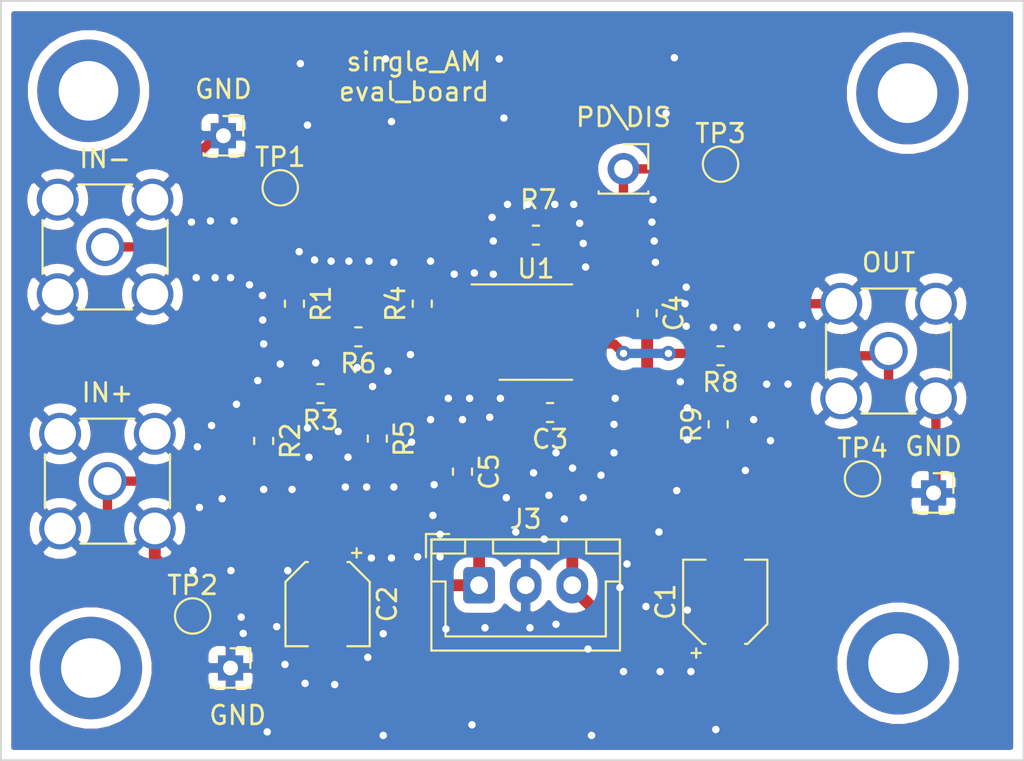
<source format=kicad_pcb>
(kicad_pcb (version 20171130) (host pcbnew "(5.1.2)-2")

  (general
    (thickness 1.6)
    (drawings 5)
    (tracks 245)
    (zones 0)
    (modules 31)
    (nets 12)
  )

  (page A4)
  (layers
    (0 F.Cu signal)
    (31 B.Cu signal)
    (32 B.Adhes user)
    (33 F.Adhes user)
    (34 B.Paste user)
    (35 F.Paste user)
    (36 B.SilkS user)
    (37 F.SilkS user)
    (38 B.Mask user)
    (39 F.Mask user)
    (40 Dwgs.User user)
    (41 Cmts.User user)
    (42 Eco1.User user)
    (43 Eco2.User user)
    (44 Edge.Cuts user)
    (45 Margin user)
    (46 B.CrtYd user)
    (47 F.CrtYd user)
    (48 B.Fab user)
    (49 F.Fab user hide)
  )

  (setup
    (last_trace_width 0.25)
    (user_trace_width 0.5)
    (user_trace_width 0.635)
    (trace_clearance 0.2)
    (zone_clearance 0.508)
    (zone_45_only no)
    (trace_min 0.2)
    (via_size 0.8)
    (via_drill 0.4)
    (via_min_size 0.4)
    (via_min_drill 0.3)
    (user_via 0.5 0.4)
    (uvia_size 0.3)
    (uvia_drill 0.1)
    (uvias_allowed no)
    (uvia_min_size 0.2)
    (uvia_min_drill 0.1)
    (edge_width 0.05)
    (segment_width 0.2)
    (pcb_text_width 0.3)
    (pcb_text_size 1.5 1.5)
    (mod_edge_width 0.12)
    (mod_text_size 1 1)
    (mod_text_width 0.15)
    (pad_size 1.35 1.35)
    (pad_drill 0.8)
    (pad_to_mask_clearance 0.051)
    (solder_mask_min_width 0.25)
    (aux_axis_origin 0 0)
    (visible_elements 7FFFFFFF)
    (pcbplotparams
      (layerselection 0x010f0_ffffffff)
      (usegerberextensions false)
      (usegerberattributes false)
      (usegerberadvancedattributes false)
      (creategerberjobfile false)
      (excludeedgelayer true)
      (linewidth 0.100000)
      (plotframeref false)
      (viasonmask false)
      (mode 1)
      (useauxorigin false)
      (hpglpennumber 1)
      (hpglpenspeed 20)
      (hpglpendiameter 15.000000)
      (psnegative false)
      (psa4output false)
      (plotreference true)
      (plotvalue true)
      (plotinvisibletext false)
      (padsonsilk false)
      (subtractmaskfromsilk false)
      (outputformat 1)
      (mirror false)
      (drillshape 0)
      (scaleselection 1)
      (outputdirectory ""))
  )

  (net 0 "")
  (net 1 /VCC)
  (net 2 GND)
  (net 3 /VEE)
  (net 4 "Net-(C3-Pad1)")
  (net 5 "Net-(J1-Pad1)")
  (net 6 "Net-(J2-Pad1)")
  (net 7 "Net-(J4-Pad1)")
  (net 8 "Net-(R3-Pad1)")
  (net 9 "Net-(R4-Pad1)")
  (net 10 "Net-(R7-Pad1)")
  (net 11 "Net-(J5-Pad1)")

  (net_class Default 这是默认网络类。
    (clearance 0.2)
    (trace_width 0.25)
    (via_dia 0.8)
    (via_drill 0.4)
    (uvia_dia 0.3)
    (uvia_drill 0.1)
    (add_net /VCC)
    (add_net /VEE)
    (add_net GND)
    (add_net "Net-(C3-Pad1)")
    (add_net "Net-(J1-Pad1)")
    (add_net "Net-(J2-Pad1)")
    (add_net "Net-(J4-Pad1)")
    (add_net "Net-(J5-Pad1)")
    (add_net "Net-(R3-Pad1)")
    (add_net "Net-(R4-Pad1)")
    (add_net "Net-(R7-Pad1)")
  )

  (module Connector_PinSocket_2.00mm:PinSocket_1x01_P2.00mm_Vertical (layer F.Cu) (tedit 5D2E7F9B) (tstamp 5D2EA968)
    (at 146.05 143.637)
    (descr "Through hole straight socket strip, 1x01, 2.00mm pitch, single row (from Kicad 4.0.7), script generated")
    (tags "Through hole socket strip THT 1x01 2.00mm single row")
    (fp_text reference GND (at 0 -2.5) (layer F.SilkS)
      (effects (font (size 1 1) (thickness 0.15)))
    )
    (fp_text value PinSocket_1x01_P2.00mm_Vertical (at 0 2.5) (layer F.Fab)
      (effects (font (size 1 1) (thickness 0.15)))
    )
    (fp_line (start -1 -1) (end 0.5 -1) (layer F.Fab) (width 0.1))
    (fp_line (start 0.5 -1) (end 1 -0.5) (layer F.Fab) (width 0.1))
    (fp_line (start 1 -0.5) (end 1 1) (layer F.Fab) (width 0.1))
    (fp_line (start 1 1) (end -1 1) (layer F.Fab) (width 0.1))
    (fp_line (start -1 1) (end -1 -1) (layer F.Fab) (width 0.1))
    (fp_line (start -1.06 1.06) (end 1.06 1.06) (layer F.SilkS) (width 0.12))
    (fp_line (start -1.06 0.94) (end -1.06 1.06) (layer F.SilkS) (width 0.12))
    (fp_line (start 1.06 0.94) (end 1.06 1.06) (layer F.SilkS) (width 0.12))
    (fp_line (start 1.06 -1.06) (end 1.06 0) (layer F.SilkS) (width 0.12))
    (fp_line (start 0 -1.06) (end 1.06 -1.06) (layer F.SilkS) (width 0.12))
    (fp_line (start -1.5 -1.5) (end 1.5 -1.5) (layer F.CrtYd) (width 0.05))
    (fp_line (start 1.5 -1.5) (end 1.5 1.5) (layer F.CrtYd) (width 0.05))
    (fp_line (start 1.5 1.5) (end -1.5 1.5) (layer F.CrtYd) (width 0.05))
    (fp_line (start -1.5 1.5) (end -1.5 -1.5) (layer F.CrtYd) (width 0.05))
    (fp_text user %R (at 0 0) (layer F.Fab)
      (effects (font (size 1 1) (thickness 0.15)))
    )
    (pad 1 thru_hole rect (at 0 0) (size 1.35 1.35) (drill 0.8) (layers *.Cu *.Mask)
      (net 2 GND))
    (model ${KISYS3DMOD}/Connector_PinSocket_2.00mm.3dshapes/PinSocket_1x01_P2.00mm_Vertical.wrl
      (at (xyz 0 0 0))
      (scale (xyz 1 1 1))
      (rotate (xyz 0 0 0))
    )
  )

  (module Connector_PinSocket_2.00mm:PinSocket_1x01_P2.00mm_Vertical (layer F.Cu) (tedit 5D2E7FB1) (tstamp 5D2EA968)
    (at 108.331 153.035)
    (descr "Through hole straight socket strip, 1x01, 2.00mm pitch, single row (from Kicad 4.0.7), script generated")
    (tags "Through hole socket strip THT 1x01 2.00mm single row")
    (fp_text reference GND (at 0.381 2.54) (layer F.SilkS)
      (effects (font (size 1 1) (thickness 0.15)))
    )
    (fp_text value PinSocket_1x01_P2.00mm_Vertical (at 0 2.5) (layer F.Fab)
      (effects (font (size 1 1) (thickness 0.15)))
    )
    (fp_line (start -1 -1) (end 0.5 -1) (layer F.Fab) (width 0.1))
    (fp_line (start 0.5 -1) (end 1 -0.5) (layer F.Fab) (width 0.1))
    (fp_line (start 1 -0.5) (end 1 1) (layer F.Fab) (width 0.1))
    (fp_line (start 1 1) (end -1 1) (layer F.Fab) (width 0.1))
    (fp_line (start -1 1) (end -1 -1) (layer F.Fab) (width 0.1))
    (fp_line (start -1.06 1.06) (end 1.06 1.06) (layer F.SilkS) (width 0.12))
    (fp_line (start -1.06 0.94) (end -1.06 1.06) (layer F.SilkS) (width 0.12))
    (fp_line (start 1.06 0.94) (end 1.06 1.06) (layer F.SilkS) (width 0.12))
    (fp_line (start 1.06 -1.06) (end 1.06 0) (layer F.SilkS) (width 0.12))
    (fp_line (start 0 -1.06) (end 1.06 -1.06) (layer F.SilkS) (width 0.12))
    (fp_line (start -1.5 -1.5) (end 1.5 -1.5) (layer F.CrtYd) (width 0.05))
    (fp_line (start 1.5 -1.5) (end 1.5 1.5) (layer F.CrtYd) (width 0.05))
    (fp_line (start 1.5 1.5) (end -1.5 1.5) (layer F.CrtYd) (width 0.05))
    (fp_line (start -1.5 1.5) (end -1.5 -1.5) (layer F.CrtYd) (width 0.05))
    (fp_text user %R (at 0 0) (layer F.Fab)
      (effects (font (size 1 1) (thickness 0.15)))
    )
    (pad 1 thru_hole rect (at 0 0) (size 1.35 1.35) (drill 0.8) (layers *.Cu *.Mask)
      (net 2 GND))
    (model ${KISYS3DMOD}/Connector_PinSocket_2.00mm.3dshapes/PinSocket_1x01_P2.00mm_Vertical.wrl
      (at (xyz 0 0 0))
      (scale (xyz 1 1 1))
      (rotate (xyz 0 0 0))
    )
  )

  (module Connector_PinSocket_2.00mm:PinSocket_1x01_P2.00mm_Vertical (layer F.Cu) (tedit 5D2E7F81) (tstamp 5D2EA952)
    (at 107.95 124.46)
    (descr "Through hole straight socket strip, 1x01, 2.00mm pitch, single row (from Kicad 4.0.7), script generated")
    (tags "Through hole socket strip THT 1x01 2.00mm single row")
    (fp_text reference GND (at 0 -2.5) (layer F.SilkS)
      (effects (font (size 1 1) (thickness 0.15)))
    )
    (fp_text value PinSocket_1x01_P2.00mm_Vertical (at 0 2.5) (layer F.Fab)
      (effects (font (size 1 1) (thickness 0.15)))
    )
    (fp_text user %R (at 0 0) (layer F.Fab)
      (effects (font (size 1 1) (thickness 0.15)))
    )
    (fp_line (start -1.5 1.5) (end -1.5 -1.5) (layer F.CrtYd) (width 0.05))
    (fp_line (start 1.5 1.5) (end -1.5 1.5) (layer F.CrtYd) (width 0.05))
    (fp_line (start 1.5 -1.5) (end 1.5 1.5) (layer F.CrtYd) (width 0.05))
    (fp_line (start -1.5 -1.5) (end 1.5 -1.5) (layer F.CrtYd) (width 0.05))
    (fp_line (start 0 -1.06) (end 1.06 -1.06) (layer F.SilkS) (width 0.12))
    (fp_line (start 1.06 -1.06) (end 1.06 0) (layer F.SilkS) (width 0.12))
    (fp_line (start 1.06 0.94) (end 1.06 1.06) (layer F.SilkS) (width 0.12))
    (fp_line (start -1.06 0.94) (end -1.06 1.06) (layer F.SilkS) (width 0.12))
    (fp_line (start -1.06 1.06) (end 1.06 1.06) (layer F.SilkS) (width 0.12))
    (fp_line (start -1 1) (end -1 -1) (layer F.Fab) (width 0.1))
    (fp_line (start 1 1) (end -1 1) (layer F.Fab) (width 0.1))
    (fp_line (start 1 -0.5) (end 1 1) (layer F.Fab) (width 0.1))
    (fp_line (start 0.5 -1) (end 1 -0.5) (layer F.Fab) (width 0.1))
    (fp_line (start -1 -1) (end 0.5 -1) (layer F.Fab) (width 0.1))
    (pad 1 thru_hole rect (at 0 0) (size 1.35 1.35) (drill 0.8) (layers *.Cu *.Mask)
      (net 2 GND))
    (model ${KISYS3DMOD}/Connector_PinSocket_2.00mm.3dshapes/PinSocket_1x01_P2.00mm_Vertical.wrl
      (at (xyz 0 0 0))
      (scale (xyz 1 1 1))
      (rotate (xyz 0 0 0))
    )
  )

  (module TestPoint:TestPoint_Pad_D1.5mm (layer F.Cu) (tedit 5D2E7F94) (tstamp 5D2E9D01)
    (at 142.24 142.875)
    (descr "SMD pad as test Point, diameter 1.5mm")
    (tags "test point SMD pad")
    (path /5D2F86CA)
    (attr virtual)
    (fp_text reference TP4 (at 0 -1.648) (layer F.SilkS)
      (effects (font (size 1 1) (thickness 0.15)))
    )
    (fp_text value TestPoint (at 0 1.75) (layer F.Fab)
      (effects (font (size 1 1) (thickness 0.15)))
    )
    (fp_circle (center 0 0) (end 0 0.95) (layer F.SilkS) (width 0.12))
    (fp_circle (center 0 0) (end 1.25 0) (layer F.CrtYd) (width 0.05))
    (fp_text user %R (at 0 -1.65) (layer F.Fab)
      (effects (font (size 1 1) (thickness 0.15)))
    )
    (pad 1 smd circle (at 0 0) (size 1.5 1.5) (layers F.Cu F.Mask)
      (net 7 "Net-(J4-Pad1)"))
  )

  (module TestPoint:TestPoint_Pad_D1.5mm (layer F.Cu) (tedit 5D2E7FAD) (tstamp 5D2E9FEF)
    (at 106.299 150.241)
    (descr "SMD pad as test Point, diameter 1.5mm")
    (tags "test point SMD pad")
    (attr virtual)
    (fp_text reference TP2 (at 0 -1.648) (layer F.SilkS)
      (effects (font (size 1 1) (thickness 0.15)))
    )
    (fp_text value TestPoint_Pad_D1.5mm (at 0 1.75) (layer F.Fab)
      (effects (font (size 1 1) (thickness 0.15)))
    )
    (fp_circle (center 0 0) (end 0 0.95) (layer F.SilkS) (width 0.12))
    (fp_circle (center 0 0) (end 1.25 0) (layer F.CrtYd) (width 0.05))
    (fp_text user %R (at 0 -1.65) (layer F.Fab)
      (effects (font (size 1 1) (thickness 0.15)))
    )
    (pad 1 smd circle (at 0 0) (size 1.5 1.5) (layers F.Cu F.Mask)
      (net 6 "Net-(J2-Pad1)"))
  )

  (module TestPoint:TestPoint_Pad_D1.5mm (layer F.Cu) (tedit 5D2E7F89) (tstamp 5D2E9D01)
    (at 110.998 127.254)
    (descr "SMD pad as test Point, diameter 1.5mm")
    (tags "test point SMD pad")
    (path /5D2F86CA)
    (attr virtual)
    (fp_text reference TP1 (at 0 -1.648) (layer F.SilkS)
      (effects (font (size 1 1) (thickness 0.15)))
    )
    (fp_text value TestPoint (at 0 1.75) (layer F.Fab)
      (effects (font (size 1 1) (thickness 0.15)))
    )
    (fp_circle (center 0 0) (end 0 0.95) (layer F.SilkS) (width 0.12))
    (fp_circle (center 0 0) (end 1.25 0) (layer F.CrtYd) (width 0.05))
    (fp_text user %R (at 0 -1.65) (layer F.Fab)
      (effects (font (size 1 1) (thickness 0.15)))
    )
    (pad 1 smd circle (at 0 0) (size 1.5 1.5) (layers F.Cu F.Mask)
      (net 5 "Net-(J1-Pad1)"))
  )

  (module MountingHole:MountingHole_3.2mm_M3_ISO14580_Pad (layer F.Cu) (tedit 56D1B4CB) (tstamp 5D2E9CD0)
    (at 144.145 152.781)
    (descr "Mounting Hole 3.2mm, M3, ISO14580")
    (tags "mounting hole 3.2mm m3 iso14580")
    (attr virtual)
    (fp_text reference REF** (at 0 -3.75) (layer F.SilkS) hide
      (effects (font (size 1 1) (thickness 0.15)))
    )
    (fp_text value MountingHole_3.2mm_M3_ISO14580_Pad (at 0 3.75) (layer F.Fab)
      (effects (font (size 1 1) (thickness 0.15)))
    )
    (fp_text user %R (at 0.3 0) (layer F.Fab)
      (effects (font (size 1 1) (thickness 0.15)))
    )
    (fp_circle (center 0 0) (end 2.75 0) (layer Cmts.User) (width 0.15))
    (fp_circle (center 0 0) (end 3 0) (layer F.CrtYd) (width 0.05))
    (pad 1 thru_hole circle (at 0 0) (size 5.5 5.5) (drill 3.2) (layers *.Cu *.Mask))
  )

  (module MountingHole:MountingHole_3.2mm_M3_ISO14580_Pad (layer F.Cu) (tedit 56D1B4CB) (tstamp 5D2E9CD0)
    (at 144.653 122.174)
    (descr "Mounting Hole 3.2mm, M3, ISO14580")
    (tags "mounting hole 3.2mm m3 iso14580")
    (attr virtual)
    (fp_text reference REF** (at 0 -3.75) (layer F.SilkS) hide
      (effects (font (size 1 1) (thickness 0.15)))
    )
    (fp_text value MountingHole_3.2mm_M3_ISO14580_Pad (at 0 3.75) (layer F.Fab)
      (effects (font (size 1 1) (thickness 0.15)))
    )
    (fp_text user %R (at 0.3 0) (layer F.Fab)
      (effects (font (size 1 1) (thickness 0.15)))
    )
    (fp_circle (center 0 0) (end 2.75 0) (layer Cmts.User) (width 0.15))
    (fp_circle (center 0 0) (end 3 0) (layer F.CrtYd) (width 0.05))
    (pad 1 thru_hole circle (at 0 0) (size 5.5 5.5) (drill 3.2) (layers *.Cu *.Mask))
  )

  (module MountingHole:MountingHole_3.2mm_M3_ISO14580_Pad (layer F.Cu) (tedit 56D1B4CB) (tstamp 5D2E9A9A)
    (at 100.838 153.035)
    (descr "Mounting Hole 3.2mm, M3, ISO14580")
    (tags "mounting hole 3.2mm m3 iso14580")
    (attr virtual)
    (fp_text reference REF** (at 0 -3.75) (layer F.SilkS) hide
      (effects (font (size 1 1) (thickness 0.15)))
    )
    (fp_text value MountingHole_3.2mm_M3_ISO14580_Pad (at 0 3.75) (layer F.Fab)
      (effects (font (size 1 1) (thickness 0.15)))
    )
    (fp_text user %R (at 0.3 0) (layer F.Fab)
      (effects (font (size 1 1) (thickness 0.15)))
    )
    (fp_circle (center 0 0) (end 2.75 0) (layer Cmts.User) (width 0.15))
    (fp_circle (center 0 0) (end 3 0) (layer F.CrtYd) (width 0.05))
    (pad 1 thru_hole circle (at 0 0) (size 5.5 5.5) (drill 3.2) (layers *.Cu *.Mask))
  )

  (module MountingHole:MountingHole_3.2mm_M3_ISO14580_Pad (layer F.Cu) (tedit 56D1B4CB) (tstamp 5D2E9A81)
    (at 100.711 122.047)
    (descr "Mounting Hole 3.2mm, M3, ISO14580")
    (tags "mounting hole 3.2mm m3 iso14580")
    (attr virtual)
    (fp_text reference REF** (at 0 -3.75) (layer F.SilkS) hide
      (effects (font (size 1 1) (thickness 0.15)))
    )
    (fp_text value MountingHole_3.2mm_M3_ISO14580_Pad (at 0 3.75) (layer F.Fab)
      (effects (font (size 1 1) (thickness 0.15)))
    )
    (fp_circle (center 0 0) (end 3 0) (layer F.CrtYd) (width 0.05))
    (fp_circle (center 0 0) (end 2.75 0) (layer Cmts.User) (width 0.15))
    (fp_text user %R (at 0.3 0) (layer F.Fab)
      (effects (font (size 1 1) (thickness 0.15)))
    )
    (pad 1 thru_hole circle (at 0 0) (size 5.5 5.5) (drill 3.2) (layers *.Cu *.Mask))
  )

  (module Capacitor_SMD:C_0603_1608Metric_Pad1.05x0.95mm_HandSolder (layer F.Cu) (tedit 5B301BBE) (tstamp 5D2E8EEE)
    (at 125.476 139.319 180)
    (descr "Capacitor SMD 0603 (1608 Metric), square (rectangular) end terminal, IPC_7351 nominal with elongated pad for handsoldering. (Body size source: http://www.tortai-tech.com/upload/download/2011102023233369053.pdf), generated with kicad-footprint-generator")
    (tags "capacitor handsolder")
    (path /5D2FBC60)
    (attr smd)
    (fp_text reference C3 (at 0 -1.43) (layer F.SilkS)
      (effects (font (size 1 1) (thickness 0.15)))
    )
    (fp_text value C (at 0 1.43) (layer F.Fab)
      (effects (font (size 1 1) (thickness 0.15)))
    )
    (fp_line (start -0.8 0.4) (end -0.8 -0.4) (layer F.Fab) (width 0.1))
    (fp_line (start -0.8 -0.4) (end 0.8 -0.4) (layer F.Fab) (width 0.1))
    (fp_line (start 0.8 -0.4) (end 0.8 0.4) (layer F.Fab) (width 0.1))
    (fp_line (start 0.8 0.4) (end -0.8 0.4) (layer F.Fab) (width 0.1))
    (fp_line (start -0.171267 -0.51) (end 0.171267 -0.51) (layer F.SilkS) (width 0.12))
    (fp_line (start -0.171267 0.51) (end 0.171267 0.51) (layer F.SilkS) (width 0.12))
    (fp_line (start -1.65 0.73) (end -1.65 -0.73) (layer F.CrtYd) (width 0.05))
    (fp_line (start -1.65 -0.73) (end 1.65 -0.73) (layer F.CrtYd) (width 0.05))
    (fp_line (start 1.65 -0.73) (end 1.65 0.73) (layer F.CrtYd) (width 0.05))
    (fp_line (start 1.65 0.73) (end -1.65 0.73) (layer F.CrtYd) (width 0.05))
    (fp_text user %R (at 0 0) (layer F.Fab)
      (effects (font (size 0.4 0.4) (thickness 0.06)))
    )
    (pad 1 smd roundrect (at -0.875 0 180) (size 1.05 0.95) (layers F.Cu F.Paste F.Mask) (roundrect_rratio 0.25)
      (net 4 "Net-(C3-Pad1)"))
    (pad 2 smd roundrect (at 0.875 0 180) (size 1.05 0.95) (layers F.Cu F.Paste F.Mask) (roundrect_rratio 0.25)
      (net 3 /VEE))
    (model ${KISYS3DMOD}/Capacitor_SMD.3dshapes/C_0603_1608Metric.wrl
      (at (xyz 0 0 0))
      (scale (xyz 1 1 1))
      (rotate (xyz 0 0 0))
    )
  )

  (module Capacitor_SMD:CP_Elec_4x5.4 (layer F.Cu) (tedit 5BCA39CF) (tstamp 5D2E2DBF)
    (at 134.874 149.479 90)
    (descr "SMD capacitor, aluminum electrolytic, Panasonic A5 / Nichicon, 4.0x5.4mm")
    (tags "capacitor electrolytic")
    (path /5D2F1616)
    (attr smd)
    (fp_text reference C1 (at 0 -3.2 90) (layer F.SilkS)
      (effects (font (size 1 1) (thickness 0.15)))
    )
    (fp_text value 10uF (at 0 3.2 90) (layer F.Fab)
      (effects (font (size 1 1) (thickness 0.15)))
    )
    (fp_circle (center 0 0) (end 2 0) (layer F.Fab) (width 0.1))
    (fp_line (start 2.15 -2.15) (end 2.15 2.15) (layer F.Fab) (width 0.1))
    (fp_line (start -1.15 -2.15) (end 2.15 -2.15) (layer F.Fab) (width 0.1))
    (fp_line (start -1.15 2.15) (end 2.15 2.15) (layer F.Fab) (width 0.1))
    (fp_line (start -2.15 -1.15) (end -2.15 1.15) (layer F.Fab) (width 0.1))
    (fp_line (start -2.15 -1.15) (end -1.15 -2.15) (layer F.Fab) (width 0.1))
    (fp_line (start -2.15 1.15) (end -1.15 2.15) (layer F.Fab) (width 0.1))
    (fp_line (start -1.574773 -1) (end -1.174773 -1) (layer F.Fab) (width 0.1))
    (fp_line (start -1.374773 -1.2) (end -1.374773 -0.8) (layer F.Fab) (width 0.1))
    (fp_line (start 2.26 2.26) (end 2.26 1.06) (layer F.SilkS) (width 0.12))
    (fp_line (start 2.26 -2.26) (end 2.26 -1.06) (layer F.SilkS) (width 0.12))
    (fp_line (start -1.195563 -2.26) (end 2.26 -2.26) (layer F.SilkS) (width 0.12))
    (fp_line (start -1.195563 2.26) (end 2.26 2.26) (layer F.SilkS) (width 0.12))
    (fp_line (start -2.26 1.195563) (end -2.26 1.06) (layer F.SilkS) (width 0.12))
    (fp_line (start -2.26 -1.195563) (end -2.26 -1.06) (layer F.SilkS) (width 0.12))
    (fp_line (start -2.26 -1.195563) (end -1.195563 -2.26) (layer F.SilkS) (width 0.12))
    (fp_line (start -2.26 1.195563) (end -1.195563 2.26) (layer F.SilkS) (width 0.12))
    (fp_line (start -3 -1.56) (end -2.5 -1.56) (layer F.SilkS) (width 0.12))
    (fp_line (start -2.75 -1.81) (end -2.75 -1.31) (layer F.SilkS) (width 0.12))
    (fp_line (start 2.4 -2.4) (end 2.4 -1.05) (layer F.CrtYd) (width 0.05))
    (fp_line (start 2.4 -1.05) (end 3.35 -1.05) (layer F.CrtYd) (width 0.05))
    (fp_line (start 3.35 -1.05) (end 3.35 1.05) (layer F.CrtYd) (width 0.05))
    (fp_line (start 3.35 1.05) (end 2.4 1.05) (layer F.CrtYd) (width 0.05))
    (fp_line (start 2.4 1.05) (end 2.4 2.4) (layer F.CrtYd) (width 0.05))
    (fp_line (start -1.25 2.4) (end 2.4 2.4) (layer F.CrtYd) (width 0.05))
    (fp_line (start -1.25 -2.4) (end 2.4 -2.4) (layer F.CrtYd) (width 0.05))
    (fp_line (start -2.4 1.25) (end -1.25 2.4) (layer F.CrtYd) (width 0.05))
    (fp_line (start -2.4 -1.25) (end -1.25 -2.4) (layer F.CrtYd) (width 0.05))
    (fp_line (start -2.4 -1.25) (end -2.4 -1.05) (layer F.CrtYd) (width 0.05))
    (fp_line (start -2.4 1.05) (end -2.4 1.25) (layer F.CrtYd) (width 0.05))
    (fp_line (start -2.4 -1.05) (end -3.35 -1.05) (layer F.CrtYd) (width 0.05))
    (fp_line (start -3.35 -1.05) (end -3.35 1.05) (layer F.CrtYd) (width 0.05))
    (fp_line (start -3.35 1.05) (end -2.4 1.05) (layer F.CrtYd) (width 0.05))
    (fp_text user %R (at 0 0 90) (layer F.Fab)
      (effects (font (size 0.8 0.8) (thickness 0.12)))
    )
    (pad 1 smd roundrect (at -1.8 0 90) (size 2.6 1.6) (layers F.Cu F.Paste F.Mask) (roundrect_rratio 0.15625)
      (net 1 /VCC))
    (pad 2 smd roundrect (at 1.8 0 90) (size 2.6 1.6) (layers F.Cu F.Paste F.Mask) (roundrect_rratio 0.15625)
      (net 2 GND))
    (model ${KISYS3DMOD}/Capacitor_SMD.3dshapes/CP_Elec_4x5.4.wrl
      (at (xyz 0 0 0))
      (scale (xyz 1 1 1))
      (rotate (xyz 0 0 0))
    )
  )

  (module Capacitor_SMD:CP_Elec_4x5.4 (layer F.Cu) (tedit 5BCA39CF) (tstamp 5D2E2DE7)
    (at 113.538 149.606 270)
    (descr "SMD capacitor, aluminum electrolytic, Panasonic A5 / Nichicon, 4.0x5.4mm")
    (tags "capacitor electrolytic")
    (path /5D2FC043)
    (attr smd)
    (fp_text reference C2 (at 0 -3.2 90) (layer F.SilkS)
      (effects (font (size 1 1) (thickness 0.15)))
    )
    (fp_text value 10uF (at 0 3.2 90) (layer F.Fab)
      (effects (font (size 1 1) (thickness 0.15)))
    )
    (fp_text user %R (at 0 0 90) (layer F.Fab)
      (effects (font (size 0.8 0.8) (thickness 0.12)))
    )
    (fp_line (start -3.35 1.05) (end -2.4 1.05) (layer F.CrtYd) (width 0.05))
    (fp_line (start -3.35 -1.05) (end -3.35 1.05) (layer F.CrtYd) (width 0.05))
    (fp_line (start -2.4 -1.05) (end -3.35 -1.05) (layer F.CrtYd) (width 0.05))
    (fp_line (start -2.4 1.05) (end -2.4 1.25) (layer F.CrtYd) (width 0.05))
    (fp_line (start -2.4 -1.25) (end -2.4 -1.05) (layer F.CrtYd) (width 0.05))
    (fp_line (start -2.4 -1.25) (end -1.25 -2.4) (layer F.CrtYd) (width 0.05))
    (fp_line (start -2.4 1.25) (end -1.25 2.4) (layer F.CrtYd) (width 0.05))
    (fp_line (start -1.25 -2.4) (end 2.4 -2.4) (layer F.CrtYd) (width 0.05))
    (fp_line (start -1.25 2.4) (end 2.4 2.4) (layer F.CrtYd) (width 0.05))
    (fp_line (start 2.4 1.05) (end 2.4 2.4) (layer F.CrtYd) (width 0.05))
    (fp_line (start 3.35 1.05) (end 2.4 1.05) (layer F.CrtYd) (width 0.05))
    (fp_line (start 3.35 -1.05) (end 3.35 1.05) (layer F.CrtYd) (width 0.05))
    (fp_line (start 2.4 -1.05) (end 3.35 -1.05) (layer F.CrtYd) (width 0.05))
    (fp_line (start 2.4 -2.4) (end 2.4 -1.05) (layer F.CrtYd) (width 0.05))
    (fp_line (start -2.75 -1.81) (end -2.75 -1.31) (layer F.SilkS) (width 0.12))
    (fp_line (start -3 -1.56) (end -2.5 -1.56) (layer F.SilkS) (width 0.12))
    (fp_line (start -2.26 1.195563) (end -1.195563 2.26) (layer F.SilkS) (width 0.12))
    (fp_line (start -2.26 -1.195563) (end -1.195563 -2.26) (layer F.SilkS) (width 0.12))
    (fp_line (start -2.26 -1.195563) (end -2.26 -1.06) (layer F.SilkS) (width 0.12))
    (fp_line (start -2.26 1.195563) (end -2.26 1.06) (layer F.SilkS) (width 0.12))
    (fp_line (start -1.195563 2.26) (end 2.26 2.26) (layer F.SilkS) (width 0.12))
    (fp_line (start -1.195563 -2.26) (end 2.26 -2.26) (layer F.SilkS) (width 0.12))
    (fp_line (start 2.26 -2.26) (end 2.26 -1.06) (layer F.SilkS) (width 0.12))
    (fp_line (start 2.26 2.26) (end 2.26 1.06) (layer F.SilkS) (width 0.12))
    (fp_line (start -1.374773 -1.2) (end -1.374773 -0.8) (layer F.Fab) (width 0.1))
    (fp_line (start -1.574773 -1) (end -1.174773 -1) (layer F.Fab) (width 0.1))
    (fp_line (start -2.15 1.15) (end -1.15 2.15) (layer F.Fab) (width 0.1))
    (fp_line (start -2.15 -1.15) (end -1.15 -2.15) (layer F.Fab) (width 0.1))
    (fp_line (start -2.15 -1.15) (end -2.15 1.15) (layer F.Fab) (width 0.1))
    (fp_line (start -1.15 2.15) (end 2.15 2.15) (layer F.Fab) (width 0.1))
    (fp_line (start -1.15 -2.15) (end 2.15 -2.15) (layer F.Fab) (width 0.1))
    (fp_line (start 2.15 -2.15) (end 2.15 2.15) (layer F.Fab) (width 0.1))
    (fp_circle (center 0 0) (end 2 0) (layer F.Fab) (width 0.1))
    (pad 2 smd roundrect (at 1.8 0 270) (size 2.6 1.6) (layers F.Cu F.Paste F.Mask) (roundrect_rratio 0.15625)
      (net 3 /VEE))
    (pad 1 smd roundrect (at -1.8 0 270) (size 2.6 1.6) (layers F.Cu F.Paste F.Mask) (roundrect_rratio 0.15625)
      (net 2 GND))
    (model ${KISYS3DMOD}/Capacitor_SMD.3dshapes/CP_Elec_4x5.4.wrl
      (at (xyz 0 0 0))
      (scale (xyz 1 1 1))
      (rotate (xyz 0 0 0))
    )
  )

  (module Capacitor_SMD:C_0603_1608Metric_Pad1.05x0.95mm_HandSolder (layer F.Cu) (tedit 5B301BBE) (tstamp 5D2E2E09)
    (at 130.683 133.985 270)
    (descr "Capacitor SMD 0603 (1608 Metric), square (rectangular) end terminal, IPC_7351 nominal with elongated pad for handsoldering. (Body size source: http://www.tortai-tech.com/upload/download/2011102023233369053.pdf), generated with kicad-footprint-generator")
    (tags "capacitor handsolder")
    (path /5D2F03E3)
    (attr smd)
    (fp_text reference C4 (at 0 -1.43 90) (layer F.SilkS)
      (effects (font (size 1 1) (thickness 0.15)))
    )
    (fp_text value C (at 0 1.43 90) (layer F.Fab)
      (effects (font (size 1 1) (thickness 0.15)))
    )
    (fp_line (start -0.8 0.4) (end -0.8 -0.4) (layer F.Fab) (width 0.1))
    (fp_line (start -0.8 -0.4) (end 0.8 -0.4) (layer F.Fab) (width 0.1))
    (fp_line (start 0.8 -0.4) (end 0.8 0.4) (layer F.Fab) (width 0.1))
    (fp_line (start 0.8 0.4) (end -0.8 0.4) (layer F.Fab) (width 0.1))
    (fp_line (start -0.171267 -0.51) (end 0.171267 -0.51) (layer F.SilkS) (width 0.12))
    (fp_line (start -0.171267 0.51) (end 0.171267 0.51) (layer F.SilkS) (width 0.12))
    (fp_line (start -1.65 0.73) (end -1.65 -0.73) (layer F.CrtYd) (width 0.05))
    (fp_line (start -1.65 -0.73) (end 1.65 -0.73) (layer F.CrtYd) (width 0.05))
    (fp_line (start 1.65 -0.73) (end 1.65 0.73) (layer F.CrtYd) (width 0.05))
    (fp_line (start 1.65 0.73) (end -1.65 0.73) (layer F.CrtYd) (width 0.05))
    (fp_text user %R (at 0 0 90) (layer F.Fab)
      (effects (font (size 0.4 0.4) (thickness 0.06)))
    )
    (pad 1 smd roundrect (at -0.875 0 270) (size 1.05 0.95) (layers F.Cu F.Paste F.Mask) (roundrect_rratio 0.25)
      (net 2 GND))
    (pad 2 smd roundrect (at 0.875 0 270) (size 1.05 0.95) (layers F.Cu F.Paste F.Mask) (roundrect_rratio 0.25)
      (net 1 /VCC))
    (model ${KISYS3DMOD}/Capacitor_SMD.3dshapes/C_0603_1608Metric.wrl
      (at (xyz 0 0 0))
      (scale (xyz 1 1 1))
      (rotate (xyz 0 0 0))
    )
  )

  (module Capacitor_SMD:C_0603_1608Metric_Pad1.05x0.95mm_HandSolder (layer F.Cu) (tedit 5B301BBE) (tstamp 5D2E906B)
    (at 120.777 142.494 270)
    (descr "Capacitor SMD 0603 (1608 Metric), square (rectangular) end terminal, IPC_7351 nominal with elongated pad for handsoldering. (Body size source: http://www.tortai-tech.com/upload/download/2011102023233369053.pdf), generated with kicad-footprint-generator")
    (tags "capacitor handsolder")
    (path /5D3027E9)
    (attr smd)
    (fp_text reference C5 (at 0 -1.43 90) (layer F.SilkS)
      (effects (font (size 1 1) (thickness 0.15)))
    )
    (fp_text value C (at 0 1.43 90) (layer F.Fab)
      (effects (font (size 1 1) (thickness 0.15)))
    )
    (fp_text user %R (at 0 0 90) (layer F.Fab)
      (effects (font (size 0.4 0.4) (thickness 0.06)))
    )
    (fp_line (start 1.65 0.73) (end -1.65 0.73) (layer F.CrtYd) (width 0.05))
    (fp_line (start 1.65 -0.73) (end 1.65 0.73) (layer F.CrtYd) (width 0.05))
    (fp_line (start -1.65 -0.73) (end 1.65 -0.73) (layer F.CrtYd) (width 0.05))
    (fp_line (start -1.65 0.73) (end -1.65 -0.73) (layer F.CrtYd) (width 0.05))
    (fp_line (start -0.171267 0.51) (end 0.171267 0.51) (layer F.SilkS) (width 0.12))
    (fp_line (start -0.171267 -0.51) (end 0.171267 -0.51) (layer F.SilkS) (width 0.12))
    (fp_line (start 0.8 0.4) (end -0.8 0.4) (layer F.Fab) (width 0.1))
    (fp_line (start 0.8 -0.4) (end 0.8 0.4) (layer F.Fab) (width 0.1))
    (fp_line (start -0.8 -0.4) (end 0.8 -0.4) (layer F.Fab) (width 0.1))
    (fp_line (start -0.8 0.4) (end -0.8 -0.4) (layer F.Fab) (width 0.1))
    (pad 2 smd roundrect (at 0.875 0 270) (size 1.05 0.95) (layers F.Cu F.Paste F.Mask) (roundrect_rratio 0.25)
      (net 3 /VEE))
    (pad 1 smd roundrect (at -0.875 0 270) (size 1.05 0.95) (layers F.Cu F.Paste F.Mask) (roundrect_rratio 0.25)
      (net 2 GND))
    (model ${KISYS3DMOD}/Capacitor_SMD.3dshapes/C_0603_1608Metric.wrl
      (at (xyz 0 0 0))
      (scale (xyz 1 1 1))
      (rotate (xyz 0 0 0))
    )
  )

  (module Connector_Coaxial:SMA_Amphenol_132134-11_Vertical (layer F.Cu) (tedit 5B2F4C93) (tstamp 5D2E2E42)
    (at 101.6 130.429)
    (descr https://www.amphenolrf.com/downloads/dl/file/id/3406/product/2975/132134_11_customer_drawing.pdf)
    (tags "SMA THT Female Jack Vertical ExtendedLegs")
    (path /5D2E41FA)
    (fp_text reference IN- (at 0 -4.75) (layer F.SilkS)
      (effects (font (size 1 1) (thickness 0.15)))
    )
    (fp_text value Conn_Coaxial (at 0 5) (layer F.Fab)
      (effects (font (size 1 1) (thickness 0.15)))
    )
    (fp_circle (center 0 0) (end 3.175 0) (layer F.Fab) (width 0.1))
    (fp_line (start 4.17 4.17) (end -4.17 4.17) (layer F.CrtYd) (width 0.05))
    (fp_line (start 4.17 4.17) (end 4.17 -4.17) (layer F.CrtYd) (width 0.05))
    (fp_line (start -4.17 -4.17) (end -4.17 4.17) (layer F.CrtYd) (width 0.05))
    (fp_line (start -4.17 -4.17) (end 4.17 -4.17) (layer F.CrtYd) (width 0.05))
    (fp_line (start -3.175 -3.175) (end 3.175 -3.175) (layer F.Fab) (width 0.1))
    (fp_line (start -3.175 -3.175) (end -3.175 3.175) (layer F.Fab) (width 0.1))
    (fp_line (start -3.175 3.175) (end 3.175 3.175) (layer F.Fab) (width 0.1))
    (fp_line (start 3.175 -3.175) (end 3.175 3.175) (layer F.Fab) (width 0.1))
    (fp_line (start -3.355 -1.45) (end -3.355 1.45) (layer F.SilkS) (width 0.12))
    (fp_line (start 3.355 -1.45) (end 3.355 1.45) (layer F.SilkS) (width 0.12))
    (fp_line (start -1.45 3.355) (end 1.45 3.355) (layer F.SilkS) (width 0.12))
    (fp_line (start -1.45 -3.355) (end 1.45 -3.355) (layer F.SilkS) (width 0.12))
    (fp_text user %R (at 0 0) (layer F.Fab)
      (effects (font (size 1 1) (thickness 0.15)))
    )
    (pad 1 thru_hole circle (at 0 0) (size 2.05 2.05) (drill 1.5) (layers *.Cu *.Mask)
      (net 5 "Net-(J1-Pad1)"))
    (pad 2 thru_hole circle (at 2.54 2.54) (size 2.25 2.25) (drill 1.7) (layers *.Cu *.Mask)
      (net 2 GND))
    (pad 2 thru_hole circle (at 2.54 -2.54) (size 2.25 2.25) (drill 1.7) (layers *.Cu *.Mask)
      (net 2 GND))
    (pad 2 thru_hole circle (at -2.54 -2.54) (size 2.25 2.25) (drill 1.7) (layers *.Cu *.Mask)
      (net 2 GND))
    (pad 2 thru_hole circle (at -2.54 2.54) (size 2.25 2.25) (drill 1.7) (layers *.Cu *.Mask)
      (net 2 GND))
    (model ${KISYS3DMOD}/Connector_Coaxial.3dshapes/SMA_Amphenol_132134-11_Vertical.wrl
      (at (xyz 0 0 0))
      (scale (xyz 1 1 1))
      (rotate (xyz 0 0 0))
    )
  )

  (module Connector_Coaxial:SMA_Amphenol_132134-11_Vertical (layer F.Cu) (tedit 5B2F4C93) (tstamp 5D2E2E59)
    (at 101.727 143.002)
    (descr https://www.amphenolrf.com/downloads/dl/file/id/3406/product/2975/132134_11_customer_drawing.pdf)
    (tags "SMA THT Female Jack Vertical ExtendedLegs")
    (path /5D2E4793)
    (fp_text reference IN+ (at 0 -4.75) (layer F.SilkS)
      (effects (font (size 1 1) (thickness 0.15)))
    )
    (fp_text value Conn_Coaxial (at 0 5) (layer F.Fab)
      (effects (font (size 1 1) (thickness 0.15)))
    )
    (fp_text user %R (at 0 0) (layer F.Fab)
      (effects (font (size 1 1) (thickness 0.15)))
    )
    (fp_line (start -1.45 -3.355) (end 1.45 -3.355) (layer F.SilkS) (width 0.12))
    (fp_line (start -1.45 3.355) (end 1.45 3.355) (layer F.SilkS) (width 0.12))
    (fp_line (start 3.355 -1.45) (end 3.355 1.45) (layer F.SilkS) (width 0.12))
    (fp_line (start -3.355 -1.45) (end -3.355 1.45) (layer F.SilkS) (width 0.12))
    (fp_line (start 3.175 -3.175) (end 3.175 3.175) (layer F.Fab) (width 0.1))
    (fp_line (start -3.175 3.175) (end 3.175 3.175) (layer F.Fab) (width 0.1))
    (fp_line (start -3.175 -3.175) (end -3.175 3.175) (layer F.Fab) (width 0.1))
    (fp_line (start -3.175 -3.175) (end 3.175 -3.175) (layer F.Fab) (width 0.1))
    (fp_line (start -4.17 -4.17) (end 4.17 -4.17) (layer F.CrtYd) (width 0.05))
    (fp_line (start -4.17 -4.17) (end -4.17 4.17) (layer F.CrtYd) (width 0.05))
    (fp_line (start 4.17 4.17) (end 4.17 -4.17) (layer F.CrtYd) (width 0.05))
    (fp_line (start 4.17 4.17) (end -4.17 4.17) (layer F.CrtYd) (width 0.05))
    (fp_circle (center 0 0) (end 3.175 0) (layer F.Fab) (width 0.1))
    (pad 2 thru_hole circle (at -2.54 2.54) (size 2.25 2.25) (drill 1.7) (layers *.Cu *.Mask)
      (net 2 GND))
    (pad 2 thru_hole circle (at -2.54 -2.54) (size 2.25 2.25) (drill 1.7) (layers *.Cu *.Mask)
      (net 2 GND))
    (pad 2 thru_hole circle (at 2.54 -2.54) (size 2.25 2.25) (drill 1.7) (layers *.Cu *.Mask)
      (net 2 GND))
    (pad 2 thru_hole circle (at 2.54 2.54) (size 2.25 2.25) (drill 1.7) (layers *.Cu *.Mask)
      (net 2 GND))
    (pad 1 thru_hole circle (at 0 0) (size 2.05 2.05) (drill 1.5) (layers *.Cu *.Mask)
      (net 6 "Net-(J2-Pad1)"))
    (model ${KISYS3DMOD}/Connector_Coaxial.3dshapes/SMA_Amphenol_132134-11_Vertical.wrl
      (at (xyz 0 0 0))
      (scale (xyz 1 1 1))
      (rotate (xyz 0 0 0))
    )
  )

  (module Connector_JST:JST_XH_B3B-XH-A_1x03_P2.50mm_Vertical (layer F.Cu) (tedit 5C28146C) (tstamp 5D2E2E83)
    (at 121.666 148.59)
    (descr "JST XH series connector, B3B-XH-A (http://www.jst-mfg.com/product/pdf/eng/eXH.pdf), generated with kicad-footprint-generator")
    (tags "connector JST XH vertical")
    (path /5D2E5538)
    (fp_text reference J3 (at 2.5 -3.55) (layer F.SilkS)
      (effects (font (size 1 1) (thickness 0.15)))
    )
    (fp_text value Conn_01x03_Male (at 2.5 4.6) (layer F.Fab)
      (effects (font (size 1 1) (thickness 0.15)))
    )
    (fp_line (start -2.45 -2.35) (end -2.45 3.4) (layer F.Fab) (width 0.1))
    (fp_line (start -2.45 3.4) (end 7.45 3.4) (layer F.Fab) (width 0.1))
    (fp_line (start 7.45 3.4) (end 7.45 -2.35) (layer F.Fab) (width 0.1))
    (fp_line (start 7.45 -2.35) (end -2.45 -2.35) (layer F.Fab) (width 0.1))
    (fp_line (start -2.56 -2.46) (end -2.56 3.51) (layer F.SilkS) (width 0.12))
    (fp_line (start -2.56 3.51) (end 7.56 3.51) (layer F.SilkS) (width 0.12))
    (fp_line (start 7.56 3.51) (end 7.56 -2.46) (layer F.SilkS) (width 0.12))
    (fp_line (start 7.56 -2.46) (end -2.56 -2.46) (layer F.SilkS) (width 0.12))
    (fp_line (start -2.95 -2.85) (end -2.95 3.9) (layer F.CrtYd) (width 0.05))
    (fp_line (start -2.95 3.9) (end 7.95 3.9) (layer F.CrtYd) (width 0.05))
    (fp_line (start 7.95 3.9) (end 7.95 -2.85) (layer F.CrtYd) (width 0.05))
    (fp_line (start 7.95 -2.85) (end -2.95 -2.85) (layer F.CrtYd) (width 0.05))
    (fp_line (start -0.625 -2.35) (end 0 -1.35) (layer F.Fab) (width 0.1))
    (fp_line (start 0 -1.35) (end 0.625 -2.35) (layer F.Fab) (width 0.1))
    (fp_line (start 0.75 -2.45) (end 0.75 -1.7) (layer F.SilkS) (width 0.12))
    (fp_line (start 0.75 -1.7) (end 4.25 -1.7) (layer F.SilkS) (width 0.12))
    (fp_line (start 4.25 -1.7) (end 4.25 -2.45) (layer F.SilkS) (width 0.12))
    (fp_line (start 4.25 -2.45) (end 0.75 -2.45) (layer F.SilkS) (width 0.12))
    (fp_line (start -2.55 -2.45) (end -2.55 -1.7) (layer F.SilkS) (width 0.12))
    (fp_line (start -2.55 -1.7) (end -0.75 -1.7) (layer F.SilkS) (width 0.12))
    (fp_line (start -0.75 -1.7) (end -0.75 -2.45) (layer F.SilkS) (width 0.12))
    (fp_line (start -0.75 -2.45) (end -2.55 -2.45) (layer F.SilkS) (width 0.12))
    (fp_line (start 5.75 -2.45) (end 5.75 -1.7) (layer F.SilkS) (width 0.12))
    (fp_line (start 5.75 -1.7) (end 7.55 -1.7) (layer F.SilkS) (width 0.12))
    (fp_line (start 7.55 -1.7) (end 7.55 -2.45) (layer F.SilkS) (width 0.12))
    (fp_line (start 7.55 -2.45) (end 5.75 -2.45) (layer F.SilkS) (width 0.12))
    (fp_line (start -2.55 -0.2) (end -1.8 -0.2) (layer F.SilkS) (width 0.12))
    (fp_line (start -1.8 -0.2) (end -1.8 2.75) (layer F.SilkS) (width 0.12))
    (fp_line (start -1.8 2.75) (end 2.5 2.75) (layer F.SilkS) (width 0.12))
    (fp_line (start 7.55 -0.2) (end 6.8 -0.2) (layer F.SilkS) (width 0.12))
    (fp_line (start 6.8 -0.2) (end 6.8 2.75) (layer F.SilkS) (width 0.12))
    (fp_line (start 6.8 2.75) (end 2.5 2.75) (layer F.SilkS) (width 0.12))
    (fp_line (start -1.6 -2.75) (end -2.85 -2.75) (layer F.SilkS) (width 0.12))
    (fp_line (start -2.85 -2.75) (end -2.85 -1.5) (layer F.SilkS) (width 0.12))
    (fp_text user %R (at 2.5 2.7) (layer F.Fab)
      (effects (font (size 1 1) (thickness 0.15)))
    )
    (pad 1 thru_hole roundrect (at 0 0) (size 1.7 1.95) (drill 0.95) (layers *.Cu *.Mask) (roundrect_rratio 0.147059)
      (net 3 /VEE))
    (pad 2 thru_hole oval (at 2.5 0) (size 1.7 1.95) (drill 0.95) (layers *.Cu *.Mask)
      (net 2 GND))
    (pad 3 thru_hole oval (at 5 0) (size 1.7 1.95) (drill 0.95) (layers *.Cu *.Mask)
      (net 1 /VCC))
    (model ${KISYS3DMOD}/Connector_JST.3dshapes/JST_XH_B3B-XH-A_1x03_P2.50mm_Vertical.wrl
      (at (xyz 0 0 0))
      (scale (xyz 1 1 1))
      (rotate (xyz 0 0 0))
    )
  )

  (module Connector_Coaxial:SMA_Amphenol_132134-11_Vertical (layer F.Cu) (tedit 5B2F4C93) (tstamp 5D2E2E9A)
    (at 143.637 136.017)
    (descr https://www.amphenolrf.com/downloads/dl/file/id/3406/product/2975/132134_11_customer_drawing.pdf)
    (tags "SMA THT Female Jack Vertical ExtendedLegs")
    (path /5D2E4B47)
    (fp_text reference OUT (at 0 -4.75) (layer F.SilkS)
      (effects (font (size 1 1) (thickness 0.15)))
    )
    (fp_text value Conn_Coaxial (at 0 5) (layer F.Fab)
      (effects (font (size 1 1) (thickness 0.15)))
    )
    (fp_circle (center 0 0) (end 3.175 0) (layer F.Fab) (width 0.1))
    (fp_line (start 4.17 4.17) (end -4.17 4.17) (layer F.CrtYd) (width 0.05))
    (fp_line (start 4.17 4.17) (end 4.17 -4.17) (layer F.CrtYd) (width 0.05))
    (fp_line (start -4.17 -4.17) (end -4.17 4.17) (layer F.CrtYd) (width 0.05))
    (fp_line (start -4.17 -4.17) (end 4.17 -4.17) (layer F.CrtYd) (width 0.05))
    (fp_line (start -3.175 -3.175) (end 3.175 -3.175) (layer F.Fab) (width 0.1))
    (fp_line (start -3.175 -3.175) (end -3.175 3.175) (layer F.Fab) (width 0.1))
    (fp_line (start -3.175 3.175) (end 3.175 3.175) (layer F.Fab) (width 0.1))
    (fp_line (start 3.175 -3.175) (end 3.175 3.175) (layer F.Fab) (width 0.1))
    (fp_line (start -3.355 -1.45) (end -3.355 1.45) (layer F.SilkS) (width 0.12))
    (fp_line (start 3.355 -1.45) (end 3.355 1.45) (layer F.SilkS) (width 0.12))
    (fp_line (start -1.45 3.355) (end 1.45 3.355) (layer F.SilkS) (width 0.12))
    (fp_line (start -1.45 -3.355) (end 1.45 -3.355) (layer F.SilkS) (width 0.12))
    (fp_text user %R (at 0 0) (layer F.Fab)
      (effects (font (size 1 1) (thickness 0.15)))
    )
    (pad 1 thru_hole circle (at 0 0) (size 2.05 2.05) (drill 1.5) (layers *.Cu *.Mask)
      (net 7 "Net-(J4-Pad1)"))
    (pad 2 thru_hole circle (at 2.54 2.54) (size 2.25 2.25) (drill 1.7) (layers *.Cu *.Mask)
      (net 2 GND))
    (pad 2 thru_hole circle (at 2.54 -2.54) (size 2.25 2.25) (drill 1.7) (layers *.Cu *.Mask)
      (net 2 GND))
    (pad 2 thru_hole circle (at -2.54 -2.54) (size 2.25 2.25) (drill 1.7) (layers *.Cu *.Mask)
      (net 2 GND))
    (pad 2 thru_hole circle (at -2.54 2.54) (size 2.25 2.25) (drill 1.7) (layers *.Cu *.Mask)
      (net 2 GND))
    (model ${KISYS3DMOD}/Connector_Coaxial.3dshapes/SMA_Amphenol_132134-11_Vertical.wrl
      (at (xyz 0 0 0))
      (scale (xyz 1 1 1))
      (rotate (xyz 0 0 0))
    )
  )

  (module Resistor_SMD:R_0603_1608Metric_Pad1.05x0.95mm_HandSolder (layer F.Cu) (tedit 5B301BBD) (tstamp 5D2E2EAB)
    (at 111.76 133.477 270)
    (descr "Resistor SMD 0603 (1608 Metric), square (rectangular) end terminal, IPC_7351 nominal with elongated pad for handsoldering. (Body size source: http://www.tortai-tech.com/upload/download/2011102023233369053.pdf), generated with kicad-footprint-generator")
    (tags "resistor handsolder")
    (path /5D2E7EF2)
    (attr smd)
    (fp_text reference R1 (at 0 -1.43 90) (layer F.SilkS)
      (effects (font (size 1 1) (thickness 0.15)))
    )
    (fp_text value R (at 0 1.43 90) (layer F.Fab)
      (effects (font (size 1 1) (thickness 0.15)))
    )
    (fp_text user %R (at 0 0 90) (layer F.Fab)
      (effects (font (size 0.4 0.4) (thickness 0.06)))
    )
    (fp_line (start 1.65 0.73) (end -1.65 0.73) (layer F.CrtYd) (width 0.05))
    (fp_line (start 1.65 -0.73) (end 1.65 0.73) (layer F.CrtYd) (width 0.05))
    (fp_line (start -1.65 -0.73) (end 1.65 -0.73) (layer F.CrtYd) (width 0.05))
    (fp_line (start -1.65 0.73) (end -1.65 -0.73) (layer F.CrtYd) (width 0.05))
    (fp_line (start -0.171267 0.51) (end 0.171267 0.51) (layer F.SilkS) (width 0.12))
    (fp_line (start -0.171267 -0.51) (end 0.171267 -0.51) (layer F.SilkS) (width 0.12))
    (fp_line (start 0.8 0.4) (end -0.8 0.4) (layer F.Fab) (width 0.1))
    (fp_line (start 0.8 -0.4) (end 0.8 0.4) (layer F.Fab) (width 0.1))
    (fp_line (start -0.8 -0.4) (end 0.8 -0.4) (layer F.Fab) (width 0.1))
    (fp_line (start -0.8 0.4) (end -0.8 -0.4) (layer F.Fab) (width 0.1))
    (pad 2 smd roundrect (at 0.875 0 270) (size 1.05 0.95) (layers F.Cu F.Paste F.Mask) (roundrect_rratio 0.25)
      (net 2 GND))
    (pad 1 smd roundrect (at -0.875 0 270) (size 1.05 0.95) (layers F.Cu F.Paste F.Mask) (roundrect_rratio 0.25)
      (net 5 "Net-(J1-Pad1)"))
    (model ${KISYS3DMOD}/Resistor_SMD.3dshapes/R_0603_1608Metric.wrl
      (at (xyz 0 0 0))
      (scale (xyz 1 1 1))
      (rotate (xyz 0 0 0))
    )
  )

  (module Resistor_SMD:R_0603_1608Metric_Pad1.05x0.95mm_HandSolder (layer F.Cu) (tedit 5B301BBD) (tstamp 5D2E2EBC)
    (at 110.109 140.843 270)
    (descr "Resistor SMD 0603 (1608 Metric), square (rectangular) end terminal, IPC_7351 nominal with elongated pad for handsoldering. (Body size source: http://www.tortai-tech.com/upload/download/2011102023233369053.pdf), generated with kicad-footprint-generator")
    (tags "resistor handsolder")
    (path /5D2E8E2F)
    (attr smd)
    (fp_text reference R2 (at 0 -1.43 90) (layer F.SilkS)
      (effects (font (size 1 1) (thickness 0.15)))
    )
    (fp_text value R (at 0 1.43 90) (layer F.Fab)
      (effects (font (size 1 1) (thickness 0.15)))
    )
    (fp_line (start -0.8 0.4) (end -0.8 -0.4) (layer F.Fab) (width 0.1))
    (fp_line (start -0.8 -0.4) (end 0.8 -0.4) (layer F.Fab) (width 0.1))
    (fp_line (start 0.8 -0.4) (end 0.8 0.4) (layer F.Fab) (width 0.1))
    (fp_line (start 0.8 0.4) (end -0.8 0.4) (layer F.Fab) (width 0.1))
    (fp_line (start -0.171267 -0.51) (end 0.171267 -0.51) (layer F.SilkS) (width 0.12))
    (fp_line (start -0.171267 0.51) (end 0.171267 0.51) (layer F.SilkS) (width 0.12))
    (fp_line (start -1.65 0.73) (end -1.65 -0.73) (layer F.CrtYd) (width 0.05))
    (fp_line (start -1.65 -0.73) (end 1.65 -0.73) (layer F.CrtYd) (width 0.05))
    (fp_line (start 1.65 -0.73) (end 1.65 0.73) (layer F.CrtYd) (width 0.05))
    (fp_line (start 1.65 0.73) (end -1.65 0.73) (layer F.CrtYd) (width 0.05))
    (fp_text user %R (at 0 0 90) (layer F.Fab)
      (effects (font (size 0.4 0.4) (thickness 0.06)))
    )
    (pad 1 smd roundrect (at -0.875 0 270) (size 1.05 0.95) (layers F.Cu F.Paste F.Mask) (roundrect_rratio 0.25)
      (net 6 "Net-(J2-Pad1)"))
    (pad 2 smd roundrect (at 0.875 0 270) (size 1.05 0.95) (layers F.Cu F.Paste F.Mask) (roundrect_rratio 0.25)
      (net 2 GND))
    (model ${KISYS3DMOD}/Resistor_SMD.3dshapes/R_0603_1608Metric.wrl
      (at (xyz 0 0 0))
      (scale (xyz 1 1 1))
      (rotate (xyz 0 0 0))
    )
  )

  (module Resistor_SMD:R_0603_1608Metric_Pad1.05x0.95mm_HandSolder (layer F.Cu) (tedit 5B301BBD) (tstamp 5D2E2ECD)
    (at 113.157 138.303 180)
    (descr "Resistor SMD 0603 (1608 Metric), square (rectangular) end terminal, IPC_7351 nominal with elongated pad for handsoldering. (Body size source: http://www.tortai-tech.com/upload/download/2011102023233369053.pdf), generated with kicad-footprint-generator")
    (tags "resistor handsolder")
    (path /5D2E9091)
    (attr smd)
    (fp_text reference R3 (at 0 -1.43) (layer F.SilkS)
      (effects (font (size 1 1) (thickness 0.15)))
    )
    (fp_text value R (at 0 1.43) (layer F.Fab)
      (effects (font (size 1 1) (thickness 0.15)))
    )
    (fp_text user %R (at 0 0) (layer F.Fab)
      (effects (font (size 0.4 0.4) (thickness 0.06)))
    )
    (fp_line (start 1.65 0.73) (end -1.65 0.73) (layer F.CrtYd) (width 0.05))
    (fp_line (start 1.65 -0.73) (end 1.65 0.73) (layer F.CrtYd) (width 0.05))
    (fp_line (start -1.65 -0.73) (end 1.65 -0.73) (layer F.CrtYd) (width 0.05))
    (fp_line (start -1.65 0.73) (end -1.65 -0.73) (layer F.CrtYd) (width 0.05))
    (fp_line (start -0.171267 0.51) (end 0.171267 0.51) (layer F.SilkS) (width 0.12))
    (fp_line (start -0.171267 -0.51) (end 0.171267 -0.51) (layer F.SilkS) (width 0.12))
    (fp_line (start 0.8 0.4) (end -0.8 0.4) (layer F.Fab) (width 0.1))
    (fp_line (start 0.8 -0.4) (end 0.8 0.4) (layer F.Fab) (width 0.1))
    (fp_line (start -0.8 -0.4) (end 0.8 -0.4) (layer F.Fab) (width 0.1))
    (fp_line (start -0.8 0.4) (end -0.8 -0.4) (layer F.Fab) (width 0.1))
    (pad 2 smd roundrect (at 0.875 0 180) (size 1.05 0.95) (layers F.Cu F.Paste F.Mask) (roundrect_rratio 0.25)
      (net 6 "Net-(J2-Pad1)"))
    (pad 1 smd roundrect (at -0.875 0 180) (size 1.05 0.95) (layers F.Cu F.Paste F.Mask) (roundrect_rratio 0.25)
      (net 8 "Net-(R3-Pad1)"))
    (model ${KISYS3DMOD}/Resistor_SMD.3dshapes/R_0603_1608Metric.wrl
      (at (xyz 0 0 0))
      (scale (xyz 1 1 1))
      (rotate (xyz 0 0 0))
    )
  )

  (module Resistor_SMD:R_0603_1608Metric_Pad1.05x0.95mm_HandSolder (layer F.Cu) (tedit 5B301BBD) (tstamp 5D2E2EDE)
    (at 118.618 133.477 90)
    (descr "Resistor SMD 0603 (1608 Metric), square (rectangular) end terminal, IPC_7351 nominal with elongated pad for handsoldering. (Body size source: http://www.tortai-tech.com/upload/download/2011102023233369053.pdf), generated with kicad-footprint-generator")
    (tags "resistor handsolder")
    (path /5D2E3BAB)
    (attr smd)
    (fp_text reference R4 (at 0 -1.43 90) (layer F.SilkS)
      (effects (font (size 1 1) (thickness 0.15)))
    )
    (fp_text value R (at 0 1.43 90) (layer F.Fab)
      (effects (font (size 1 1) (thickness 0.15)))
    )
    (fp_text user %R (at 0 0 90) (layer F.Fab)
      (effects (font (size 0.4 0.4) (thickness 0.06)))
    )
    (fp_line (start 1.65 0.73) (end -1.65 0.73) (layer F.CrtYd) (width 0.05))
    (fp_line (start 1.65 -0.73) (end 1.65 0.73) (layer F.CrtYd) (width 0.05))
    (fp_line (start -1.65 -0.73) (end 1.65 -0.73) (layer F.CrtYd) (width 0.05))
    (fp_line (start -1.65 0.73) (end -1.65 -0.73) (layer F.CrtYd) (width 0.05))
    (fp_line (start -0.171267 0.51) (end 0.171267 0.51) (layer F.SilkS) (width 0.12))
    (fp_line (start -0.171267 -0.51) (end 0.171267 -0.51) (layer F.SilkS) (width 0.12))
    (fp_line (start 0.8 0.4) (end -0.8 0.4) (layer F.Fab) (width 0.1))
    (fp_line (start 0.8 -0.4) (end 0.8 0.4) (layer F.Fab) (width 0.1))
    (fp_line (start -0.8 -0.4) (end 0.8 -0.4) (layer F.Fab) (width 0.1))
    (fp_line (start -0.8 0.4) (end -0.8 -0.4) (layer F.Fab) (width 0.1))
    (pad 2 smd roundrect (at 0.875 0 90) (size 1.05 0.95) (layers F.Cu F.Paste F.Mask) (roundrect_rratio 0.25)
      (net 5 "Net-(J1-Pad1)"))
    (pad 1 smd roundrect (at -0.875 0 90) (size 1.05 0.95) (layers F.Cu F.Paste F.Mask) (roundrect_rratio 0.25)
      (net 9 "Net-(R4-Pad1)"))
    (model ${KISYS3DMOD}/Resistor_SMD.3dshapes/R_0603_1608Metric.wrl
      (at (xyz 0 0 0))
      (scale (xyz 1 1 1))
      (rotate (xyz 0 0 0))
    )
  )

  (module Resistor_SMD:R_0603_1608Metric_Pad1.05x0.95mm_HandSolder (layer F.Cu) (tedit 5B301BBD) (tstamp 5D2E2EEF)
    (at 116.205 140.716 270)
    (descr "Resistor SMD 0603 (1608 Metric), square (rectangular) end terminal, IPC_7351 nominal with elongated pad for handsoldering. (Body size source: http://www.tortai-tech.com/upload/download/2011102023233369053.pdf), generated with kicad-footprint-generator")
    (tags "resistor handsolder")
    (path /5D2E9428)
    (attr smd)
    (fp_text reference R5 (at 0 -1.43 90) (layer F.SilkS)
      (effects (font (size 1 1) (thickness 0.15)))
    )
    (fp_text value R (at 0 1.43 90) (layer F.Fab)
      (effects (font (size 1 1) (thickness 0.15)))
    )
    (fp_line (start -0.8 0.4) (end -0.8 -0.4) (layer F.Fab) (width 0.1))
    (fp_line (start -0.8 -0.4) (end 0.8 -0.4) (layer F.Fab) (width 0.1))
    (fp_line (start 0.8 -0.4) (end 0.8 0.4) (layer F.Fab) (width 0.1))
    (fp_line (start 0.8 0.4) (end -0.8 0.4) (layer F.Fab) (width 0.1))
    (fp_line (start -0.171267 -0.51) (end 0.171267 -0.51) (layer F.SilkS) (width 0.12))
    (fp_line (start -0.171267 0.51) (end 0.171267 0.51) (layer F.SilkS) (width 0.12))
    (fp_line (start -1.65 0.73) (end -1.65 -0.73) (layer F.CrtYd) (width 0.05))
    (fp_line (start -1.65 -0.73) (end 1.65 -0.73) (layer F.CrtYd) (width 0.05))
    (fp_line (start 1.65 -0.73) (end 1.65 0.73) (layer F.CrtYd) (width 0.05))
    (fp_line (start 1.65 0.73) (end -1.65 0.73) (layer F.CrtYd) (width 0.05))
    (fp_text user %R (at 0 0 90) (layer F.Fab)
      (effects (font (size 0.4 0.4) (thickness 0.06)))
    )
    (pad 1 smd roundrect (at -0.875 0 270) (size 1.05 0.95) (layers F.Cu F.Paste F.Mask) (roundrect_rratio 0.25)
      (net 8 "Net-(R3-Pad1)"))
    (pad 2 smd roundrect (at 0.875 0 270) (size 1.05 0.95) (layers F.Cu F.Paste F.Mask) (roundrect_rratio 0.25)
      (net 2 GND))
    (model ${KISYS3DMOD}/Resistor_SMD.3dshapes/R_0603_1608Metric.wrl
      (at (xyz 0 0 0))
      (scale (xyz 1 1 1))
      (rotate (xyz 0 0 0))
    )
  )

  (module Resistor_SMD:R_0603_1608Metric_Pad1.05x0.95mm_HandSolder (layer F.Cu) (tedit 5B301BBD) (tstamp 5D2E2F00)
    (at 115.189 135.255 180)
    (descr "Resistor SMD 0603 (1608 Metric), square (rectangular) end terminal, IPC_7351 nominal with elongated pad for handsoldering. (Body size source: http://www.tortai-tech.com/upload/download/2011102023233369053.pdf), generated with kicad-footprint-generator")
    (tags "resistor handsolder")
    (path /5D2E3D5A)
    (attr smd)
    (fp_text reference R6 (at 0 -1.43) (layer F.SilkS)
      (effects (font (size 1 1) (thickness 0.15)))
    )
    (fp_text value R (at 0 1.43) (layer F.Fab)
      (effects (font (size 1 1) (thickness 0.15)))
    )
    (fp_line (start -0.8 0.4) (end -0.8 -0.4) (layer F.Fab) (width 0.1))
    (fp_line (start -0.8 -0.4) (end 0.8 -0.4) (layer F.Fab) (width 0.1))
    (fp_line (start 0.8 -0.4) (end 0.8 0.4) (layer F.Fab) (width 0.1))
    (fp_line (start 0.8 0.4) (end -0.8 0.4) (layer F.Fab) (width 0.1))
    (fp_line (start -0.171267 -0.51) (end 0.171267 -0.51) (layer F.SilkS) (width 0.12))
    (fp_line (start -0.171267 0.51) (end 0.171267 0.51) (layer F.SilkS) (width 0.12))
    (fp_line (start -1.65 0.73) (end -1.65 -0.73) (layer F.CrtYd) (width 0.05))
    (fp_line (start -1.65 -0.73) (end 1.65 -0.73) (layer F.CrtYd) (width 0.05))
    (fp_line (start 1.65 -0.73) (end 1.65 0.73) (layer F.CrtYd) (width 0.05))
    (fp_line (start 1.65 0.73) (end -1.65 0.73) (layer F.CrtYd) (width 0.05))
    (fp_text user %R (at 0 0) (layer F.Fab)
      (effects (font (size 0.4 0.4) (thickness 0.06)))
    )
    (pad 1 smd roundrect (at -0.875 0 180) (size 1.05 0.95) (layers F.Cu F.Paste F.Mask) (roundrect_rratio 0.25)
      (net 9 "Net-(R4-Pad1)"))
    (pad 2 smd roundrect (at 0.875 0 180) (size 1.05 0.95) (layers F.Cu F.Paste F.Mask) (roundrect_rratio 0.25)
      (net 2 GND))
    (model ${KISYS3DMOD}/Resistor_SMD.3dshapes/R_0603_1608Metric.wrl
      (at (xyz 0 0 0))
      (scale (xyz 1 1 1))
      (rotate (xyz 0 0 0))
    )
  )

  (module Resistor_SMD:R_0603_1608Metric_Pad1.05x0.95mm_HandSolder (layer F.Cu) (tedit 5B301BBD) (tstamp 5D2E2F11)
    (at 124.714 129.794 180)
    (descr "Resistor SMD 0603 (1608 Metric), square (rectangular) end terminal, IPC_7351 nominal with elongated pad for handsoldering. (Body size source: http://www.tortai-tech.com/upload/download/2011102023233369053.pdf), generated with kicad-footprint-generator")
    (tags "resistor handsolder")
    (path /5D307AF6)
    (attr smd)
    (fp_text reference R7 (at -0.127 1.905) (layer F.SilkS)
      (effects (font (size 1 1) (thickness 0.15)))
    )
    (fp_text value R (at 0 1.43) (layer F.Fab)
      (effects (font (size 1 1) (thickness 0.15)))
    )
    (fp_text user %R (at 0 0) (layer F.Fab)
      (effects (font (size 0.4 0.4) (thickness 0.06)))
    )
    (fp_line (start 1.65 0.73) (end -1.65 0.73) (layer F.CrtYd) (width 0.05))
    (fp_line (start 1.65 -0.73) (end 1.65 0.73) (layer F.CrtYd) (width 0.05))
    (fp_line (start -1.65 -0.73) (end 1.65 -0.73) (layer F.CrtYd) (width 0.05))
    (fp_line (start -1.65 0.73) (end -1.65 -0.73) (layer F.CrtYd) (width 0.05))
    (fp_line (start -0.171267 0.51) (end 0.171267 0.51) (layer F.SilkS) (width 0.12))
    (fp_line (start -0.171267 -0.51) (end 0.171267 -0.51) (layer F.SilkS) (width 0.12))
    (fp_line (start 0.8 0.4) (end -0.8 0.4) (layer F.Fab) (width 0.1))
    (fp_line (start 0.8 -0.4) (end 0.8 0.4) (layer F.Fab) (width 0.1))
    (fp_line (start -0.8 -0.4) (end 0.8 -0.4) (layer F.Fab) (width 0.1))
    (fp_line (start -0.8 0.4) (end -0.8 -0.4) (layer F.Fab) (width 0.1))
    (pad 2 smd roundrect (at 0.875 0 180) (size 1.05 0.95) (layers F.Cu F.Paste F.Mask) (roundrect_rratio 0.25)
      (net 9 "Net-(R4-Pad1)"))
    (pad 1 smd roundrect (at -0.875 0 180) (size 1.05 0.95) (layers F.Cu F.Paste F.Mask) (roundrect_rratio 0.25)
      (net 10 "Net-(R7-Pad1)"))
    (model ${KISYS3DMOD}/Resistor_SMD.3dshapes/R_0603_1608Metric.wrl
      (at (xyz 0 0 0))
      (scale (xyz 1 1 1))
      (rotate (xyz 0 0 0))
    )
  )

  (module Resistor_SMD:R_0603_1608Metric_Pad1.05x0.95mm_HandSolder (layer F.Cu) (tedit 5B301BBD) (tstamp 5D2E2F22)
    (at 134.62 136.271 180)
    (descr "Resistor SMD 0603 (1608 Metric), square (rectangular) end terminal, IPC_7351 nominal with elongated pad for handsoldering. (Body size source: http://www.tortai-tech.com/upload/download/2011102023233369053.pdf), generated with kicad-footprint-generator")
    (tags "resistor handsolder")
    (path /5D2EEF62)
    (attr smd)
    (fp_text reference R8 (at 0 -1.43) (layer F.SilkS)
      (effects (font (size 1 1) (thickness 0.15)))
    )
    (fp_text value R (at 0 1.43) (layer F.Fab)
      (effects (font (size 1 1) (thickness 0.15)))
    )
    (fp_text user %R (at 0 0) (layer F.Fab)
      (effects (font (size 0.4 0.4) (thickness 0.06)))
    )
    (fp_line (start 1.65 0.73) (end -1.65 0.73) (layer F.CrtYd) (width 0.05))
    (fp_line (start 1.65 -0.73) (end 1.65 0.73) (layer F.CrtYd) (width 0.05))
    (fp_line (start -1.65 -0.73) (end 1.65 -0.73) (layer F.CrtYd) (width 0.05))
    (fp_line (start -1.65 0.73) (end -1.65 -0.73) (layer F.CrtYd) (width 0.05))
    (fp_line (start -0.171267 0.51) (end 0.171267 0.51) (layer F.SilkS) (width 0.12))
    (fp_line (start -0.171267 -0.51) (end 0.171267 -0.51) (layer F.SilkS) (width 0.12))
    (fp_line (start 0.8 0.4) (end -0.8 0.4) (layer F.Fab) (width 0.1))
    (fp_line (start 0.8 -0.4) (end 0.8 0.4) (layer F.Fab) (width 0.1))
    (fp_line (start -0.8 -0.4) (end 0.8 -0.4) (layer F.Fab) (width 0.1))
    (fp_line (start -0.8 0.4) (end -0.8 -0.4) (layer F.Fab) (width 0.1))
    (pad 2 smd roundrect (at 0.875 0 180) (size 1.05 0.95) (layers F.Cu F.Paste F.Mask) (roundrect_rratio 0.25)
      (net 10 "Net-(R7-Pad1)"))
    (pad 1 smd roundrect (at -0.875 0 180) (size 1.05 0.95) (layers F.Cu F.Paste F.Mask) (roundrect_rratio 0.25)
      (net 7 "Net-(J4-Pad1)"))
    (model ${KISYS3DMOD}/Resistor_SMD.3dshapes/R_0603_1608Metric.wrl
      (at (xyz 0 0 0))
      (scale (xyz 1 1 1))
      (rotate (xyz 0 0 0))
    )
  )

  (module Resistor_SMD:R_0603_1608Metric_Pad1.05x0.95mm_HandSolder (layer F.Cu) (tedit 5B301BBD) (tstamp 5D2E2F33)
    (at 134.493 139.954 90)
    (descr "Resistor SMD 0603 (1608 Metric), square (rectangular) end terminal, IPC_7351 nominal with elongated pad for handsoldering. (Body size source: http://www.tortai-tech.com/upload/download/2011102023233369053.pdf), generated with kicad-footprint-generator")
    (tags "resistor handsolder")
    (path /5D2EF3F6)
    (attr smd)
    (fp_text reference R9 (at 0 -1.43 90) (layer F.SilkS)
      (effects (font (size 1 1) (thickness 0.15)))
    )
    (fp_text value R (at 0 1.43 90) (layer F.Fab)
      (effects (font (size 1 1) (thickness 0.15)))
    )
    (fp_line (start -0.8 0.4) (end -0.8 -0.4) (layer F.Fab) (width 0.1))
    (fp_line (start -0.8 -0.4) (end 0.8 -0.4) (layer F.Fab) (width 0.1))
    (fp_line (start 0.8 -0.4) (end 0.8 0.4) (layer F.Fab) (width 0.1))
    (fp_line (start 0.8 0.4) (end -0.8 0.4) (layer F.Fab) (width 0.1))
    (fp_line (start -0.171267 -0.51) (end 0.171267 -0.51) (layer F.SilkS) (width 0.12))
    (fp_line (start -0.171267 0.51) (end 0.171267 0.51) (layer F.SilkS) (width 0.12))
    (fp_line (start -1.65 0.73) (end -1.65 -0.73) (layer F.CrtYd) (width 0.05))
    (fp_line (start -1.65 -0.73) (end 1.65 -0.73) (layer F.CrtYd) (width 0.05))
    (fp_line (start 1.65 -0.73) (end 1.65 0.73) (layer F.CrtYd) (width 0.05))
    (fp_line (start 1.65 0.73) (end -1.65 0.73) (layer F.CrtYd) (width 0.05))
    (fp_text user %R (at 0 0 90) (layer F.Fab)
      (effects (font (size 0.4 0.4) (thickness 0.06)))
    )
    (pad 1 smd roundrect (at -0.875 0 90) (size 1.05 0.95) (layers F.Cu F.Paste F.Mask) (roundrect_rratio 0.25)
      (net 2 GND))
    (pad 2 smd roundrect (at 0.875 0 90) (size 1.05 0.95) (layers F.Cu F.Paste F.Mask) (roundrect_rratio 0.25)
      (net 7 "Net-(J4-Pad1)"))
    (model ${KISYS3DMOD}/Resistor_SMD.3dshapes/R_0603_1608Metric.wrl
      (at (xyz 0 0 0))
      (scale (xyz 1 1 1))
      (rotate (xyz 0 0 0))
    )
  )

  (module TestPoint:TestPoint_Pad_D1.5mm (layer F.Cu) (tedit 5A0F774F) (tstamp 5D2E2F3B)
    (at 134.62 125.984)
    (descr "SMD pad as test Point, diameter 1.5mm")
    (tags "test point SMD pad")
    (path /5D2F86CA)
    (attr virtual)
    (fp_text reference TP3 (at 0 -1.648) (layer F.SilkS)
      (effects (font (size 1 1) (thickness 0.15)))
    )
    (fp_text value TestPoint (at 0 1.75) (layer F.Fab)
      (effects (font (size 1 1) (thickness 0.15)))
    )
    (fp_text user %R (at 0 -1.65) (layer F.Fab)
      (effects (font (size 1 1) (thickness 0.15)))
    )
    (fp_circle (center 0 0) (end 1.25 0) (layer F.CrtYd) (width 0.05))
    (fp_circle (center 0 0) (end 0 0.95) (layer F.SilkS) (width 0.12))
    (pad 1 smd circle (at 0 0) (size 1.5 1.5) (layers F.Cu F.Mask)
      (net 11 "Net-(J5-Pad1)"))
  )

  (module Package_SO:SOIC-8_3.9x4.9mm_P1.27mm (layer F.Cu) (tedit 5C97300E) (tstamp 5D2E758A)
    (at 124.714 135.001)
    (descr "SOIC, 8 Pin (JEDEC MS-012AA, https://www.analog.com/media/en/package-pcb-resources/package/pkg_pdf/soic_narrow-r/r_8.pdf), generated with kicad-footprint-generator ipc_gullwing_generator.py")
    (tags "SOIC SO")
    (path /5D2E5ED7)
    (attr smd)
    (fp_text reference U1 (at 0 -3.4) (layer F.SilkS)
      (effects (font (size 1 1) (thickness 0.15)))
    )
    (fp_text value ADA4522-1 (at 0 3.4) (layer F.Fab)
      (effects (font (size 1 1) (thickness 0.15)))
    )
    (fp_line (start 0 2.56) (end 1.95 2.56) (layer F.SilkS) (width 0.12))
    (fp_line (start 0 2.56) (end -1.95 2.56) (layer F.SilkS) (width 0.12))
    (fp_line (start 0 -2.56) (end 1.95 -2.56) (layer F.SilkS) (width 0.12))
    (fp_line (start 0 -2.56) (end -3.45 -2.56) (layer F.SilkS) (width 0.12))
    (fp_line (start -0.975 -2.45) (end 1.95 -2.45) (layer F.Fab) (width 0.1))
    (fp_line (start 1.95 -2.45) (end 1.95 2.45) (layer F.Fab) (width 0.1))
    (fp_line (start 1.95 2.45) (end -1.95 2.45) (layer F.Fab) (width 0.1))
    (fp_line (start -1.95 2.45) (end -1.95 -1.475) (layer F.Fab) (width 0.1))
    (fp_line (start -1.95 -1.475) (end -0.975 -2.45) (layer F.Fab) (width 0.1))
    (fp_line (start -3.7 -2.7) (end -3.7 2.7) (layer F.CrtYd) (width 0.05))
    (fp_line (start -3.7 2.7) (end 3.7 2.7) (layer F.CrtYd) (width 0.05))
    (fp_line (start 3.7 2.7) (end 3.7 -2.7) (layer F.CrtYd) (width 0.05))
    (fp_line (start 3.7 -2.7) (end -3.7 -2.7) (layer F.CrtYd) (width 0.05))
    (fp_text user %R (at 0 0) (layer F.Fab)
      (effects (font (size 0.98 0.98) (thickness 0.15)))
    )
    (pad 1 smd roundrect (at -2.475 -1.905) (size 1.95 0.6) (layers F.Cu F.Paste F.Mask) (roundrect_rratio 0.25))
    (pad 2 smd roundrect (at -2.475 -0.635) (size 1.95 0.6) (layers F.Cu F.Paste F.Mask) (roundrect_rratio 0.25)
      (net 9 "Net-(R4-Pad1)"))
    (pad 3 smd roundrect (at -2.475 0.635) (size 1.95 0.6) (layers F.Cu F.Paste F.Mask) (roundrect_rratio 0.25)
      (net 8 "Net-(R3-Pad1)"))
    (pad 4 smd roundrect (at -2.475 1.905) (size 1.95 0.6) (layers F.Cu F.Paste F.Mask) (roundrect_rratio 0.25)
      (net 3 /VEE))
    (pad 5 smd roundrect (at 2.475 1.905) (size 1.95 0.6) (layers F.Cu F.Paste F.Mask) (roundrect_rratio 0.25)
      (net 4 "Net-(C3-Pad1)"))
    (pad 6 smd roundrect (at 2.475 0.635) (size 1.95 0.6) (layers F.Cu F.Paste F.Mask) (roundrect_rratio 0.25)
      (net 10 "Net-(R7-Pad1)"))
    (pad 7 smd roundrect (at 2.475 -0.635) (size 1.95 0.6) (layers F.Cu F.Paste F.Mask) (roundrect_rratio 0.25)
      (net 1 /VCC))
    (pad 8 smd roundrect (at 2.475 -1.905) (size 1.95 0.6) (layers F.Cu F.Paste F.Mask) (roundrect_rratio 0.25)
      (net 11 "Net-(J5-Pad1)"))
    (model ${KISYS3DMOD}/Package_SO.3dshapes/SOIC-8_3.9x4.9mm_P1.27mm.wrl
      (at (xyz 0 0 0))
      (scale (xyz 1 1 1))
      (rotate (xyz 0 0 0))
    )
  )

  (module Connector_PinSocket_2.54mm:PinSocket_1x01_P2.54mm_Vertical (layer F.Cu) (tedit 5D2E7F24) (tstamp 5D2E84B5)
    (at 129.413 126.238)
    (descr "Through hole straight socket strip, 1x01, 2.54mm pitch, single row (from Kicad 4.0.7), script generated")
    (tags "Through hole socket strip THT 1x01 2.54mm single row")
    (path /5D2F6773)
    (fp_text reference PD\DIS (at 0 -2.77) (layer F.SilkS)
      (effects (font (size 1 1) (thickness 0.15)))
    )
    (fp_text value Conn_01x01_Male (at 0 2.77) (layer F.Fab)
      (effects (font (size 1 1) (thickness 0.15)))
    )
    (fp_line (start -1.27 -1.27) (end 0.635 -1.27) (layer F.Fab) (width 0.1))
    (fp_line (start 0.635 -1.27) (end 1.27 -0.635) (layer F.Fab) (width 0.1))
    (fp_line (start 1.27 -0.635) (end 1.27 1.27) (layer F.Fab) (width 0.1))
    (fp_line (start 1.27 1.27) (end -1.27 1.27) (layer F.Fab) (width 0.1))
    (fp_line (start -1.27 1.27) (end -1.27 -1.27) (layer F.Fab) (width 0.1))
    (fp_line (start -1.33 1.33) (end 1.33 1.33) (layer F.SilkS) (width 0.12))
    (fp_line (start -1.33 1.21) (end -1.33 1.33) (layer F.SilkS) (width 0.12))
    (fp_line (start 1.33 1.21) (end 1.33 1.33) (layer F.SilkS) (width 0.12))
    (fp_line (start 1.33 -1.33) (end 1.33 0) (layer F.SilkS) (width 0.12))
    (fp_line (start 0 -1.33) (end 1.33 -1.33) (layer F.SilkS) (width 0.12))
    (fp_line (start -1.8 -1.8) (end 1.75 -1.8) (layer F.CrtYd) (width 0.05))
    (fp_line (start 1.75 -1.8) (end 1.75 1.75) (layer F.CrtYd) (width 0.05))
    (fp_line (start 1.75 1.75) (end -1.8 1.75) (layer F.CrtYd) (width 0.05))
    (fp_line (start -1.8 1.75) (end -1.8 -1.8) (layer F.CrtYd) (width 0.05))
    (fp_text user %R (at 0 0) (layer F.Fab)
      (effects (font (size 1 1) (thickness 0.15)))
    )
    (pad 1 thru_hole circle (at 0 0) (size 1.7 1.7) (drill 1) (layers *.Cu *.Mask)
      (net 11 "Net-(J5-Pad1)"))
    (model ${KISYS3DMOD}/Connector_PinSocket_2.54mm.3dshapes/PinSocket_1x01_P2.54mm_Vertical.wrl
      (at (xyz 0 0 0))
      (scale (xyz 1 1 1))
      (rotate (xyz 0 0 0))
    )
  )

  (gr_text "single_AM\neval_board\n" (at 118.1735 121.285) (layer F.SilkS)
    (effects (font (size 1 1) (thickness 0.15)))
  )
  (gr_line (start 150.876 117.221) (end 96.012 117.221) (layer Edge.Cuts) (width 0.1))
  (gr_line (start 150.876 157.988) (end 150.876 117.221) (layer Edge.Cuts) (width 0.1))
  (gr_line (start 96.012 157.988) (end 150.876 157.988) (layer Edge.Cuts) (width 0.1))
  (gr_line (start 96.012 117.221) (end 96.012 157.988) (layer Edge.Cuts) (width 0.1))

  (segment (start 130.189 134.366) (end 130.683 134.86) (width 0.635) (layer F.Cu) (net 1))
  (segment (start 127.189 134.366) (end 130.189 134.366) (width 0.635) (layer F.Cu) (net 1))
  (segment (start 126.666 146.98) (end 126.666 148.59) (width 0.635) (layer F.Cu) (net 1))
  (segment (start 130.683 142.963) (end 126.666 146.98) (width 0.635) (layer F.Cu) (net 1))
  (segment (start 130.683 134.86) (end 130.683 142.963) (width 0.635) (layer F.Cu) (net 1))
  (segment (start 129.23 151.279) (end 134.874 151.279) (width 0.635) (layer F.Cu) (net 1))
  (segment (start 126.666 148.59) (end 126.666 148.715) (width 0.635) (layer F.Cu) (net 1))
  (segment (start 126.666 148.715) (end 129.23 151.279) (width 0.635) (layer F.Cu) (net 1))
  (segment (start 112.663 135.255) (end 111.76 134.352) (width 0.5) (layer F.Cu) (net 2))
  (segment (start 114.314 135.255) (end 112.663 135.255) (width 0.5) (layer F.Cu) (net 2))
  (segment (start 105.523 134.352) (end 104.14 132.969) (width 0.5) (layer F.Cu) (net 2))
  (segment (start 111.76 134.352) (end 110.0595 134.352) (width 0.5) (layer F.Cu) (net 2))
  (segment (start 109.609928 142.217072) (end 110.109 141.718) (width 0.5) (layer F.Cu) (net 2))
  (segment (start 107.409999 144.417001) (end 107.8795 143.9475) (width 0.5) (layer F.Cu) (net 2))
  (segment (start 105.391999 144.417001) (end 106.661999 144.417001) (width 0.5) (layer F.Cu) (net 2))
  (segment (start 104.267 145.542) (end 105.391999 144.417001) (width 0.5) (layer F.Cu) (net 2))
  (segment (start 116.078 141.718) (end 116.205 141.591) (width 0.5) (layer F.Cu) (net 2))
  (segment (start 110.109 141.718) (end 112.536 141.718) (width 0.5) (layer F.Cu) (net 2))
  (segment (start 120.749 141.591) (end 120.777 141.619) (width 0.635) (layer F.Cu) (net 2))
  (segment (start 116.205 141.591) (end 120.749 141.591) (width 0.635) (layer F.Cu) (net 2))
  (segment (start 112.638 147.806) (end 113.538 147.806) (width 0.635) (layer F.Cu) (net 2))
  (segment (start 104.267 147.13299) (end 104.94001 147.806) (width 0.635) (layer F.Cu) (net 2))
  (segment (start 104.267 145.542) (end 104.267 147.13299) (width 0.635) (layer F.Cu) (net 2))
  (segment (start 138.825 140.829) (end 141.097 138.557) (width 0.5) (layer F.Cu) (net 2))
  (segment (start 134.493 140.829) (end 137.301 140.829) (width 0.5) (layer F.Cu) (net 2))
  (segment (start 131.05 133.477) (end 130.683 133.11) (width 0.5) (layer F.Cu) (net 2))
  (segment (start 141.097 133.477) (end 132.715 133.477) (width 0.5) (layer F.Cu) (net 2))
  (segment (start 134.874 141.21) (end 134.493 140.829) (width 0.5) (layer F.Cu) (net 2))
  (segment (start 134.874 147.679) (end 134.874 141.21) (width 0.5) (layer F.Cu) (net 2))
  (segment (start 107.569 124.46) (end 107.95 124.46) (width 0.5) (layer F.Cu) (net 2))
  (segment (start 104.14 127.889) (end 107.569 124.46) (width 0.5) (layer F.Cu) (net 2))
  (segment (start 109.75 150.441) (end 109.75 147.806) (width 0.5) (layer F.Cu) (net 2))
  (segment (start 108.331 151.86) (end 109.0135 151.1775) (width 0.5) (layer F.Cu) (net 2))
  (segment (start 108.331 153.035) (end 108.331 151.86) (width 0.5) (layer F.Cu) (net 2))
  (segment (start 104.94001 147.806) (end 106.321 147.806) (width 0.635) (layer F.Cu) (net 2))
  (segment (start 109.75 147.806) (end 111.401 147.806) (width 0.635) (layer F.Cu) (net 2))
  (segment (start 146.177 143.51) (end 146.05 143.637) (width 0.5) (layer F.Cu) (net 2))
  (segment (start 146.177 138.557) (end 146.177 143.51) (width 0.5) (layer F.Cu) (net 2))
  (via (at 106.4895 132.08) (size 0.5) (drill 0.4) (layers F.Cu B.Cu) (net 2))
  (via (at 107.5055 132.08) (size 0.5) (drill 0.4) (layers F.Cu B.Cu) (net 2))
  (via (at 108.331 132.08) (size 0.5) (drill 0.4) (layers F.Cu B.Cu) (net 2))
  (via (at 109.347 132.461) (size 0.5) (drill 0.4) (layers F.Cu B.Cu) (net 2))
  (via (at 110.0455 133.0325) (size 0.5) (drill 0.4) (layers F.Cu B.Cu) (net 2))
  (segment (start 110.0595 134.352) (end 105.523 134.352) (width 0.5) (layer F.Cu) (net 2) (tstamp 5D2E8428))
  (via (at 110.0595 134.352) (size 0.5) (drill 0.4) (layers F.Cu B.Cu) (net 2))
  (via (at 110.109 135.636) (size 0.5) (drill 0.4) (layers F.Cu B.Cu) (net 2))
  (via (at 106.2355 129.0955) (size 0.5) (drill 0.4) (layers F.Cu B.Cu) (net 2))
  (via (at 107.2515 129.032) (size 0.5) (drill 0.4) (layers F.Cu B.Cu) (net 2))
  (via (at 108.5215 129.032) (size 0.5) (drill 0.4) (layers F.Cu B.Cu) (net 2))
  (via (at 112.014 130.683) (size 0.5) (drill 0.4) (layers F.Cu B.Cu) (net 2))
  (via (at 112.8395 131.1275) (size 0.5) (drill 0.4) (layers F.Cu B.Cu) (net 2))
  (via (at 113.7285 131.191) (size 0.5) (drill 0.4) (layers F.Cu B.Cu) (net 2))
  (via (at 114.681 131.191) (size 0.5) (drill 0.4) (layers F.Cu B.Cu) (net 2))
  (via (at 115.7605 131.191) (size 0.5) (drill 0.4) (layers F.Cu B.Cu) (net 2))
  (via (at 117.094 131.2545) (size 0.5) (drill 0.4) (layers F.Cu B.Cu) (net 2))
  (via (at 119.0625 131.191) (size 0.5) (drill 0.4) (layers F.Cu B.Cu) (net 2))
  (via (at 120.3325 131.8895) (size 0.5) (drill 0.4) (layers F.Cu B.Cu) (net 2))
  (via (at 121.412 131.826) (size 0.5) (drill 0.4) (layers F.Cu B.Cu) (net 2))
  (via (at 122.428 131.8895) (size 0.5) (drill 0.4) (layers F.Cu B.Cu) (net 2))
  (via (at 122.428 130.1115) (size 0.5) (drill 0.4) (layers F.Cu B.Cu) (net 2))
  (via (at 122.3645 128.8415) (size 0.5) (drill 0.4) (layers F.Cu B.Cu) (net 2))
  (via (at 123.19 128.143) (size 0.5) (drill 0.4) (layers F.Cu B.Cu) (net 2))
  (via (at 124.2695 128.143) (size 0.5) (drill 0.4) (layers F.Cu B.Cu) (net 2))
  (via (at 125.73 128.143) (size 0.5) (drill 0.4) (layers F.Cu B.Cu) (net 2))
  (via (at 126.746 128.143) (size 0.5) (drill 0.4) (layers F.Cu B.Cu) (net 2))
  (via (at 127.0635 129.159) (size 0.5) (drill 0.4) (layers F.Cu B.Cu) (net 2))
  (via (at 127.254 130.2385) (size 0.5) (drill 0.4) (layers F.Cu B.Cu) (net 2))
  (via (at 127.381 131.5085) (size 0.5) (drill 0.4) (layers F.Cu B.Cu) (net 2))
  (via (at 131.0005 127.889) (size 0.5) (drill 0.4) (layers F.Cu B.Cu) (net 2))
  (via (at 130.937 129.0955) (size 0.5) (drill 0.4) (layers F.Cu B.Cu) (net 2))
  (via (at 131.064 130.1115) (size 0.5) (drill 0.4) (layers F.Cu B.Cu) (net 2))
  (via (at 131.1275 131.2545) (size 0.5) (drill 0.4) (layers F.Cu B.Cu) (net 2))
  (via (at 132.7785 132.588) (size 0.5) (drill 0.4) (layers F.Cu B.Cu) (net 2))
  (segment (start 132.715 133.477) (end 131.05 133.477) (width 0.5) (layer F.Cu) (net 2) (tstamp 5D2E8444))
  (via (at 132.715 133.477) (size 0.5) (drill 0.4) (layers F.Cu B.Cu) (net 2))
  (via (at 132.7785 134.6835) (size 0.5) (drill 0.4) (layers F.Cu B.Cu) (net 2))
  (via (at 110.998 136.7155) (size 0.5) (drill 0.4) (layers F.Cu B.Cu) (net 2))
  (via (at 112.903 136.652) (size 0.5) (drill 0.4) (layers F.Cu B.Cu) (net 2))
  (via (at 115.1255 136.906) (size 0.5) (drill 0.4) (layers F.Cu B.Cu) (net 2))
  (via (at 116.7765 137.0965) (size 0.5) (drill 0.4) (layers F.Cu B.Cu) (net 2))
  (via (at 117.983 136.2075) (size 0.5) (drill 0.4) (layers F.Cu B.Cu) (net 2))
  (via (at 115.951 137.922) (size 0.5) (drill 0.4) (layers F.Cu B.Cu) (net 2))
  (via (at 120.015 138.557) (size 0.5) (drill 0.4) (layers F.Cu B.Cu) (net 2))
  (via (at 121.158 138.557) (size 0.5) (drill 0.4) (layers F.Cu B.Cu) (net 2))
  (via (at 122.809 138.557) (size 0.5) (drill 0.4) (layers F.Cu B.Cu) (net 2))
  (via (at 122.2375 139.573) (size 0.5) (drill 0.4) (layers F.Cu B.Cu) (net 2))
  (via (at 120.777 139.7) (size 0.5) (drill 0.4) (layers F.Cu B.Cu) (net 2))
  (via (at 119.0625 139.7) (size 0.5) (drill 0.4) (layers F.Cu B.Cu) (net 2))
  (via (at 118.0465 140.9065) (size 0.5) (drill 0.4) (layers F.Cu B.Cu) (net 2))
  (via (at 115.8875 147.1295) (size 0.5) (drill 0.4) (layers F.Cu B.Cu) (net 2))
  (via (at 116.967 147.1295) (size 0.5) (drill 0.4) (layers F.Cu B.Cu) (net 2))
  (via (at 118.364 147.066) (size 0.5) (drill 0.4) (layers F.Cu B.Cu) (net 2))
  (via (at 119.5705 147.066) (size 0.5) (drill 0.4) (layers F.Cu B.Cu) (net 2))
  (via (at 119.5705 145.8595) (size 0.5) (drill 0.4) (layers F.Cu B.Cu) (net 2))
  (via (at 119.1895 144.8435) (size 0.5) (drill 0.4) (layers F.Cu B.Cu) (net 2))
  (via (at 119.253 143.1925) (size 0.5) (drill 0.4) (layers F.Cu B.Cu) (net 2))
  (via (at 125.7935 141.478) (size 0.5) (drill 0.4) (layers F.Cu B.Cu) (net 2))
  (via (at 124.587 142.5575) (size 0.5) (drill 0.4) (layers F.Cu B.Cu) (net 2))
  (via (at 123.1265 143.891) (size 0.5) (drill 0.4) (layers F.Cu B.Cu) (net 2))
  (via (at 128.9685 138.557) (size 0.5) (drill 0.4) (layers F.Cu B.Cu) (net 2))
  (via (at 128.905 139.954) (size 0.5) (drill 0.4) (layers F.Cu B.Cu) (net 2))
  (via (at 128.905 141.478) (size 0.5) (drill 0.4) (layers F.Cu B.Cu) (net 2))
  (via (at 128.2065 142.6845) (size 0.5) (drill 0.4) (layers F.Cu B.Cu) (net 2))
  (via (at 127.254 143.891) (size 0.5) (drill 0.4) (layers F.Cu B.Cu) (net 2))
  (via (at 126.238 145.034) (size 0.5) (drill 0.4) (layers F.Cu B.Cu) (net 2))
  (via (at 125.1585 146.1135) (size 0.5) (drill 0.4) (layers F.Cu B.Cu) (net 2))
  (via (at 123.6345 145.7325) (size 0.5) (drill 0.4) (layers F.Cu B.Cu) (net 2))
  (via (at 125.4125 143.764) (size 0.5) (drill 0.4) (layers F.Cu B.Cu) (net 2))
  (via (at 126.6825 142.3035) (size 0.5) (drill 0.4) (layers F.Cu B.Cu) (net 2))
  (via (at 106.553 141.1605) (size 0.5) (drill 0.4) (layers F.Cu B.Cu) (net 2))
  (via (at 107.315 140.0175) (size 0.5) (drill 0.4) (layers F.Cu B.Cu) (net 2))
  (via (at 108.6485 138.8745) (size 0.5) (drill 0.4) (layers F.Cu B.Cu) (net 2))
  (via (at 109.7915 137.6045) (size 0.5) (drill 0.4) (layers F.Cu B.Cu) (net 2))
  (segment (start 106.661999 144.417001) (end 107.409999 144.417001) (width 0.5) (layer F.Cu) (net 2) (tstamp 5D2E848A))
  (via (at 106.661999 144.417001) (size 0.5) (drill 0.4) (layers F.Cu B.Cu) (net 2))
  (segment (start 107.8795 143.9475) (end 109.609928 142.217072) (width 0.5) (layer F.Cu) (net 2) (tstamp 5D2E848C))
  (via (at 107.8795 143.9475) (size 0.5) (drill 0.4) (layers F.Cu B.Cu) (net 2))
  (via (at 110.109 143.4465) (size 0.5) (drill 0.4) (layers F.Cu B.Cu) (net 2))
  (via (at 111.633 143.4465) (size 0.5) (drill 0.4) (layers F.Cu B.Cu) (net 2))
  (segment (start 112.536 141.718) (end 114.6315 141.718) (width 0.5) (layer F.Cu) (net 2) (tstamp 5D2E848E))
  (via (at 112.536 141.718) (size 0.5) (drill 0.4) (layers F.Cu B.Cu) (net 2))
  (via (at 112.4585 140.1445) (size 0.5) (drill 0.4) (layers F.Cu B.Cu) (net 2))
  (via (at 114.1095 140.335) (size 0.5) (drill 0.4) (layers F.Cu B.Cu) (net 2))
  (segment (start 114.6315 141.718) (end 116.078 141.718) (width 0.5) (layer F.Cu) (net 2) (tstamp 5D2E8490))
  (via (at 114.6315 141.718) (size 0.5) (drill 0.4) (layers F.Cu B.Cu) (net 2))
  (via (at 114.4905 143.3195) (size 0.5) (drill 0.4) (layers F.Cu B.Cu) (net 2))
  (via (at 115.6335 143.3195) (size 0.5) (drill 0.4) (layers F.Cu B.Cu) (net 2))
  (via (at 117.094 143.3195) (size 0.5) (drill 0.4) (layers F.Cu B.Cu) (net 2))
  (segment (start 106.321 147.806) (end 108.353 147.806) (width 0.635) (layer F.Cu) (net 2) (tstamp 5D2E8492))
  (via (at 106.321 147.806) (size 0.5) (drill 0.4) (layers F.Cu B.Cu) (net 2))
  (segment (start 108.353 147.806) (end 109.75 147.806) (width 0.635) (layer F.Cu) (net 2) (tstamp 5D2E8494))
  (via (at 108.353 147.806) (size 0.5) (drill 0.4) (layers F.Cu B.Cu) (net 2))
  (via (at 108.9025 150.3045) (size 0.5) (drill 0.4) (layers F.Cu B.Cu) (net 2))
  (segment (start 109.0135 151.1775) (end 109.75 150.441) (width 0.5) (layer F.Cu) (net 2) (tstamp 5D2E8496))
  (via (at 109.0135 151.1775) (size 0.5) (drill 0.4) (layers F.Cu B.Cu) (net 2))
  (segment (start 111.401 147.806) (end 112.638 147.806) (width 0.635) (layer F.Cu) (net 2) (tstamp 5D2E8498))
  (via (at 111.401 147.806) (size 0.5) (drill 0.4) (layers F.Cu B.Cu) (net 2))
  (via (at 110.8075 150.8125) (size 0.5) (drill 0.4) (layers F.Cu B.Cu) (net 2))
  (via (at 111.252 152.8445) (size 0.5) (drill 0.4) (layers F.Cu B.Cu) (net 2))
  (via (at 112.3315 153.8605) (size 0.5) (drill 0.4) (layers F.Cu B.Cu) (net 2))
  (via (at 113.919 153.924) (size 0.5) (drill 0.4) (layers F.Cu B.Cu) (net 2))
  (via (at 115.697 152.4635) (size 0.5) (drill 0.4) (layers F.Cu B.Cu) (net 2))
  (via (at 116.5225 151.1935) (size 0.5) (drill 0.4) (layers F.Cu B.Cu) (net 2))
  (via (at 119.888 150.9395) (size 0.5) (drill 0.4) (layers F.Cu B.Cu) (net 2))
  (via (at 121.9835 150.876) (size 0.5) (drill 0.4) (layers F.Cu B.Cu) (net 2))
  (via (at 124.3965 150.876) (size 0.5) (drill 0.4) (layers F.Cu B.Cu) (net 2))
  (via (at 125.7935 150.6855) (size 0.5) (drill 0.4) (layers F.Cu B.Cu) (net 2))
  (via (at 127.508 152.019) (size 0.5) (drill 0.4) (layers F.Cu B.Cu) (net 2))
  (via (at 129.413 153.2255) (size 0.5) (drill 0.4) (layers F.Cu B.Cu) (net 2))
  (via (at 131.3815 153.2255) (size 0.5) (drill 0.4) (layers F.Cu B.Cu) (net 2))
  (via (at 133.0325 153.2255) (size 0.5) (drill 0.4) (layers F.Cu B.Cu) (net 2))
  (via (at 129.2225 148.717) (size 0.5) (drill 0.4) (layers F.Cu B.Cu) (net 2))
  (via (at 130.6195 149.733) (size 0.5) (drill 0.4) (layers F.Cu B.Cu) (net 2))
  (via (at 132.842 149.9235) (size 0.5) (drill 0.4) (layers F.Cu B.Cu) (net 2))
  (via (at 129.6035 147.447) (size 0.5) (drill 0.4) (layers F.Cu B.Cu) (net 2))
  (via (at 131.318 145.7325) (size 0.5) (drill 0.4) (layers F.Cu B.Cu) (net 2))
  (via (at 132.2705 143.51) (size 0.5) (drill 0.4) (layers F.Cu B.Cu) (net 2))
  (via (at 132.842 140.7795) (size 0.5) (drill 0.4) (layers F.Cu B.Cu) (net 2))
  (via (at 132.842 139.065) (size 0.5) (drill 0.4) (layers F.Cu B.Cu) (net 2))
  (via (at 132.461 137.668) (size 0.5) (drill 0.4) (layers F.Cu B.Cu) (net 2))
  (via (at 137.0965 137.795) (size 0.5) (drill 0.4) (layers F.Cu B.Cu) (net 2))
  (via (at 138.2395 137.795) (size 0.5) (drill 0.4) (layers F.Cu B.Cu) (net 2))
  (via (at 136.398 139.7) (size 0.5) (drill 0.4) (layers F.Cu B.Cu) (net 2))
  (segment (start 137.301 140.829) (end 138.825 140.829) (width 0.5) (layer F.Cu) (net 2) (tstamp 5D2E84A5))
  (via (at 137.301 140.829) (size 0.5) (drill 0.4) (layers F.Cu B.Cu) (net 2))
  (via (at 135.9535 142.4305) (size 0.5) (drill 0.4) (layers F.Cu B.Cu) (net 2))
  (via (at 134.239 134.747) (size 0.5) (drill 0.4) (layers F.Cu B.Cu) (net 2))
  (via (at 135.509 134.747) (size 0.5) (drill 0.4) (layers F.Cu B.Cu) (net 2))
  (via (at 137.3505 134.62) (size 0.5) (drill 0.4) (layers F.Cu B.Cu) (net 2))
  (via (at 139.0015 134.62) (size 0.5) (drill 0.4) (layers F.Cu B.Cu) (net 2))
  (via (at 112.0775 120.5865) (size 0.5) (drill 0.4) (layers F.Cu B.Cu) (net 2))
  (via (at 116.6495 120.3325) (size 0.5) (drill 0.4) (layers F.Cu B.Cu) (net 2))
  (via (at 122.7455 120.3325) (size 0.5) (drill 0.4) (layers F.Cu B.Cu) (net 2))
  (via (at 132.1435 120.269) (size 0.5) (drill 0.4) (layers F.Cu B.Cu) (net 2))
  (via (at 112.4585 123.8885) (size 0.5) (drill 0.4) (layers F.Cu B.Cu) (net 2))
  (via (at 116.967 123.698) (size 0.5) (drill 0.4) (layers F.Cu B.Cu) (net 2))
  (via (at 122.9995 123.5075) (size 0.5) (drill 0.4) (layers F.Cu B.Cu) (net 2))
  (via (at 131.699 123.2535) (size 0.5) (drill 0.4) (layers F.Cu B.Cu) (net 2))
  (via (at 110.2995 156.464) (size 0.5) (drill 0.4) (layers F.Cu B.Cu) (net 2))
  (via (at 116.5225 156.6545) (size 0.5) (drill 0.4) (layers F.Cu B.Cu) (net 2))
  (via (at 121.285 156.083) (size 0.5) (drill 0.4) (layers F.Cu B.Cu) (net 2))
  (via (at 127.6985 156.6545) (size 0.5) (drill 0.4) (layers F.Cu B.Cu) (net 2))
  (via (at 134.366 156.337) (size 0.5) (drill 0.4) (layers F.Cu B.Cu) (net 2))
  (segment (start 116.354 148.59) (end 113.538 151.406) (width 0.635) (layer F.Cu) (net 3))
  (segment (start 121.666 148.59) (end 116.354 148.59) (width 0.635) (layer F.Cu) (net 3))
  (segment (start 122.239 136.906) (end 123.698 136.906) (width 0.635) (layer F.Cu) (net 3))
  (segment (start 124.601 137.809) (end 124.601 139.319) (width 0.635) (layer F.Cu) (net 3))
  (segment (start 123.698 136.906) (end 124.601 137.809) (width 0.635) (layer F.Cu) (net 3))
  (segment (start 124.601 139.545) (end 120.777 143.369) (width 0.635) (layer F.Cu) (net 3))
  (segment (start 124.601 139.319) (end 124.601 139.545) (width 0.635) (layer F.Cu) (net 3))
  (segment (start 121.666 148.59) (end 121.666 145.923) (width 0.635) (layer F.Cu) (net 3))
  (segment (start 120.777 145.034) (end 120.777 143.369) (width 0.635) (layer F.Cu) (net 3))
  (segment (start 121.666 145.923) (end 120.777 145.034) (width 0.635) (layer F.Cu) (net 3))
  (segment (start 126.114 136.906) (end 125.603 137.417) (width 0.5) (layer F.Cu) (net 4))
  (segment (start 127.189 136.906) (end 126.114 136.906) (width 0.5) (layer F.Cu) (net 4))
  (segment (start 125.603 138.571) (end 126.351 139.319) (width 0.5) (layer F.Cu) (net 4))
  (segment (start 125.603 137.417) (end 125.603 138.571) (width 0.5) (layer F.Cu) (net 4))
  (segment (start 118.043 132.602) (end 118.029 132.588) (width 0.5) (layer F.Cu) (net 5))
  (segment (start 118.618 132.602) (end 118.043 132.602) (width 0.5) (layer F.Cu) (net 5))
  (segment (start 118.015 132.602) (end 111.76 132.602) (width 0.5) (layer F.Cu) (net 5))
  (segment (start 118.029 132.588) (end 118.015 132.602) (width 0.5) (layer F.Cu) (net 5))
  (segment (start 109.587 130.429) (end 111.76 132.602) (width 0.5) (layer F.Cu) (net 5))
  (segment (start 101.6 130.429) (end 109.587 130.429) (width 0.5) (layer F.Cu) (net 5))
  (segment (start 110.998 129.018) (end 109.587 130.429) (width 0.5) (layer F.Cu) (net 5))
  (segment (start 110.998 127.254) (end 110.998 129.018) (width 0.5) (layer F.Cu) (net 5))
  (segment (start 111.774 138.303) (end 110.109 139.968) (width 0.5) (layer F.Cu) (net 6))
  (segment (start 112.282 138.303) (end 111.774 138.303) (width 0.5) (layer F.Cu) (net 6))
  (segment (start 107.075 143.002) (end 110.109 139.968) (width 0.5) (layer F.Cu) (net 6))
  (segment (start 101.727 143.002) (end 107.075 143.002) (width 0.5) (layer F.Cu) (net 6))
  (segment (start 105.23834 150.241) (end 106.299 150.241) (width 0.5) (layer F.Cu) (net 6))
  (segment (start 101.727 146.72966) (end 105.23834 150.241) (width 0.5) (layer F.Cu) (net 6))
  (segment (start 101.727 143.002) (end 101.727 146.72966) (width 0.5) (layer F.Cu) (net 6))
  (segment (start 143.383 136.271) (end 143.637 136.017) (width 0.5) (layer F.Cu) (net 7))
  (segment (start 135.495 136.271) (end 143.383 136.271) (width 0.5) (layer F.Cu) (net 7))
  (segment (start 135.495 138.077) (end 134.493 139.079) (width 0.5) (layer F.Cu) (net 7))
  (segment (start 135.495 136.271) (end 135.495 138.077) (width 0.5) (layer F.Cu) (net 7))
  (segment (start 143.637 141.478) (end 143.637 136.017) (width 0.5) (layer F.Cu) (net 7))
  (segment (start 142.24 142.875) (end 143.637 141.478) (width 0.5) (layer F.Cu) (net 7))
  (segment (start 120.41 135.636) (end 116.205 139.841) (width 0.5) (layer F.Cu) (net 8))
  (segment (start 122.239 135.636) (end 120.41 135.636) (width 0.5) (layer F.Cu) (net 8))
  (segment (start 115.57 139.841) (end 114.032 138.303) (width 0.5) (layer F.Cu) (net 8))
  (segment (start 116.205 139.841) (end 115.57 139.841) (width 0.5) (layer F.Cu) (net 8))
  (segment (start 118.632 134.366) (end 118.618 134.352) (width 0.5) (layer F.Cu) (net 9))
  (segment (start 122.239 134.366) (end 118.632 134.366) (width 0.5) (layer F.Cu) (net 9))
  (segment (start 116.967 134.352) (end 116.064 135.255) (width 0.5) (layer F.Cu) (net 9))
  (segment (start 118.618 134.352) (end 116.967 134.352) (width 0.5) (layer F.Cu) (net 9))
  (segment (start 123.314 134.366) (end 122.239 134.366) (width 0.5) (layer F.Cu) (net 9))
  (segment (start 123.839 133.841) (end 123.314 134.366) (width 0.5) (layer F.Cu) (net 9))
  (segment (start 123.839 129.794) (end 123.839 133.841) (width 0.5) (layer F.Cu) (net 9))
  (via (at 129.413 136.144) (size 0.8) (drill 0.4) (layers F.Cu B.Cu) (net 10))
  (segment (start 127.189 135.636) (end 128.905 135.636) (width 0.5) (layer F.Cu) (net 10))
  (segment (start 128.905 135.636) (end 129.413 136.144) (width 0.5) (layer F.Cu) (net 10))
  (via (at 131.826 136.144) (size 0.8) (drill 0.4) (layers F.Cu B.Cu) (net 10))
  (segment (start 129.413 136.144) (end 131.826 136.144) (width 0.5) (layer B.Cu) (net 10))
  (segment (start 133.618 136.144) (end 133.745 136.271) (width 0.5) (layer F.Cu) (net 10))
  (segment (start 131.826 136.144) (end 133.618 136.144) (width 0.5) (layer F.Cu) (net 10))
  (segment (start 126.114 135.636) (end 125.476 134.998) (width 0.5) (layer F.Cu) (net 10))
  (segment (start 127.189 135.636) (end 126.114 135.636) (width 0.5) (layer F.Cu) (net 10))
  (segment (start 125.589 134.885) (end 125.589 129.794) (width 0.5) (layer F.Cu) (net 10))
  (segment (start 125.476 134.998) (end 125.589 134.885) (width 0.5) (layer F.Cu) (net 10))
  (segment (start 127.189 133.096) (end 128.27 133.096) (width 0.5) (layer F.Cu) (net 11))
  (segment (start 129.413 131.953) (end 129.413 126.238) (width 0.5) (layer F.Cu) (net 11))
  (segment (start 128.27 133.096) (end 129.413 131.953) (width 0.5) (layer F.Cu) (net 11))
  (segment (start 134.366 126.238) (end 134.62 125.984) (width 0.5) (layer F.Cu) (net 11))
  (segment (start 129.413 126.238) (end 134.366 126.238) (width 0.5) (layer F.Cu) (net 11))

  (zone (net 2) (net_name GND) (layer F.Cu) (tstamp 5D2EACB7) (hatch edge 0.508)
    (connect_pads (clearance 0.508))
    (min_thickness 0.254)
    (fill yes (arc_segments 32) (thermal_gap 0.508) (thermal_bridge_width 0.508))
    (polygon
      (pts
        (xy 96.012 117.221) (xy 96.012 157.988) (xy 150.876 157.988) (xy 150.876 117.221)
      )
    )
    (filled_polygon
      (pts
        (xy 150.191 157.303) (xy 96.697 157.303) (xy 96.697 152.701607) (xy 97.453 152.701607) (xy 97.453 153.368393)
        (xy 97.583083 154.022368) (xy 97.838252 154.638399) (xy 98.208698 155.192812) (xy 98.680188 155.664302) (xy 99.234601 156.034748)
        (xy 99.850632 156.289917) (xy 100.504607 156.42) (xy 101.171393 156.42) (xy 101.825368 156.289917) (xy 102.441399 156.034748)
        (xy 102.995812 155.664302) (xy 103.467302 155.192812) (xy 103.837748 154.638399) (xy 104.092917 154.022368) (xy 104.15505 153.71)
        (xy 107.017928 153.71) (xy 107.030188 153.834482) (xy 107.066498 153.95418) (xy 107.125463 154.064494) (xy 107.204815 154.161185)
        (xy 107.301506 154.240537) (xy 107.41182 154.299502) (xy 107.531518 154.335812) (xy 107.656 154.348072) (xy 108.04525 154.345)
        (xy 108.204 154.18625) (xy 108.204 153.162) (xy 108.458 153.162) (xy 108.458 154.18625) (xy 108.61675 154.345)
        (xy 109.006 154.348072) (xy 109.130482 154.335812) (xy 109.25018 154.299502) (xy 109.360494 154.240537) (xy 109.457185 154.161185)
        (xy 109.536537 154.064494) (xy 109.595502 153.95418) (xy 109.631812 153.834482) (xy 109.644072 153.71) (xy 109.641 153.32075)
        (xy 109.48225 153.162) (xy 108.458 153.162) (xy 108.204 153.162) (xy 107.17975 153.162) (xy 107.021 153.32075)
        (xy 107.017928 153.71) (xy 104.15505 153.71) (xy 104.223 153.368393) (xy 104.223 152.701607) (xy 104.155051 152.36)
        (xy 107.017928 152.36) (xy 107.021 152.74925) (xy 107.17975 152.908) (xy 108.204 152.908) (xy 108.204 151.88375)
        (xy 108.458 151.88375) (xy 108.458 152.908) (xy 109.48225 152.908) (xy 109.641 152.74925) (xy 109.644072 152.36)
        (xy 109.631812 152.235518) (xy 109.595502 152.11582) (xy 109.536537 152.005506) (xy 109.457185 151.908815) (xy 109.360494 151.829463)
        (xy 109.25018 151.770498) (xy 109.130482 151.734188) (xy 109.006 151.721928) (xy 108.61675 151.725) (xy 108.458 151.88375)
        (xy 108.204 151.88375) (xy 108.04525 151.725) (xy 107.656 151.721928) (xy 107.531518 151.734188) (xy 107.41182 151.770498)
        (xy 107.301506 151.829463) (xy 107.204815 151.908815) (xy 107.125463 152.005506) (xy 107.066498 152.11582) (xy 107.030188 152.235518)
        (xy 107.017928 152.36) (xy 104.155051 152.36) (xy 104.092917 152.047632) (xy 103.837748 151.431601) (xy 103.467302 150.877188)
        (xy 102.995812 150.405698) (xy 102.441399 150.035252) (xy 101.825368 149.780083) (xy 101.171393 149.65) (xy 100.504607 149.65)
        (xy 99.850632 149.780083) (xy 99.234601 150.035252) (xy 98.680188 150.405698) (xy 98.208698 150.877188) (xy 97.838252 151.431601)
        (xy 97.583083 152.047632) (xy 97.453 152.701607) (xy 96.697 152.701607) (xy 96.697 146.766531) (xy 98.142074 146.766531)
        (xy 98.252921 147.043714) (xy 98.56384 147.197089) (xy 98.898705 147.28686) (xy 99.24465 147.309576) (xy 99.58838 147.264366)
        (xy 99.916685 147.152966) (xy 100.121079 147.043714) (xy 100.231926 146.766531) (xy 99.187 145.721605) (xy 98.142074 146.766531)
        (xy 96.697 146.766531) (xy 96.697 145.59965) (xy 97.419424 145.59965) (xy 97.464634 145.94338) (xy 97.576034 146.271685)
        (xy 97.685286 146.476079) (xy 97.962469 146.586926) (xy 99.007395 145.542) (xy 99.366605 145.542) (xy 100.411531 146.586926)
        (xy 100.688714 146.476079) (xy 100.842001 146.165339) (xy 100.842001 146.686181) (xy 100.837719 146.72966) (xy 100.854805 146.90315)
        (xy 100.905412 147.069973) (xy 100.98759 147.223719) (xy 101.070468 147.324706) (xy 101.070471 147.324709) (xy 101.098184 147.358477)
        (xy 101.131951 147.386189) (xy 104.58181 150.836049) (xy 104.609523 150.869817) (xy 104.643291 150.89753) (xy 104.643293 150.897532)
        (xy 104.744281 150.980411) (xy 104.898026 151.062589) (xy 104.995897 151.092278) (xy 105.06485 151.113195) (xy 105.194863 151.126)
        (xy 105.194871 151.126) (xy 105.228641 151.129326) (xy 105.416114 151.316799) (xy 105.642957 151.468371) (xy 105.895011 151.572775)
        (xy 106.162589 151.626) (xy 106.435411 151.626) (xy 106.702989 151.572775) (xy 106.955043 151.468371) (xy 107.181886 151.316799)
        (xy 107.374799 151.123886) (xy 107.526371 150.897043) (xy 107.630775 150.644989) (xy 107.684 150.377411) (xy 107.684 150.104589)
        (xy 107.630775 149.837011) (xy 107.526371 149.584957) (xy 107.374799 149.358114) (xy 107.181886 149.165201) (xy 106.955043 149.013629)
        (xy 106.702989 148.909225) (xy 106.435411 148.856) (xy 106.162589 148.856) (xy 105.895011 148.909225) (xy 105.642957 149.013629)
        (xy 105.416114 149.165201) (xy 105.415117 149.166198) (xy 103.118763 146.869845) (xy 103.222075 146.766533) (xy 103.332921 147.043714)
        (xy 103.64384 147.197089) (xy 103.978705 147.28686) (xy 104.32465 147.309576) (xy 104.66838 147.264366) (xy 104.996685 147.152966)
        (xy 105.201079 147.043714) (xy 105.311926 146.766531) (xy 104.267 145.721605) (xy 104.252858 145.735748) (xy 104.073253 145.556143)
        (xy 104.087395 145.542) (xy 104.446605 145.542) (xy 105.491531 146.586926) (xy 105.693893 146.506) (xy 112.099928 146.506)
        (xy 112.103 147.52025) (xy 112.26175 147.679) (xy 113.411 147.679) (xy 113.411 146.02975) (xy 113.665 146.02975)
        (xy 113.665 147.679) (xy 114.81425 147.679) (xy 114.973 147.52025) (xy 114.976072 146.506) (xy 114.963812 146.381518)
        (xy 114.927502 146.26182) (xy 114.868537 146.151506) (xy 114.789185 146.054815) (xy 114.692494 145.975463) (xy 114.58218 145.916498)
        (xy 114.462482 145.880188) (xy 114.338 145.867928) (xy 113.82375 145.871) (xy 113.665 146.02975) (xy 113.411 146.02975)
        (xy 113.25225 145.871) (xy 112.738 145.867928) (xy 112.613518 145.880188) (xy 112.49382 145.916498) (xy 112.383506 145.975463)
        (xy 112.286815 146.054815) (xy 112.207463 146.151506) (xy 112.148498 146.26182) (xy 112.112188 146.381518) (xy 112.099928 146.506)
        (xy 105.693893 146.506) (xy 105.768714 146.476079) (xy 105.922089 146.16516) (xy 106.01186 145.830295) (xy 106.034576 145.48435)
        (xy 105.989366 145.14062) (xy 105.877966 144.812315) (xy 105.768714 144.607921) (xy 105.491531 144.497074) (xy 104.446605 145.542)
        (xy 104.087395 145.542) (xy 103.042469 144.497074) (xy 102.765286 144.607921) (xy 102.612 144.91866) (xy 102.612 144.407127)
        (xy 102.785188 144.291406) (xy 103.016406 144.060188) (xy 103.132127 143.887) (xy 103.667087 143.887) (xy 103.537315 143.931034)
        (xy 103.332921 144.040286) (xy 103.222074 144.317469) (xy 104.267 145.362395) (xy 105.311926 144.317469) (xy 105.201079 144.040286)
        (xy 104.89034 143.887) (xy 107.031531 143.887) (xy 107.075 143.891281) (xy 107.118469 143.887) (xy 107.118477 143.887)
        (xy 107.24849 143.874195) (xy 107.415313 143.823589) (xy 107.569059 143.741411) (xy 107.703817 143.630817) (xy 107.731534 143.597044)
        (xy 109.003966 142.324613) (xy 109.008188 142.367482) (xy 109.044498 142.48718) (xy 109.103463 142.597494) (xy 109.182815 142.694185)
        (xy 109.279506 142.773537) (xy 109.38982 142.832502) (xy 109.509518 142.868812) (xy 109.634 142.881072) (xy 109.82325 142.878)
        (xy 109.982 142.71925) (xy 109.982 141.845) (xy 110.236 141.845) (xy 110.236 142.71925) (xy 110.39475 142.878)
        (xy 110.584 142.881072) (xy 110.708482 142.868812) (xy 110.82818 142.832502) (xy 110.938494 142.773537) (xy 111.035185 142.694185)
        (xy 111.114537 142.597494) (xy 111.173502 142.48718) (xy 111.209812 142.367482) (xy 111.222072 142.243) (xy 111.220442 142.116)
        (xy 115.091928 142.116) (xy 115.104188 142.240482) (xy 115.140498 142.36018) (xy 115.199463 142.470494) (xy 115.278815 142.567185)
        (xy 115.375506 142.646537) (xy 115.48582 142.705502) (xy 115.605518 142.741812) (xy 115.73 142.754072) (xy 115.91925 142.751)
        (xy 116.078 142.59225) (xy 116.078 141.718) (xy 116.332 141.718) (xy 116.332 142.59225) (xy 116.49075 142.751)
        (xy 116.68 142.754072) (xy 116.804482 142.741812) (xy 116.92418 142.705502) (xy 117.034494 142.646537) (xy 117.131185 142.567185)
        (xy 117.210537 142.470494) (xy 117.269502 142.36018) (xy 117.305812 142.240482) (xy 117.318072 142.116) (xy 117.315 141.87675)
        (xy 117.15625 141.718) (xy 116.332 141.718) (xy 116.078 141.718) (xy 115.25375 141.718) (xy 115.095 141.87675)
        (xy 115.091928 142.116) (xy 111.220442 142.116) (xy 111.219 142.00375) (xy 111.06025 141.845) (xy 110.236 141.845)
        (xy 109.982 141.845) (xy 109.962 141.845) (xy 109.962 141.591) (xy 109.982 141.591) (xy 109.982 141.571)
        (xy 110.236 141.571) (xy 110.236 141.591) (xy 111.06025 141.591) (xy 111.219 141.43225) (xy 111.222072 141.193)
        (xy 111.209812 141.068518) (xy 111.173502 140.94882) (xy 111.114537 140.838506) (xy 111.054901 140.765839) (xy 111.074512 140.741942)
        (xy 111.155423 140.590567) (xy 111.205248 140.426316) (xy 111.222072 140.2555) (xy 111.222072 140.106506) (xy 111.919858 139.40872)
        (xy 111.9945 139.416072) (xy 112.5695 139.416072) (xy 112.740316 139.399248) (xy 112.904567 139.349423) (xy 113.055942 139.268512)
        (xy 113.157 139.185575) (xy 113.258058 139.268512) (xy 113.409433 139.349423) (xy 113.573684 139.399248) (xy 113.7445 139.416072)
        (xy 113.893494 139.416072) (xy 114.91347 140.436049) (xy 114.941183 140.469817) (xy 114.974951 140.49753) (xy 114.974953 140.497532)
        (xy 115.04489 140.554928) (xy 115.075941 140.580411) (xy 115.229687 140.662589) (xy 115.23763 140.664999) (xy 115.199463 140.711506)
        (xy 115.140498 140.82182) (xy 115.104188 140.941518) (xy 115.091928 141.066) (xy 115.095 141.30525) (xy 115.25375 141.464)
        (xy 116.078 141.464) (xy 116.078 141.444) (xy 116.332 141.444) (xy 116.332 141.464) (xy 117.15625 141.464)
        (xy 117.315 141.30525) (xy 117.317712 141.094) (xy 119.663928 141.094) (xy 119.667 141.33325) (xy 119.82575 141.492)
        (xy 120.65 141.492) (xy 120.65 140.61775) (xy 120.49125 140.459) (xy 120.302 140.455928) (xy 120.177518 140.468188)
        (xy 120.05782 140.504498) (xy 119.947506 140.563463) (xy 119.850815 140.642815) (xy 119.771463 140.739506) (xy 119.712498 140.84982)
        (xy 119.676188 140.969518) (xy 119.663928 141.094) (xy 117.317712 141.094) (xy 117.318072 141.066) (xy 117.305812 140.941518)
        (xy 117.269502 140.82182) (xy 117.210537 140.711506) (xy 117.150901 140.638839) (xy 117.170512 140.614942) (xy 117.251423 140.463567)
        (xy 117.301248 140.299316) (xy 117.318072 140.1285) (xy 117.318072 139.979506) (xy 120.635144 136.662435) (xy 120.625928 136.756)
        (xy 120.625928 137.056) (xy 120.641071 137.209745) (xy 120.685916 137.357582) (xy 120.758742 137.493829) (xy 120.856749 137.613251)
        (xy 120.976171 137.711258) (xy 121.112418 137.784084) (xy 121.260255 137.828929) (xy 121.414 137.844072) (xy 122.050151 137.844072)
        (xy 122.052277 137.844717) (xy 122.192215 137.8585) (xy 123.303462 137.8585) (xy 123.6485 138.203539) (xy 123.6485 138.518277)
        (xy 123.585488 138.595058) (xy 123.504577 138.746433) (xy 123.454752 138.910684) (xy 123.437928 139.0815) (xy 123.437928 139.361034)
        (xy 121.866555 140.932407) (xy 121.841502 140.84982) (xy 121.782537 140.739506) (xy 121.703185 140.642815) (xy 121.606494 140.563463)
        (xy 121.49618 140.504498) (xy 121.376482 140.468188) (xy 121.252 140.455928) (xy 121.06275 140.459) (xy 120.904 140.61775)
        (xy 120.904 141.492) (xy 120.924 141.492) (xy 120.924 141.746) (xy 120.904 141.746) (xy 120.904 141.766)
        (xy 120.65 141.766) (xy 120.65 141.746) (xy 119.82575 141.746) (xy 119.667 141.90475) (xy 119.663928 142.144)
        (xy 119.676188 142.268482) (xy 119.712498 142.38818) (xy 119.771463 142.498494) (xy 119.831099 142.571161) (xy 119.811488 142.595058)
        (xy 119.730577 142.746433) (xy 119.680752 142.910684) (xy 119.663928 143.0815) (xy 119.663928 143.6565) (xy 119.680752 143.827316)
        (xy 119.730577 143.991567) (xy 119.811488 144.142942) (xy 119.824501 144.158798) (xy 119.8245 144.987215) (xy 119.819892 145.034)
        (xy 119.8245 145.080784) (xy 119.838283 145.220722) (xy 119.892748 145.400268) (xy 119.981194 145.565741) (xy 120.100222 145.710778)
        (xy 120.136569 145.740607) (xy 120.713501 146.31754) (xy 120.713501 147.051289) (xy 120.572614 147.126595) (xy 120.438038 147.237038)
        (xy 120.327595 147.371614) (xy 120.245528 147.52515) (xy 120.211447 147.6375) (xy 116.400784 147.6375) (xy 116.353999 147.632892)
        (xy 116.167277 147.651283) (xy 115.987731 147.705748) (xy 115.822259 147.794194) (xy 115.677222 147.913222) (xy 115.647393 147.949569)
        (xy 114.974607 148.622355) (xy 114.973 148.09175) (xy 114.81425 147.933) (xy 113.665 147.933) (xy 113.665 147.953)
        (xy 113.411 147.953) (xy 113.411 147.933) (xy 112.26175 147.933) (xy 112.103 148.09175) (xy 112.099928 149.106)
        (xy 112.112188 149.230482) (xy 112.148498 149.35018) (xy 112.207463 149.460494) (xy 112.286815 149.557185) (xy 112.383506 149.636537)
        (xy 112.436813 149.665031) (xy 112.360038 149.728038) (xy 112.249595 149.862614) (xy 112.167528 150.01615) (xy 112.116992 150.182746)
        (xy 112.099928 150.356) (xy 112.099928 152.456) (xy 112.116992 152.629254) (xy 112.167528 152.79585) (xy 112.249595 152.949386)
        (xy 112.360038 153.083962) (xy 112.494614 153.194405) (xy 112.64815 153.276472) (xy 112.814746 153.327008) (xy 112.988 153.344072)
        (xy 114.088 153.344072) (xy 114.261254 153.327008) (xy 114.42785 153.276472) (xy 114.581386 153.194405) (xy 114.715962 153.083962)
        (xy 114.826405 152.949386) (xy 114.908472 152.79585) (xy 114.959008 152.629254) (xy 114.976072 152.456) (xy 114.976072 151.314966)
        (xy 116.748538 149.5425) (xy 120.211447 149.5425) (xy 120.245528 149.65485) (xy 120.327595 149.808386) (xy 120.438038 149.942962)
        (xy 120.572614 150.053405) (xy 120.72615 150.135472) (xy 120.892746 150.186008) (xy 121.066 150.203072) (xy 122.266 150.203072)
        (xy 122.439254 150.186008) (xy 122.60585 150.135472) (xy 122.759386 150.053405) (xy 122.893962 149.942962) (xy 123.004405 149.808386)
        (xy 123.060714 149.703039) (xy 123.076951 149.724429) (xy 123.294807 149.917496) (xy 123.546142 150.064352) (xy 123.80911 150.156476)
        (xy 124.039 150.035155) (xy 124.039 148.717) (xy 124.019 148.717) (xy 124.019 148.463) (xy 124.039 148.463)
        (xy 124.039 147.144845) (xy 123.80911 147.023524) (xy 123.546142 147.115648) (xy 123.294807 147.262504) (xy 123.076951 147.455571)
        (xy 123.060714 147.476961) (xy 123.004405 147.371614) (xy 122.893962 147.237038) (xy 122.759386 147.126595) (xy 122.6185 147.05129)
        (xy 122.6185 145.969785) (xy 122.623108 145.923) (xy 122.604717 145.736277) (xy 122.552985 145.565741) (xy 122.550252 145.556731)
        (xy 122.461806 145.391259) (xy 122.342778 145.246222) (xy 122.306436 145.216397) (xy 121.7295 144.639462) (xy 121.7295 144.158797)
        (xy 121.742512 144.142942) (xy 121.823423 143.991567) (xy 121.873248 143.827316) (xy 121.890072 143.6565) (xy 121.890072 143.602966)
        (xy 125.085834 140.407204) (xy 125.223567 140.365423) (xy 125.374942 140.284512) (xy 125.476 140.201575) (xy 125.577058 140.284512)
        (xy 125.728433 140.365423) (xy 125.892684 140.415248) (xy 126.0635 140.432072) (xy 126.6385 140.432072) (xy 126.809316 140.415248)
        (xy 126.973567 140.365423) (xy 127.124942 140.284512) (xy 127.257623 140.175623) (xy 127.366512 140.042942) (xy 127.447423 139.891567)
        (xy 127.497248 139.727316) (xy 127.514072 139.5565) (xy 127.514072 139.0815) (xy 127.497248 138.910684) (xy 127.447423 138.746433)
        (xy 127.366512 138.595058) (xy 127.257623 138.462377) (xy 127.124942 138.353488) (xy 126.973567 138.272577) (xy 126.809316 138.222752)
        (xy 126.6385 138.205928) (xy 126.489506 138.205928) (xy 126.488 138.204422) (xy 126.488 137.844072) (xy 128.014 137.844072)
        (xy 128.167745 137.828929) (xy 128.315582 137.784084) (xy 128.451829 137.711258) (xy 128.571251 137.613251) (xy 128.669258 137.493829)
        (xy 128.742084 137.357582) (xy 128.786929 137.209745) (xy 128.802072 137.056) (xy 128.802072 136.980575) (xy 128.922744 137.061205)
        (xy 129.111102 137.139226) (xy 129.311061 137.179) (xy 129.514939 137.179) (xy 129.714898 137.139226) (xy 129.7305 137.132763)
        (xy 129.730501 142.56846) (xy 126.025569 146.273393) (xy 125.989222 146.303222) (xy 125.870194 146.448259) (xy 125.781748 146.613732)
        (xy 125.735397 146.766531) (xy 125.727283 146.793278) (xy 125.708892 146.98) (xy 125.7135 147.026785) (xy 125.7135 147.325636)
        (xy 125.610866 147.409866) (xy 125.425294 147.635987) (xy 125.411538 147.661722) (xy 125.255049 147.455571) (xy 125.037193 147.262504)
        (xy 124.785858 147.115648) (xy 124.52289 147.023524) (xy 124.293 147.144845) (xy 124.293 148.463) (xy 124.313 148.463)
        (xy 124.313 148.717) (xy 124.293 148.717) (xy 124.293 150.035155) (xy 124.52289 150.156476) (xy 124.785858 150.064352)
        (xy 125.037193 149.917496) (xy 125.255049 149.724429) (xy 125.411538 149.518278) (xy 125.425294 149.544014) (xy 125.610866 149.770134)
        (xy 125.836987 149.955706) (xy 126.094967 150.093599) (xy 126.37489 150.178513) (xy 126.666 150.207185) (xy 126.798133 150.194171)
        (xy 128.523393 151.919431) (xy 128.553222 151.955778) (xy 128.698259 152.074806) (xy 128.863731 152.163252) (xy 129.043277 152.217717)
        (xy 129.183215 152.2315) (xy 129.23 152.236108) (xy 129.276785 152.2315) (xy 133.435928 152.2315) (xy 133.435928 152.329)
        (xy 133.452992 152.502254) (xy 133.503528 152.66885) (xy 133.585595 152.822386) (xy 133.696038 152.956962) (xy 133.830614 153.067405)
        (xy 133.98415 153.149472) (xy 134.150746 153.200008) (xy 134.324 153.217072) (xy 135.424 153.217072) (xy 135.597254 153.200008)
        (xy 135.76385 153.149472) (xy 135.917386 153.067405) (xy 136.051962 152.956962) (xy 136.162405 152.822386) (xy 136.244472 152.66885)
        (xy 136.295008 152.502254) (xy 136.30039 152.447607) (xy 140.76 152.447607) (xy 140.76 153.114393) (xy 140.890083 153.768368)
        (xy 141.145252 154.384399) (xy 141.515698 154.938812) (xy 141.987188 155.410302) (xy 142.541601 155.780748) (xy 143.157632 156.035917)
        (xy 143.811607 156.166) (xy 144.478393 156.166) (xy 145.132368 156.035917) (xy 145.748399 155.780748) (xy 146.302812 155.410302)
        (xy 146.774302 154.938812) (xy 147.144748 154.384399) (xy 147.399917 153.768368) (xy 147.53 153.114393) (xy 147.53 152.447607)
        (xy 147.399917 151.793632) (xy 147.144748 151.177601) (xy 146.774302 150.623188) (xy 146.302812 150.151698) (xy 145.748399 149.781252)
        (xy 145.132368 149.526083) (xy 144.478393 149.396) (xy 143.811607 149.396) (xy 143.157632 149.526083) (xy 142.541601 149.781252)
        (xy 141.987188 150.151698) (xy 141.515698 150.623188) (xy 141.145252 151.177601) (xy 140.890083 151.793632) (xy 140.76 152.447607)
        (xy 136.30039 152.447607) (xy 136.312072 152.329) (xy 136.312072 150.229) (xy 136.295008 150.055746) (xy 136.244472 149.88915)
        (xy 136.162405 149.735614) (xy 136.051962 149.601038) (xy 135.975187 149.538031) (xy 136.028494 149.509537) (xy 136.125185 149.430185)
        (xy 136.204537 149.333494) (xy 136.263502 149.22318) (xy 136.299812 149.103482) (xy 136.312072 148.979) (xy 136.309 147.96475)
        (xy 136.15025 147.806) (xy 135.001 147.806) (xy 135.001 147.826) (xy 134.747 147.826) (xy 134.747 147.806)
        (xy 133.59775 147.806) (xy 133.439 147.96475) (xy 133.435928 148.979) (xy 133.448188 149.103482) (xy 133.484498 149.22318)
        (xy 133.543463 149.333494) (xy 133.622815 149.430185) (xy 133.719506 149.509537) (xy 133.772813 149.538031) (xy 133.696038 149.601038)
        (xy 133.585595 149.735614) (xy 133.503528 149.88915) (xy 133.452992 150.055746) (xy 133.435928 150.229) (xy 133.435928 150.3265)
        (xy 129.624538 150.3265) (xy 128.145171 148.847133) (xy 128.151 148.787949) (xy 128.151 148.39205) (xy 128.129513 148.173889)
        (xy 128.044599 147.893966) (xy 127.906706 147.635986) (xy 127.721134 147.409866) (xy 127.645359 147.347679) (xy 128.614038 146.379)
        (xy 133.435928 146.379) (xy 133.439 147.39325) (xy 133.59775 147.552) (xy 134.747 147.552) (xy 134.747 145.90275)
        (xy 135.001 145.90275) (xy 135.001 147.552) (xy 136.15025 147.552) (xy 136.309 147.39325) (xy 136.312072 146.379)
        (xy 136.299812 146.254518) (xy 136.263502 146.13482) (xy 136.204537 146.024506) (xy 136.125185 145.927815) (xy 136.028494 145.848463)
        (xy 135.91818 145.789498) (xy 135.798482 145.753188) (xy 135.674 145.740928) (xy 135.15975 145.744) (xy 135.001 145.90275)
        (xy 134.747 145.90275) (xy 134.58825 145.744) (xy 134.074 145.740928) (xy 133.949518 145.753188) (xy 133.82982 145.789498)
        (xy 133.719506 145.848463) (xy 133.622815 145.927815) (xy 133.543463 146.024506) (xy 133.484498 146.13482) (xy 133.448188 146.254518)
        (xy 133.435928 146.379) (xy 128.614038 146.379) (xy 130.681038 144.312) (xy 144.736928 144.312) (xy 144.749188 144.436482)
        (xy 144.785498 144.55618) (xy 144.844463 144.666494) (xy 144.923815 144.763185) (xy 145.020506 144.842537) (xy 145.13082 144.901502)
        (xy 145.250518 144.937812) (xy 145.375 144.950072) (xy 145.76425 144.947) (xy 145.923 144.78825) (xy 145.923 143.764)
        (xy 146.177 143.764) (xy 146.177 144.78825) (xy 146.33575 144.947) (xy 146.725 144.950072) (xy 146.849482 144.937812)
        (xy 146.96918 144.901502) (xy 147.079494 144.842537) (xy 147.176185 144.763185) (xy 147.255537 144.666494) (xy 147.314502 144.55618)
        (xy 147.350812 144.436482) (xy 147.363072 144.312) (xy 147.36 143.92275) (xy 147.20125 143.764) (xy 146.177 143.764)
        (xy 145.923 143.764) (xy 144.89875 143.764) (xy 144.74 143.92275) (xy 144.736928 144.312) (xy 130.681038 144.312)
        (xy 131.323436 143.669603) (xy 131.359778 143.639778) (xy 131.478806 143.494741) (xy 131.567252 143.329269) (xy 131.621717 143.149723)
        (xy 131.6355 143.009785) (xy 131.640108 142.963) (xy 131.6355 142.916215) (xy 131.6355 141.354) (xy 133.379928 141.354)
        (xy 133.392188 141.478482) (xy 133.428498 141.59818) (xy 133.487463 141.708494) (xy 133.566815 141.805185) (xy 133.663506 141.884537)
        (xy 133.77382 141.943502) (xy 133.893518 141.979812) (xy 134.018 141.992072) (xy 134.20725 141.989) (xy 134.366 141.83025)
        (xy 134.366 140.956) (xy 134.62 140.956) (xy 134.62 141.83025) (xy 134.77875 141.989) (xy 134.968 141.992072)
        (xy 135.092482 141.979812) (xy 135.21218 141.943502) (xy 135.322494 141.884537) (xy 135.419185 141.805185) (xy 135.498537 141.708494)
        (xy 135.557502 141.59818) (xy 135.593812 141.478482) (xy 135.606072 141.354) (xy 135.603 141.11475) (xy 135.44425 140.956)
        (xy 134.62 140.956) (xy 134.366 140.956) (xy 133.54175 140.956) (xy 133.383 141.11475) (xy 133.379928 141.354)
        (xy 131.6355 141.354) (xy 131.6355 137.161384) (xy 131.724061 137.179) (xy 131.927939 137.179) (xy 132.127898 137.139226)
        (xy 132.316256 137.061205) (xy 132.364454 137.029) (xy 132.757439 137.029) (xy 132.838377 137.127623) (xy 132.971058 137.236512)
        (xy 133.122433 137.317423) (xy 133.286684 137.367248) (xy 133.4575 137.384072) (xy 134.0325 137.384072) (xy 134.203316 137.367248)
        (xy 134.367567 137.317423) (xy 134.518942 137.236512) (xy 134.61 137.161782) (xy 134.610001 137.71042) (xy 134.404493 137.915928)
        (xy 134.2555 137.915928) (xy 134.084684 137.932752) (xy 133.920433 137.982577) (xy 133.769058 138.063488) (xy 133.636377 138.172377)
        (xy 133.527488 138.305058) (xy 133.446577 138.456433) (xy 133.396752 138.620684) (xy 133.379928 138.7915) (xy 133.379928 139.3665)
        (xy 133.396752 139.537316) (xy 133.446577 139.701567) (xy 133.527488 139.852942) (xy 133.547099 139.876839) (xy 133.487463 139.949506)
        (xy 133.428498 140.05982) (xy 133.392188 140.179518) (xy 133.379928 140.304) (xy 133.383 140.54325) (xy 133.54175 140.702)
        (xy 134.366 140.702) (xy 134.366 140.682) (xy 134.62 140.682) (xy 134.62 140.702) (xy 135.44425 140.702)
        (xy 135.603 140.54325) (xy 135.606072 140.304) (xy 135.593812 140.179518) (xy 135.557502 140.05982) (xy 135.498537 139.949506)
        (xy 135.438901 139.876839) (xy 135.458512 139.852942) (xy 135.496681 139.781531) (xy 140.052074 139.781531) (xy 140.162921 140.058714)
        (xy 140.47384 140.212089) (xy 140.808705 140.30186) (xy 141.15465 140.324576) (xy 141.49838 140.279366) (xy 141.826685 140.167966)
        (xy 142.031079 140.058714) (xy 142.141926 139.781531) (xy 141.097 138.736605) (xy 140.052074 139.781531) (xy 135.496681 139.781531)
        (xy 135.539423 139.701567) (xy 135.589248 139.537316) (xy 135.606072 139.3665) (xy 135.606072 139.217506) (xy 136.090049 138.73353)
        (xy 136.123817 138.705817) (xy 136.160805 138.660748) (xy 136.198636 138.61465) (xy 139.329424 138.61465) (xy 139.374634 138.95838)
        (xy 139.486034 139.286685) (xy 139.595286 139.491079) (xy 139.872469 139.601926) (xy 140.917395 138.557) (xy 139.872469 137.512074)
        (xy 139.595286 137.622921) (xy 139.441911 137.93384) (xy 139.35214 138.268705) (xy 139.329424 138.61465) (xy 136.198636 138.61465)
        (xy 136.23441 138.57106) (xy 136.234411 138.571059) (xy 136.316589 138.417313) (xy 136.360495 138.272577) (xy 136.367195 138.250491)
        (xy 136.371584 138.205928) (xy 136.38 138.120477) (xy 136.38 138.120469) (xy 136.384281 138.077) (xy 136.38 138.033531)
        (xy 136.38 137.156) (xy 140.122645 137.156) (xy 140.052074 137.332469) (xy 141.097 138.377395) (xy 142.141926 137.332469)
        (xy 142.071355 137.156) (xy 142.428406 137.156) (xy 142.578812 137.306406) (xy 142.752001 137.422127) (xy 142.752001 137.957089)
        (xy 142.707966 137.827315) (xy 142.598714 137.622921) (xy 142.321531 137.512074) (xy 141.276605 138.557) (xy 142.321531 139.601926)
        (xy 142.598714 139.491079) (xy 142.752 139.18034) (xy 142.752 141.111421) (xy 142.373421 141.49) (xy 142.103589 141.49)
        (xy 141.836011 141.543225) (xy 141.583957 141.647629) (xy 141.357114 141.799201) (xy 141.164201 141.992114) (xy 141.012629 142.218957)
        (xy 140.908225 142.471011) (xy 140.855 142.738589) (xy 140.855 143.011411) (xy 140.908225 143.278989) (xy 141.012629 143.531043)
        (xy 141.164201 143.757886) (xy 141.357114 143.950799) (xy 141.583957 144.102371) (xy 141.836011 144.206775) (xy 142.103589 144.26)
        (xy 142.376411 144.26) (xy 142.643989 144.206775) (xy 142.896043 144.102371) (xy 143.122886 143.950799) (xy 143.315799 143.757886)
        (xy 143.467371 143.531043) (xy 143.571775 143.278989) (xy 143.625 143.011411) (xy 143.625 142.962) (xy 144.736928 142.962)
        (xy 144.74 143.35125) (xy 144.89875 143.51) (xy 145.923 143.51) (xy 145.923 142.48575) (xy 146.177 142.48575)
        (xy 146.177 143.51) (xy 147.20125 143.51) (xy 147.36 143.35125) (xy 147.363072 142.962) (xy 147.350812 142.837518)
        (xy 147.314502 142.71782) (xy 147.255537 142.607506) (xy 147.176185 142.510815) (xy 147.079494 142.431463) (xy 146.96918 142.372498)
        (xy 146.849482 142.336188) (xy 146.725 142.323928) (xy 146.33575 142.327) (xy 146.177 142.48575) (xy 145.923 142.48575)
        (xy 145.76425 142.327) (xy 145.375 142.323928) (xy 145.250518 142.336188) (xy 145.13082 142.372498) (xy 145.020506 142.431463)
        (xy 144.923815 142.510815) (xy 144.844463 142.607506) (xy 144.785498 142.71782) (xy 144.749188 142.837518) (xy 144.736928 142.962)
        (xy 143.625 142.962) (xy 143.625 142.741579) (xy 144.23205 142.134529) (xy 144.265817 142.106817) (xy 144.333552 142.024283)
        (xy 144.37641 141.97206) (xy 144.376411 141.972059) (xy 144.458589 141.818313) (xy 144.509195 141.65149) (xy 144.522 141.521477)
        (xy 144.522 141.521467) (xy 144.526281 141.478001) (xy 144.522 141.434535) (xy 144.522 139.781531) (xy 145.132074 139.781531)
        (xy 145.242921 140.058714) (xy 145.55384 140.212089) (xy 145.888705 140.30186) (xy 146.23465 140.324576) (xy 146.57838 140.279366)
        (xy 146.906685 140.167966) (xy 147.111079 140.058714) (xy 147.221926 139.781531) (xy 146.177 138.736605) (xy 145.132074 139.781531)
        (xy 144.522 139.781531) (xy 144.522 139.156913) (xy 144.566034 139.286685) (xy 144.675286 139.491079) (xy 144.952469 139.601926)
        (xy 145.997395 138.557) (xy 146.356605 138.557) (xy 147.401531 139.601926) (xy 147.678714 139.491079) (xy 147.832089 139.18016)
        (xy 147.92186 138.845295) (xy 147.944576 138.49935) (xy 147.899366 138.15562) (xy 147.787966 137.827315) (xy 147.678714 137.622921)
        (xy 147.401531 137.512074) (xy 146.356605 138.557) (xy 145.997395 138.557) (xy 144.952469 137.512074) (xy 144.675286 137.622921)
        (xy 144.522 137.93366) (xy 144.522 137.422127) (xy 144.656182 137.332469) (xy 145.132074 137.332469) (xy 146.177 138.377395)
        (xy 147.221926 137.332469) (xy 147.111079 137.055286) (xy 146.80016 136.901911) (xy 146.465295 136.81214) (xy 146.11935 136.789424)
        (xy 145.77562 136.834634) (xy 145.447315 136.946034) (xy 145.242921 137.055286) (xy 145.132074 137.332469) (xy 144.656182 137.332469)
        (xy 144.695188 137.306406) (xy 144.926406 137.075188) (xy 145.108073 136.803305) (xy 145.233207 136.501204) (xy 145.297 136.180496)
        (xy 145.297 135.853504) (xy 145.233207 135.532796) (xy 145.108073 135.230695) (xy 144.926406 134.958812) (xy 144.695188 134.727594)
        (xy 144.656183 134.701531) (xy 145.132074 134.701531) (xy 145.242921 134.978714) (xy 145.55384 135.132089) (xy 145.888705 135.22186)
        (xy 146.23465 135.244576) (xy 146.57838 135.199366) (xy 146.906685 135.087966) (xy 147.111079 134.978714) (xy 147.221926 134.701531)
        (xy 146.177 133.656605) (xy 145.132074 134.701531) (xy 144.656183 134.701531) (xy 144.423305 134.545927) (xy 144.121204 134.420793)
        (xy 143.800496 134.357) (xy 143.473504 134.357) (xy 143.152796 134.420793) (xy 142.850695 134.545927) (xy 142.578812 134.727594)
        (xy 142.347594 134.958812) (xy 142.165927 135.230695) (xy 142.101598 135.386) (xy 136.367046 135.386) (xy 136.268942 135.305488)
        (xy 136.117567 135.224577) (xy 135.953316 135.174752) (xy 135.7825 135.157928) (xy 135.2075 135.157928) (xy 135.036684 135.174752)
        (xy 134.872433 135.224577) (xy 134.721058 135.305488) (xy 134.62 135.388425) (xy 134.518942 135.305488) (xy 134.367567 135.224577)
        (xy 134.203316 135.174752) (xy 134.0325 135.157928) (xy 133.4575 135.157928) (xy 133.286684 135.174752) (xy 133.122433 135.224577)
        (xy 133.058032 135.259) (xy 132.364454 135.259) (xy 132.316256 135.226795) (xy 132.127898 135.148774) (xy 131.927939 135.109)
        (xy 131.796072 135.109) (xy 131.796072 134.701531) (xy 140.052074 134.701531) (xy 140.162921 134.978714) (xy 140.47384 135.132089)
        (xy 140.808705 135.22186) (xy 141.15465 135.244576) (xy 141.49838 135.199366) (xy 141.826685 135.087966) (xy 142.031079 134.978714)
        (xy 142.141926 134.701531) (xy 141.097 133.656605) (xy 140.052074 134.701531) (xy 131.796072 134.701531) (xy 131.796072 134.5725)
        (xy 131.779248 134.401684) (xy 131.729423 134.237433) (xy 131.648512 134.086058) (xy 131.628901 134.062161) (xy 131.688537 133.989494)
        (xy 131.747502 133.87918) (xy 131.783812 133.759482) (xy 131.796072 133.635) (xy 131.794784 133.53465) (xy 139.329424 133.53465)
        (xy 139.374634 133.87838) (xy 139.486034 134.206685) (xy 139.595286 134.411079) (xy 139.872469 134.521926) (xy 140.917395 133.477)
        (xy 141.276605 133.477) (xy 142.321531 134.521926) (xy 142.598714 134.411079) (xy 142.752089 134.10016) (xy 142.84186 133.765295)
        (xy 142.857004 133.53465) (xy 144.409424 133.53465) (xy 144.454634 133.87838) (xy 144.566034 134.206685) (xy 144.675286 134.411079)
        (xy 144.952469 134.521926) (xy 145.997395 133.477) (xy 146.356605 133.477) (xy 147.401531 134.521926) (xy 147.678714 134.411079)
        (xy 147.832089 134.10016) (xy 147.92186 133.765295) (xy 147.944576 133.41935) (xy 147.899366 133.07562) (xy 147.787966 132.747315)
        (xy 147.678714 132.542921) (xy 147.401531 132.432074) (xy 146.356605 133.477) (xy 145.997395 133.477) (xy 144.952469 132.432074)
        (xy 144.675286 132.542921) (xy 144.521911 132.85384) (xy 144.43214 133.188705) (xy 144.409424 133.53465) (xy 142.857004 133.53465)
        (xy 142.864576 133.41935) (xy 142.819366 133.07562) (xy 142.707966 132.747315) (xy 142.598714 132.542921) (xy 142.321531 132.432074)
        (xy 141.276605 133.477) (xy 140.917395 133.477) (xy 139.872469 132.432074) (xy 139.595286 132.542921) (xy 139.441911 132.85384)
        (xy 139.35214 133.188705) (xy 139.329424 133.53465) (xy 131.794784 133.53465) (xy 131.793 133.39575) (xy 131.63425 133.237)
        (xy 130.81 133.237) (xy 130.81 133.257) (xy 130.556 133.257) (xy 130.556 133.237) (xy 129.73175 133.237)
        (xy 129.573 133.39575) (xy 129.572772 133.4135) (xy 129.204078 133.4135) (xy 129.683164 132.934414) (xy 129.73175 132.983)
        (xy 130.556 132.983) (xy 130.556 132.10875) (xy 130.81 132.10875) (xy 130.81 132.983) (xy 131.63425 132.983)
        (xy 131.793 132.82425) (xy 131.796072 132.585) (xy 131.783812 132.460518) (xy 131.747502 132.34082) (xy 131.700277 132.252469)
        (xy 140.052074 132.252469) (xy 141.097 133.297395) (xy 142.141926 132.252469) (xy 145.132074 132.252469) (xy 146.177 133.297395)
        (xy 147.221926 132.252469) (xy 147.111079 131.975286) (xy 146.80016 131.821911) (xy 146.465295 131.73214) (xy 146.11935 131.709424)
        (xy 145.77562 131.754634) (xy 145.447315 131.866034) (xy 145.242921 131.975286) (xy 145.132074 132.252469) (xy 142.141926 132.252469)
        (xy 142.031079 131.975286) (xy 141.72016 131.821911) (xy 141.385295 131.73214) (xy 141.03935 131.709424) (xy 140.69562 131.754634)
        (xy 140.367315 131.866034) (xy 140.162921 131.975286) (xy 140.052074 132.252469) (xy 131.700277 132.252469) (xy 131.688537 132.230506)
        (xy 131.609185 132.133815) (xy 131.512494 132.054463) (xy 131.40218 131.995498) (xy 131.282482 131.959188) (xy 131.158 131.946928)
        (xy 130.96875 131.95) (xy 130.81 132.10875) (xy 130.556 132.10875) (xy 130.39725 131.95) (xy 130.301833 131.948451)
        (xy 130.298 131.909535) (xy 130.298 127.432656) (xy 130.359632 127.391475) (xy 130.566475 127.184632) (xy 130.607656 127.123)
        (xy 133.831701 127.123) (xy 133.963957 127.211371) (xy 134.216011 127.315775) (xy 134.483589 127.369) (xy 134.756411 127.369)
        (xy 135.023989 127.315775) (xy 135.276043 127.211371) (xy 135.502886 127.059799) (xy 135.695799 126.866886) (xy 135.847371 126.640043)
        (xy 135.951775 126.387989) (xy 136.005 126.120411) (xy 136.005 125.847589) (xy 135.951775 125.580011) (xy 135.847371 125.327957)
        (xy 135.695799 125.101114) (xy 135.502886 124.908201) (xy 135.276043 124.756629) (xy 135.023989 124.652225) (xy 134.756411 124.599)
        (xy 134.483589 124.599) (xy 134.216011 124.652225) (xy 133.963957 124.756629) (xy 133.737114 124.908201) (xy 133.544201 125.101114)
        (xy 133.392629 125.327957) (xy 133.382256 125.353) (xy 130.607656 125.353) (xy 130.566475 125.291368) (xy 130.359632 125.084525)
        (xy 130.116411 124.92201) (xy 129.846158 124.810068) (xy 129.55926 124.753) (xy 129.26674 124.753) (xy 128.979842 124.810068)
        (xy 128.709589 124.92201) (xy 128.466368 125.084525) (xy 128.259525 125.291368) (xy 128.09701 125.534589) (xy 127.985068 125.804842)
        (xy 127.928 126.09174) (xy 127.928 126.38426) (xy 127.985068 126.671158) (xy 128.09701 126.941411) (xy 128.259525 127.184632)
        (xy 128.466368 127.391475) (xy 128.528001 127.432657) (xy 128.528 131.586421) (xy 127.956494 132.157928) (xy 126.474 132.157928)
        (xy 126.474 130.668369) (xy 126.495623 130.650623) (xy 126.604512 130.517942) (xy 126.685423 130.366567) (xy 126.735248 130.202316)
        (xy 126.752072 130.0315) (xy 126.752072 129.5565) (xy 126.735248 129.385684) (xy 126.685423 129.221433) (xy 126.604512 129.070058)
        (xy 126.495623 128.937377) (xy 126.362942 128.828488) (xy 126.211567 128.747577) (xy 126.047316 128.697752) (xy 125.8765 128.680928)
        (xy 125.3015 128.680928) (xy 125.130684 128.697752) (xy 124.966433 128.747577) (xy 124.815058 128.828488) (xy 124.714 128.911425)
        (xy 124.612942 128.828488) (xy 124.461567 128.747577) (xy 124.297316 128.697752) (xy 124.1265 128.680928) (xy 123.5515 128.680928)
        (xy 123.380684 128.697752) (xy 123.216433 128.747577) (xy 123.065058 128.828488) (xy 122.932377 128.937377) (xy 122.823488 129.070058)
        (xy 122.742577 129.221433) (xy 122.692752 129.385684) (xy 122.675928 129.5565) (xy 122.675928 130.0315) (xy 122.692752 130.202316)
        (xy 122.742577 130.366567) (xy 122.823488 130.517942) (xy 122.932377 130.650623) (xy 122.954 130.668369) (xy 122.954001 132.157928)
        (xy 121.414 132.157928) (xy 121.260255 132.173071) (xy 121.112418 132.217916) (xy 120.976171 132.290742) (xy 120.856749 132.388749)
        (xy 120.758742 132.508171) (xy 120.685916 132.644418) (xy 120.641071 132.792255) (xy 120.625928 132.946) (xy 120.625928 133.246)
        (xy 120.641071 133.399745) (xy 120.665719 133.481) (xy 119.503858 133.481) (xy 119.500575 133.477) (xy 119.583512 133.375942)
        (xy 119.664423 133.224567) (xy 119.714248 133.060316) (xy 119.731072 132.8895) (xy 119.731072 132.3145) (xy 119.714248 132.143684)
        (xy 119.664423 131.979433) (xy 119.583512 131.828058) (xy 119.474623 131.695377) (xy 119.341942 131.586488) (xy 119.190567 131.505577)
        (xy 119.026316 131.455752) (xy 118.8555 131.438928) (xy 118.3805 131.438928) (xy 118.209684 131.455752) (xy 118.045433 131.505577)
        (xy 117.894058 131.586488) (xy 117.761377 131.695377) (xy 117.743631 131.717) (xy 112.634369 131.717) (xy 112.616623 131.695377)
        (xy 112.483942 131.586488) (xy 112.332567 131.505577) (xy 112.168316 131.455752) (xy 111.9975 131.438928) (xy 111.848507 131.438928)
        (xy 110.838578 130.429) (xy 111.593049 129.67453) (xy 111.626817 129.646817) (xy 111.655912 129.611366) (xy 111.73741 129.51206)
        (xy 111.737411 129.512059) (xy 111.819589 129.358313) (xy 111.870195 129.19149) (xy 111.883 129.061477) (xy 111.883 129.061467)
        (xy 111.887281 129.018001) (xy 111.883 128.974535) (xy 111.883 128.327685) (xy 112.073799 128.136886) (xy 112.225371 127.910043)
        (xy 112.329775 127.657989) (xy 112.383 127.390411) (xy 112.383 127.117589) (xy 112.329775 126.850011) (xy 112.225371 126.597957)
        (xy 112.073799 126.371114) (xy 111.880886 126.178201) (xy 111.654043 126.026629) (xy 111.401989 125.922225) (xy 111.134411 125.869)
        (xy 110.861589 125.869) (xy 110.594011 125.922225) (xy 110.341957 126.026629) (xy 110.115114 126.178201) (xy 109.922201 126.371114)
        (xy 109.770629 126.597957) (xy 109.666225 126.850011) (xy 109.613 127.117589) (xy 109.613 127.390411) (xy 109.666225 127.657989)
        (xy 109.770629 127.910043) (xy 109.922201 128.136886) (xy 110.113001 128.327686) (xy 110.113001 128.65142) (xy 109.220422 129.544)
        (xy 104.739913 129.544) (xy 104.869685 129.499966) (xy 105.074079 129.390714) (xy 105.184926 129.113531) (xy 104.14 128.068605)
        (xy 103.095074 129.113531) (xy 103.205921 129.390714) (xy 103.51666 129.544) (xy 103.005127 129.544) (xy 102.889406 129.370812)
        (xy 102.658188 129.139594) (xy 102.386305 128.957927) (xy 102.084204 128.832793) (xy 101.763496 128.769) (xy 101.436504 128.769)
        (xy 101.115796 128.832793) (xy 100.813695 128.957927) (xy 100.541812 129.139594) (xy 100.310594 129.370812) (xy 100.128927 129.642695)
        (xy 100.003793 129.944796) (xy 99.94 130.265504) (xy 99.94 130.592496) (xy 100.003793 130.913204) (xy 100.128927 131.215305)
        (xy 100.310594 131.487188) (xy 100.541812 131.718406) (xy 100.813695 131.900073) (xy 101.115796 132.025207) (xy 101.436504 132.089)
        (xy 101.763496 132.089) (xy 102.084204 132.025207) (xy 102.386305 131.900073) (xy 102.658188 131.718406) (xy 102.889406 131.487188)
        (xy 103.005127 131.314) (xy 103.540087 131.314) (xy 103.410315 131.358034) (xy 103.205921 131.467286) (xy 103.095074 131.744469)
        (xy 104.14 132.789395) (xy 105.184926 131.744469) (xy 105.074079 131.467286) (xy 104.76334 131.314) (xy 109.220422 131.314)
        (xy 110.646928 132.740507) (xy 110.646928 132.8895) (xy 110.663752 133.060316) (xy 110.713577 133.224567) (xy 110.794488 133.375942)
        (xy 110.814099 133.399839) (xy 110.754463 133.472506) (xy 110.695498 133.58282) (xy 110.659188 133.702518) (xy 110.646928 133.827)
        (xy 110.65 134.06625) (xy 110.80875 134.225) (xy 111.633 134.225) (xy 111.633 134.205) (xy 111.887 134.205)
        (xy 111.887 134.225) (xy 112.71125 134.225) (xy 112.87 134.06625) (xy 112.873072 133.827) (xy 112.860812 133.702518)
        (xy 112.824502 133.58282) (xy 112.773284 133.487) (xy 116.769792 133.487) (xy 116.626687 133.530411) (xy 116.472941 133.612589)
        (xy 116.371953 133.695468) (xy 116.371951 133.69547) (xy 116.338183 133.723183) (xy 116.31047 133.756951) (xy 115.925493 134.141928)
        (xy 115.7765 134.141928) (xy 115.605684 134.158752) (xy 115.441433 134.208577) (xy 115.290058 134.289488) (xy 115.266161 134.309099)
        (xy 115.193494 134.249463) (xy 115.08318 134.190498) (xy 114.963482 134.154188) (xy 114.839 134.141928) (xy 114.59975 134.145)
        (xy 114.441 134.30375) (xy 114.441 135.128) (xy 114.461 135.128) (xy 114.461 135.382) (xy 114.441 135.382)
        (xy 114.441 136.20625) (xy 114.59975 136.365) (xy 114.839 136.368072) (xy 114.963482 136.355812) (xy 115.08318 136.319502)
        (xy 115.193494 136.260537) (xy 115.266161 136.200901) (xy 115.290058 136.220512) (xy 115.441433 136.301423) (xy 115.605684 136.351248)
        (xy 115.7765 136.368072) (xy 116.3515 136.368072) (xy 116.522316 136.351248) (xy 116.686567 136.301423) (xy 116.837942 136.220512)
        (xy 116.970623 136.111623) (xy 117.079512 135.978942) (xy 117.160423 135.827567) (xy 117.210248 135.663316) (xy 117.227072 135.4925)
        (xy 117.227072 135.343507) (xy 117.333579 135.237) (xy 117.743631 135.237) (xy 117.761377 135.258623) (xy 117.894058 135.367512)
        (xy 118.045433 135.448423) (xy 118.209684 135.498248) (xy 118.3805 135.515072) (xy 118.8555 135.515072) (xy 119.026316 135.498248)
        (xy 119.190567 135.448423) (xy 119.341942 135.367512) (xy 119.474623 135.258623) (xy 119.480879 135.251) (xy 119.543421 135.251)
        (xy 116.116494 138.677928) (xy 115.9675 138.677928) (xy 115.796684 138.694752) (xy 115.703575 138.722996) (xy 115.195072 138.214494)
        (xy 115.195072 138.0655) (xy 115.178248 137.894684) (xy 115.128423 137.730433) (xy 115.047512 137.579058) (xy 114.938623 137.446377)
        (xy 114.805942 137.337488) (xy 114.654567 137.256577) (xy 114.490316 137.206752) (xy 114.3195 137.189928) (xy 113.7445 137.189928)
        (xy 113.573684 137.206752) (xy 113.409433 137.256577) (xy 113.258058 137.337488) (xy 113.157 137.420425) (xy 113.055942 137.337488)
        (xy 112.904567 137.256577) (xy 112.740316 137.206752) (xy 112.5695 137.189928) (xy 111.9945 137.189928) (xy 111.823684 137.206752)
        (xy 111.659433 137.256577) (xy 111.508058 137.337488) (xy 111.375377 137.446377) (xy 111.27762 137.565494) (xy 111.178953 137.646468)
        (xy 111.178951 137.64647) (xy 111.145183 137.674183) (xy 111.11747 137.707951) (xy 110.020494 138.804928) (xy 109.8715 138.804928)
        (xy 109.700684 138.821752) (xy 109.536433 138.871577) (xy 109.385058 138.952488) (xy 109.252377 139.061377) (xy 109.143488 139.194058)
        (xy 109.062577 139.345433) (xy 109.012752 139.509684) (xy 108.995928 139.6805) (xy 108.995928 139.829493) (xy 106.708422 142.117)
        (xy 104.866913 142.117) (xy 104.996685 142.072966) (xy 105.201079 141.963714) (xy 105.311926 141.686531) (xy 104.267 140.641605)
        (xy 103.222074 141.686531) (xy 103.332921 141.963714) (xy 103.64366 142.117) (xy 103.132127 142.117) (xy 103.016406 141.943812)
        (xy 102.785188 141.712594) (xy 102.513305 141.530927) (xy 102.211204 141.405793) (xy 101.890496 141.342) (xy 101.563504 141.342)
        (xy 101.242796 141.405793) (xy 100.940695 141.530927) (xy 100.668812 141.712594) (xy 100.437594 141.943812) (xy 100.255927 142.215695)
        (xy 100.130793 142.517796) (xy 100.067 142.838504) (xy 100.067 143.165496) (xy 100.130793 143.486204) (xy 100.255927 143.788305)
        (xy 100.437594 144.060188) (xy 100.668812 144.291406) (xy 100.842 144.407127) (xy 100.842001 144.942088) (xy 100.797966 144.812315)
        (xy 100.688714 144.607921) (xy 100.411531 144.497074) (xy 99.366605 145.542) (xy 99.007395 145.542) (xy 97.962469 144.497074)
        (xy 97.685286 144.607921) (xy 97.531911 144.91884) (xy 97.44214 145.253705) (xy 97.419424 145.59965) (xy 96.697 145.59965)
        (xy 96.697 144.317469) (xy 98.142074 144.317469) (xy 99.187 145.362395) (xy 100.231926 144.317469) (xy 100.121079 144.040286)
        (xy 99.81016 143.886911) (xy 99.475295 143.79714) (xy 99.12935 143.774424) (xy 98.78562 143.819634) (xy 98.457315 143.931034)
        (xy 98.252921 144.040286) (xy 98.142074 144.317469) (xy 96.697 144.317469) (xy 96.697 141.686531) (xy 98.142074 141.686531)
        (xy 98.252921 141.963714) (xy 98.56384 142.117089) (xy 98.898705 142.20686) (xy 99.24465 142.229576) (xy 99.58838 142.184366)
        (xy 99.916685 142.072966) (xy 100.121079 141.963714) (xy 100.231926 141.686531) (xy 99.187 140.641605) (xy 98.142074 141.686531)
        (xy 96.697 141.686531) (xy 96.697 140.51965) (xy 97.419424 140.51965) (xy 97.464634 140.86338) (xy 97.576034 141.191685)
        (xy 97.685286 141.396079) (xy 97.962469 141.506926) (xy 99.007395 140.462) (xy 99.366605 140.462) (xy 100.411531 141.506926)
        (xy 100.688714 141.396079) (xy 100.842089 141.08516) (xy 100.93186 140.750295) (xy 100.947004 140.51965) (xy 102.499424 140.51965)
        (xy 102.544634 140.86338) (xy 102.656034 141.191685) (xy 102.765286 141.396079) (xy 103.042469 141.506926) (xy 104.087395 140.462)
        (xy 104.446605 140.462) (xy 105.491531 141.506926) (xy 105.768714 141.396079) (xy 105.922089 141.08516) (xy 106.01186 140.750295)
        (xy 106.034576 140.40435) (xy 105.989366 140.06062) (xy 105.877966 139.732315) (xy 105.768714 139.527921) (xy 105.491531 139.417074)
        (xy 104.446605 140.462) (xy 104.087395 140.462) (xy 103.042469 139.417074) (xy 102.765286 139.527921) (xy 102.611911 139.83884)
        (xy 102.52214 140.173705) (xy 102.499424 140.51965) (xy 100.947004 140.51965) (xy 100.954576 140.40435) (xy 100.909366 140.06062)
        (xy 100.797966 139.732315) (xy 100.688714 139.527921) (xy 100.411531 139.417074) (xy 99.366605 140.462) (xy 99.007395 140.462)
        (xy 97.962469 139.417074) (xy 97.685286 139.527921) (xy 97.531911 139.83884) (xy 97.44214 140.173705) (xy 97.419424 140.51965)
        (xy 96.697 140.51965) (xy 96.697 139.237469) (xy 98.142074 139.237469) (xy 99.187 140.282395) (xy 100.231926 139.237469)
        (xy 103.222074 139.237469) (xy 104.267 140.282395) (xy 105.311926 139.237469) (xy 105.201079 138.960286) (xy 104.89016 138.806911)
        (xy 104.555295 138.71714) (xy 104.20935 138.694424) (xy 103.86562 138.739634) (xy 103.537315 138.851034) (xy 103.332921 138.960286)
        (xy 103.222074 139.237469) (xy 100.231926 139.237469) (xy 100.121079 138.960286) (xy 99.81016 138.806911) (xy 99.475295 138.71714)
        (xy 99.12935 138.694424) (xy 98.78562 138.739634) (xy 98.457315 138.851034) (xy 98.252921 138.960286) (xy 98.142074 139.237469)
        (xy 96.697 139.237469) (xy 96.697 135.73) (xy 113.150928 135.73) (xy 113.163188 135.854482) (xy 113.199498 135.97418)
        (xy 113.258463 136.084494) (xy 113.337815 136.181185) (xy 113.434506 136.260537) (xy 113.54482 136.319502) (xy 113.664518 136.355812)
        (xy 113.789 136.368072) (xy 114.02825 136.365) (xy 114.187 136.20625) (xy 114.187 135.382) (xy 113.31275 135.382)
        (xy 113.154 135.54075) (xy 113.150928 135.73) (xy 96.697 135.73) (xy 96.697 134.877) (xy 110.646928 134.877)
        (xy 110.659188 135.001482) (xy 110.695498 135.12118) (xy 110.754463 135.231494) (xy 110.833815 135.328185) (xy 110.930506 135.407537)
        (xy 111.04082 135.466502) (xy 111.160518 135.502812) (xy 111.285 135.515072) (xy 111.47425 135.512) (xy 111.633 135.35325)
        (xy 111.633 134.479) (xy 111.887 134.479) (xy 111.887 135.35325) (xy 112.04575 135.512) (xy 112.235 135.515072)
        (xy 112.359482 135.502812) (xy 112.47918 135.466502) (xy 112.589494 135.407537) (xy 112.686185 135.328185) (xy 112.765537 135.231494)
        (xy 112.824502 135.12118) (xy 112.860812 135.001482) (xy 112.873072 134.877) (xy 112.871827 134.78) (xy 113.150928 134.78)
        (xy 113.154 134.96925) (xy 113.31275 135.128) (xy 114.187 135.128) (xy 114.187 134.30375) (xy 114.02825 134.145)
        (xy 113.789 134.141928) (xy 113.664518 134.154188) (xy 113.54482 134.190498) (xy 113.434506 134.249463) (xy 113.337815 134.328815)
        (xy 113.258463 134.425506) (xy 113.199498 134.53582) (xy 113.163188 134.655518) (xy 113.150928 134.78) (xy 112.871827 134.78)
        (xy 112.87 134.63775) (xy 112.71125 134.479) (xy 111.887 134.479) (xy 111.633 134.479) (xy 110.80875 134.479)
        (xy 110.65 134.63775) (xy 110.646928 134.877) (xy 96.697 134.877) (xy 96.697 134.193531) (xy 98.015074 134.193531)
        (xy 98.125921 134.470714) (xy 98.43684 134.624089) (xy 98.771705 134.71386) (xy 99.11765 134.736576) (xy 99.46138 134.691366)
        (xy 99.789685 134.579966) (xy 99.994079 134.470714) (xy 100.104926 134.193531) (xy 103.095074 134.193531) (xy 103.205921 134.470714)
        (xy 103.51684 134.624089) (xy 103.851705 134.71386) (xy 104.19765 134.736576) (xy 104.54138 134.691366) (xy 104.869685 134.579966)
        (xy 105.074079 134.470714) (xy 105.184926 134.193531) (xy 104.14 133.148605) (xy 103.095074 134.193531) (xy 100.104926 134.193531)
        (xy 99.06 133.148605) (xy 98.015074 134.193531) (xy 96.697 134.193531) (xy 96.697 133.02665) (xy 97.292424 133.02665)
        (xy 97.337634 133.37038) (xy 97.449034 133.698685) (xy 97.558286 133.903079) (xy 97.835469 134.013926) (xy 98.880395 132.969)
        (xy 99.239605 132.969) (xy 100.284531 134.013926) (xy 100.561714 133.903079) (xy 100.715089 133.59216) (xy 100.80486 133.257295)
        (xy 100.820004 133.02665) (xy 102.372424 133.02665) (xy 102.417634 133.37038) (xy 102.529034 133.698685) (xy 102.638286 133.903079)
        (xy 102.915469 134.013926) (xy 103.960395 132.969) (xy 104.319605 132.969) (xy 105.364531 134.013926) (xy 105.641714 133.903079)
        (xy 105.795089 133.59216) (xy 105.88486 133.257295) (xy 105.907576 132.91135) (xy 105.862366 132.56762) (xy 105.750966 132.239315)
        (xy 105.641714 132.034921) (xy 105.364531 131.924074) (xy 104.319605 132.969) (xy 103.960395 132.969) (xy 102.915469 131.924074)
        (xy 102.638286 132.034921) (xy 102.484911 132.34584) (xy 102.39514 132.680705) (xy 102.372424 133.02665) (xy 100.820004 133.02665)
        (xy 100.827576 132.91135) (xy 100.782366 132.56762) (xy 100.670966 132.239315) (xy 100.561714 132.034921) (xy 100.284531 131.924074)
        (xy 99.239605 132.969) (xy 98.880395 132.969) (xy 97.835469 131.924074) (xy 97.558286 132.034921) (xy 97.404911 132.34584)
        (xy 97.31514 132.680705) (xy 97.292424 133.02665) (xy 96.697 133.02665) (xy 96.697 131.744469) (xy 98.015074 131.744469)
        (xy 99.06 132.789395) (xy 100.104926 131.744469) (xy 99.994079 131.467286) (xy 99.68316 131.313911) (xy 99.348295 131.22414)
        (xy 99.00235 131.201424) (xy 98.65862 131.246634) (xy 98.330315 131.358034) (xy 98.125921 131.467286) (xy 98.015074 131.744469)
        (xy 96.697 131.744469) (xy 96.697 129.113531) (xy 98.015074 129.113531) (xy 98.125921 129.390714) (xy 98.43684 129.544089)
        (xy 98.771705 129.63386) (xy 99.11765 129.656576) (xy 99.46138 129.611366) (xy 99.789685 129.499966) (xy 99.994079 129.390714)
        (xy 100.104926 129.113531) (xy 99.06 128.068605) (xy 98.015074 129.113531) (xy 96.697 129.113531) (xy 96.697 127.94665)
        (xy 97.292424 127.94665) (xy 97.337634 128.29038) (xy 97.449034 128.618685) (xy 97.558286 128.823079) (xy 97.835469 128.933926)
        (xy 98.880395 127.889) (xy 99.239605 127.889) (xy 100.284531 128.933926) (xy 100.561714 128.823079) (xy 100.715089 128.51216)
        (xy 100.80486 128.177295) (xy 100.820004 127.94665) (xy 102.372424 127.94665) (xy 102.417634 128.29038) (xy 102.529034 128.618685)
        (xy 102.638286 128.823079) (xy 102.915469 128.933926) (xy 103.960395 127.889) (xy 104.319605 127.889) (xy 105.364531 128.933926)
        (xy 105.641714 128.823079) (xy 105.795089 128.51216) (xy 105.88486 128.177295) (xy 105.907576 127.83135) (xy 105.862366 127.48762)
        (xy 105.750966 127.159315) (xy 105.641714 126.954921) (xy 105.364531 126.844074) (xy 104.319605 127.889) (xy 103.960395 127.889)
        (xy 102.915469 126.844074) (xy 102.638286 126.954921) (xy 102.484911 127.26584) (xy 102.39514 127.600705) (xy 102.372424 127.94665)
        (xy 100.820004 127.94665) (xy 100.827576 127.83135) (xy 100.782366 127.48762) (xy 100.670966 127.159315) (xy 100.561714 126.954921)
        (xy 100.284531 126.844074) (xy 99.239605 127.889) (xy 98.880395 127.889) (xy 97.835469 126.844074) (xy 97.558286 126.954921)
        (xy 97.404911 127.26584) (xy 97.31514 127.600705) (xy 97.292424 127.94665) (xy 96.697 127.94665) (xy 96.697 126.664469)
        (xy 98.015074 126.664469) (xy 99.06 127.709395) (xy 100.104926 126.664469) (xy 103.095074 126.664469) (xy 104.14 127.709395)
        (xy 105.184926 126.664469) (xy 105.074079 126.387286) (xy 104.76316 126.233911) (xy 104.428295 126.14414) (xy 104.08235 126.121424)
        (xy 103.73862 126.166634) (xy 103.410315 126.278034) (xy 103.205921 126.387286) (xy 103.095074 126.664469) (xy 100.104926 126.664469)
        (xy 99.994079 126.387286) (xy 99.68316 126.233911) (xy 99.348295 126.14414) (xy 99.00235 126.121424) (xy 98.65862 126.166634)
        (xy 98.330315 126.278034) (xy 98.125921 126.387286) (xy 98.015074 126.664469) (xy 96.697 126.664469) (xy 96.697 121.713607)
        (xy 97.326 121.713607) (xy 97.326 122.380393) (xy 97.456083 123.034368) (xy 97.711252 123.650399) (xy 98.081698 124.204812)
        (xy 98.553188 124.676302) (xy 99.107601 125.046748) (xy 99.723632 125.301917) (xy 100.377607 125.432) (xy 101.044393 125.432)
        (xy 101.698368 125.301917) (xy 102.10134 125.135) (xy 106.636928 125.135) (xy 106.649188 125.259482) (xy 106.685498 125.37918)
        (xy 106.744463 125.489494) (xy 106.823815 125.586185) (xy 106.920506 125.665537) (xy 107.03082 125.724502) (xy 107.150518 125.760812)
        (xy 107.275 125.773072) (xy 107.66425 125.77) (xy 107.823 125.61125) (xy 107.823 124.587) (xy 108.077 124.587)
        (xy 108.077 125.61125) (xy 108.23575 125.77) (xy 108.625 125.773072) (xy 108.749482 125.760812) (xy 108.86918 125.724502)
        (xy 108.979494 125.665537) (xy 109.076185 125.586185) (xy 109.155537 125.489494) (xy 109.214502 125.37918) (xy 109.250812 125.259482)
        (xy 109.263072 125.135) (xy 109.26 124.74575) (xy 109.10125 124.587) (xy 108.077 124.587) (xy 107.823 124.587)
        (xy 106.79875 124.587) (xy 106.64 124.74575) (xy 106.636928 125.135) (xy 102.10134 125.135) (xy 102.314399 125.046748)
        (xy 102.868812 124.676302) (xy 103.340302 124.204812) (xy 103.62081 123.785) (xy 106.636928 123.785) (xy 106.64 124.17425)
        (xy 106.79875 124.333) (xy 107.823 124.333) (xy 107.823 123.30875) (xy 108.077 123.30875) (xy 108.077 124.333)
        (xy 109.10125 124.333) (xy 109.26 124.17425) (xy 109.263072 123.785) (xy 109.250812 123.660518) (xy 109.214502 123.54082)
        (xy 109.155537 123.430506) (xy 109.076185 123.333815) (xy 108.979494 123.254463) (xy 108.86918 123.195498) (xy 108.749482 123.159188)
        (xy 108.625 123.146928) (xy 108.23575 123.15) (xy 108.077 123.30875) (xy 107.823 123.30875) (xy 107.66425 123.15)
        (xy 107.275 123.146928) (xy 107.150518 123.159188) (xy 107.03082 123.195498) (xy 106.920506 123.254463) (xy 106.823815 123.333815)
        (xy 106.744463 123.430506) (xy 106.685498 123.54082) (xy 106.649188 123.660518) (xy 106.636928 123.785) (xy 103.62081 123.785)
        (xy 103.710748 123.650399) (xy 103.965917 123.034368) (xy 104.096 122.380393) (xy 104.096 121.840607) (xy 141.268 121.840607)
        (xy 141.268 122.507393) (xy 141.398083 123.161368) (xy 141.653252 123.777399) (xy 142.023698 124.331812) (xy 142.495188 124.803302)
        (xy 143.049601 125.173748) (xy 143.665632 125.428917) (xy 144.319607 125.559) (xy 144.986393 125.559) (xy 145.640368 125.428917)
        (xy 146.256399 125.173748) (xy 146.810812 124.803302) (xy 147.282302 124.331812) (xy 147.652748 123.777399) (xy 147.907917 123.161368)
        (xy 148.038 122.507393) (xy 148.038 121.840607) (xy 147.907917 121.186632) (xy 147.652748 120.570601) (xy 147.282302 120.016188)
        (xy 146.810812 119.544698) (xy 146.256399 119.174252) (xy 145.640368 118.919083) (xy 144.986393 118.789) (xy 144.319607 118.789)
        (xy 143.665632 118.919083) (xy 143.049601 119.174252) (xy 142.495188 119.544698) (xy 142.023698 120.016188) (xy 141.653252 120.570601)
        (xy 141.398083 121.186632) (xy 141.268 121.840607) (xy 104.096 121.840607) (xy 104.096 121.713607) (xy 103.965917 121.059632)
        (xy 103.710748 120.443601) (xy 103.340302 119.889188) (xy 102.868812 119.417698) (xy 102.314399 119.047252) (xy 101.698368 118.792083)
        (xy 101.044393 118.662) (xy 100.377607 118.662) (xy 99.723632 118.792083) (xy 99.107601 119.047252) (xy 98.553188 119.417698)
        (xy 98.081698 119.889188) (xy 97.711252 120.443601) (xy 97.456083 121.059632) (xy 97.326 121.713607) (xy 96.697 121.713607)
        (xy 96.697 117.906) (xy 150.191001 117.906)
      )
    )
  )
  (zone (net 2) (net_name GND) (layer B.Cu) (tstamp 5D2EACB4) (hatch edge 0.508)
    (connect_pads (clearance 0.508))
    (min_thickness 0.254)
    (fill yes (arc_segments 32) (thermal_gap 0.508) (thermal_bridge_width 0.508))
    (polygon
      (pts
        (xy 96.012 117.221) (xy 96.012 157.988) (xy 150.876 157.988) (xy 150.876 117.221)
      )
    )
    (filled_polygon
      (pts
        (xy 150.191 157.303) (xy 96.697 157.303) (xy 96.697 152.701607) (xy 97.453 152.701607) (xy 97.453 153.368393)
        (xy 97.583083 154.022368) (xy 97.838252 154.638399) (xy 98.208698 155.192812) (xy 98.680188 155.664302) (xy 99.234601 156.034748)
        (xy 99.850632 156.289917) (xy 100.504607 156.42) (xy 101.171393 156.42) (xy 101.825368 156.289917) (xy 102.441399 156.034748)
        (xy 102.995812 155.664302) (xy 103.467302 155.192812) (xy 103.837748 154.638399) (xy 104.092917 154.022368) (xy 104.15505 153.71)
        (xy 107.017928 153.71) (xy 107.030188 153.834482) (xy 107.066498 153.95418) (xy 107.125463 154.064494) (xy 107.204815 154.161185)
        (xy 107.301506 154.240537) (xy 107.41182 154.299502) (xy 107.531518 154.335812) (xy 107.656 154.348072) (xy 108.04525 154.345)
        (xy 108.204 154.18625) (xy 108.204 153.162) (xy 108.458 153.162) (xy 108.458 154.18625) (xy 108.61675 154.345)
        (xy 109.006 154.348072) (xy 109.130482 154.335812) (xy 109.25018 154.299502) (xy 109.360494 154.240537) (xy 109.457185 154.161185)
        (xy 109.536537 154.064494) (xy 109.595502 153.95418) (xy 109.631812 153.834482) (xy 109.644072 153.71) (xy 109.641 153.32075)
        (xy 109.48225 153.162) (xy 108.458 153.162) (xy 108.204 153.162) (xy 107.17975 153.162) (xy 107.021 153.32075)
        (xy 107.017928 153.71) (xy 104.15505 153.71) (xy 104.223 153.368393) (xy 104.223 152.701607) (xy 104.155051 152.36)
        (xy 107.017928 152.36) (xy 107.021 152.74925) (xy 107.17975 152.908) (xy 108.204 152.908) (xy 108.204 151.88375)
        (xy 108.458 151.88375) (xy 108.458 152.908) (xy 109.48225 152.908) (xy 109.641 152.74925) (xy 109.64338 152.447607)
        (xy 140.76 152.447607) (xy 140.76 153.114393) (xy 140.890083 153.768368) (xy 141.145252 154.384399) (xy 141.515698 154.938812)
        (xy 141.987188 155.410302) (xy 142.541601 155.780748) (xy 143.157632 156.035917) (xy 143.811607 156.166) (xy 144.478393 156.166)
        (xy 145.132368 156.035917) (xy 145.748399 155.780748) (xy 146.302812 155.410302) (xy 146.774302 154.938812) (xy 147.144748 154.384399)
        (xy 147.399917 153.768368) (xy 147.53 153.114393) (xy 147.53 152.447607) (xy 147.399917 151.793632) (xy 147.144748 151.177601)
        (xy 146.774302 150.623188) (xy 146.302812 150.151698) (xy 145.748399 149.781252) (xy 145.132368 149.526083) (xy 144.478393 149.396)
        (xy 143.811607 149.396) (xy 143.157632 149.526083) (xy 142.541601 149.781252) (xy 141.987188 150.151698) (xy 141.515698 150.623188)
        (xy 141.145252 151.177601) (xy 140.890083 151.793632) (xy 140.76 152.447607) (xy 109.64338 152.447607) (xy 109.644072 152.36)
        (xy 109.631812 152.235518) (xy 109.595502 152.11582) (xy 109.536537 152.005506) (xy 109.457185 151.908815) (xy 109.360494 151.829463)
        (xy 109.25018 151.770498) (xy 109.130482 151.734188) (xy 109.006 151.721928) (xy 108.61675 151.725) (xy 108.458 151.88375)
        (xy 108.204 151.88375) (xy 108.04525 151.725) (xy 107.656 151.721928) (xy 107.531518 151.734188) (xy 107.41182 151.770498)
        (xy 107.301506 151.829463) (xy 107.204815 151.908815) (xy 107.125463 152.005506) (xy 107.066498 152.11582) (xy 107.030188 152.235518)
        (xy 107.017928 152.36) (xy 104.155051 152.36) (xy 104.092917 152.047632) (xy 103.837748 151.431601) (xy 103.467302 150.877188)
        (xy 102.995812 150.405698) (xy 102.441399 150.035252) (xy 101.825368 149.780083) (xy 101.171393 149.65) (xy 100.504607 149.65)
        (xy 99.850632 149.780083) (xy 99.234601 150.035252) (xy 98.680188 150.405698) (xy 98.208698 150.877188) (xy 97.838252 151.431601)
        (xy 97.583083 152.047632) (xy 97.453 152.701607) (xy 96.697 152.701607) (xy 96.697 147.865) (xy 120.177928 147.865)
        (xy 120.177928 149.315) (xy 120.194992 149.488254) (xy 120.245528 149.65485) (xy 120.327595 149.808386) (xy 120.438038 149.942962)
        (xy 120.572614 150.053405) (xy 120.72615 150.135472) (xy 120.892746 150.186008) (xy 121.066 150.203072) (xy 122.266 150.203072)
        (xy 122.439254 150.186008) (xy 122.60585 150.135472) (xy 122.759386 150.053405) (xy 122.893962 149.942962) (xy 123.004405 149.808386)
        (xy 123.060714 149.703039) (xy 123.076951 149.724429) (xy 123.294807 149.917496) (xy 123.546142 150.064352) (xy 123.80911 150.156476)
        (xy 124.039 150.035155) (xy 124.039 148.717) (xy 124.019 148.717) (xy 124.019 148.463) (xy 124.039 148.463)
        (xy 124.039 147.144845) (xy 124.293 147.144845) (xy 124.293 148.463) (xy 124.313 148.463) (xy 124.313 148.717)
        (xy 124.293 148.717) (xy 124.293 150.035155) (xy 124.52289 150.156476) (xy 124.785858 150.064352) (xy 125.037193 149.917496)
        (xy 125.255049 149.724429) (xy 125.411538 149.518278) (xy 125.425294 149.544014) (xy 125.610866 149.770134) (xy 125.836987 149.955706)
        (xy 126.094967 150.093599) (xy 126.37489 150.178513) (xy 126.666 150.207185) (xy 126.957111 150.178513) (xy 127.237034 150.093599)
        (xy 127.495014 149.955706) (xy 127.721134 149.770134) (xy 127.906706 149.544014) (xy 128.044599 149.286033) (xy 128.129513 149.00611)
        (xy 128.151 148.787949) (xy 128.151 148.39205) (xy 128.129513 148.173889) (xy 128.044599 147.893966) (xy 127.906706 147.635986)
        (xy 127.721134 147.409866) (xy 127.495013 147.224294) (xy 127.237033 147.086401) (xy 126.95711 147.001487) (xy 126.666 146.972815)
        (xy 126.374889 147.001487) (xy 126.094966 147.086401) (xy 125.836986 147.224294) (xy 125.610866 147.409866) (xy 125.425294 147.635987)
        (xy 125.411538 147.661722) (xy 125.255049 147.455571) (xy 125.037193 147.262504) (xy 124.785858 147.115648) (xy 124.52289 147.023524)
        (xy 124.293 147.144845) (xy 124.039 147.144845) (xy 123.80911 147.023524) (xy 123.546142 147.115648) (xy 123.294807 147.262504)
        (xy 123.076951 147.455571) (xy 123.060714 147.476961) (xy 123.004405 147.371614) (xy 122.893962 147.237038) (xy 122.759386 147.126595)
        (xy 122.60585 147.044528) (xy 122.439254 146.993992) (xy 122.266 146.976928) (xy 121.066 146.976928) (xy 120.892746 146.993992)
        (xy 120.72615 147.044528) (xy 120.572614 147.126595) (xy 120.438038 147.237038) (xy 120.327595 147.371614) (xy 120.245528 147.52515)
        (xy 120.194992 147.691746) (xy 120.177928 147.865) (xy 96.697 147.865) (xy 96.697 146.766531) (xy 98.142074 146.766531)
        (xy 98.252921 147.043714) (xy 98.56384 147.197089) (xy 98.898705 147.28686) (xy 99.24465 147.309576) (xy 99.58838 147.264366)
        (xy 99.916685 147.152966) (xy 100.121079 147.043714) (xy 100.231926 146.766531) (xy 103.222074 146.766531) (xy 103.332921 147.043714)
        (xy 103.64384 147.197089) (xy 103.978705 147.28686) (xy 104.32465 147.309576) (xy 104.66838 147.264366) (xy 104.996685 147.152966)
        (xy 105.201079 147.043714) (xy 105.311926 146.766531) (xy 104.267 145.721605) (xy 103.222074 146.766531) (xy 100.231926 146.766531)
        (xy 99.187 145.721605) (xy 98.142074 146.766531) (xy 96.697 146.766531) (xy 96.697 145.59965) (xy 97.419424 145.59965)
        (xy 97.464634 145.94338) (xy 97.576034 146.271685) (xy 97.685286 146.476079) (xy 97.962469 146.586926) (xy 99.007395 145.542)
        (xy 99.366605 145.542) (xy 100.411531 146.586926) (xy 100.688714 146.476079) (xy 100.842089 146.16516) (xy 100.93186 145.830295)
        (xy 100.947004 145.59965) (xy 102.499424 145.59965) (xy 102.544634 145.94338) (xy 102.656034 146.271685) (xy 102.765286 146.476079)
        (xy 103.042469 146.586926) (xy 104.087395 145.542) (xy 104.446605 145.542) (xy 105.491531 146.586926) (xy 105.768714 146.476079)
        (xy 105.922089 146.16516) (xy 106.01186 145.830295) (xy 106.034576 145.48435) (xy 105.989366 145.14062) (xy 105.877966 144.812315)
        (xy 105.768714 144.607921) (xy 105.491531 144.497074) (xy 104.446605 145.542) (xy 104.087395 145.542) (xy 103.042469 144.497074)
        (xy 102.765286 144.607921) (xy 102.611911 144.91884) (xy 102.52214 145.253705) (xy 102.499424 145.59965) (xy 100.947004 145.59965)
        (xy 100.954576 145.48435) (xy 100.909366 145.14062) (xy 100.797966 144.812315) (xy 100.688714 144.607921) (xy 100.411531 144.497074)
        (xy 99.366605 145.542) (xy 99.007395 145.542) (xy 97.962469 144.497074) (xy 97.685286 144.607921) (xy 97.531911 144.91884)
        (xy 97.44214 145.253705) (xy 97.419424 145.59965) (xy 96.697 145.59965) (xy 96.697 144.317469) (xy 98.142074 144.317469)
        (xy 99.187 145.362395) (xy 100.231926 144.317469) (xy 100.121079 144.040286) (xy 99.81016 143.886911) (xy 99.475295 143.79714)
        (xy 99.12935 143.774424) (xy 98.78562 143.819634) (xy 98.457315 143.931034) (xy 98.252921 144.040286) (xy 98.142074 144.317469)
        (xy 96.697 144.317469) (xy 96.697 142.838504) (xy 100.067 142.838504) (xy 100.067 143.165496) (xy 100.130793 143.486204)
        (xy 100.255927 143.788305) (xy 100.437594 144.060188) (xy 100.668812 144.291406) (xy 100.940695 144.473073) (xy 101.242796 144.598207)
        (xy 101.563504 144.662) (xy 101.890496 144.662) (xy 102.211204 144.598207) (xy 102.513305 144.473073) (xy 102.746182 144.317469)
        (xy 103.222074 144.317469) (xy 104.267 145.362395) (xy 105.311926 144.317469) (xy 105.309739 144.312) (xy 144.736928 144.312)
        (xy 144.749188 144.436482) (xy 144.785498 144.55618) (xy 144.844463 144.666494) (xy 144.923815 144.763185) (xy 145.020506 144.842537)
        (xy 145.13082 144.901502) (xy 145.250518 144.937812) (xy 145.375 144.950072) (xy 145.76425 144.947) (xy 145.923 144.78825)
        (xy 145.923 143.764) (xy 146.177 143.764) (xy 146.177 144.78825) (xy 146.33575 144.947) (xy 146.725 144.950072)
        (xy 146.849482 144.937812) (xy 146.96918 144.901502) (xy 147.079494 144.842537) (xy 147.176185 144.763185) (xy 147.255537 144.666494)
        (xy 147.314502 144.55618) (xy 147.350812 144.436482) (xy 147.363072 144.312) (xy 147.36 143.92275) (xy 147.20125 143.764)
        (xy 146.177 143.764) (xy 145.923 143.764) (xy 144.89875 143.764) (xy 144.74 143.92275) (xy 144.736928 144.312)
        (xy 105.309739 144.312) (xy 105.201079 144.040286) (xy 104.89016 143.886911) (xy 104.555295 143.79714) (xy 104.20935 143.774424)
        (xy 103.86562 143.819634) (xy 103.537315 143.931034) (xy 103.332921 144.040286) (xy 103.222074 144.317469) (xy 102.746182 144.317469)
        (xy 102.785188 144.291406) (xy 103.016406 144.060188) (xy 103.198073 143.788305) (xy 103.323207 143.486204) (xy 103.387 143.165496)
        (xy 103.387 142.962) (xy 144.736928 142.962) (xy 144.74 143.35125) (xy 144.89875 143.51) (xy 145.923 143.51)
        (xy 145.923 142.48575) (xy 146.177 142.48575) (xy 146.177 143.51) (xy 147.20125 143.51) (xy 147.36 143.35125)
        (xy 147.363072 142.962) (xy 147.350812 142.837518) (xy 147.314502 142.71782) (xy 147.255537 142.607506) (xy 147.176185 142.510815)
        (xy 147.079494 142.431463) (xy 146.96918 142.372498) (xy 146.849482 142.336188) (xy 146.725 142.323928) (xy 146.33575 142.327)
        (xy 146.177 142.48575) (xy 145.923 142.48575) (xy 145.76425 142.327) (xy 145.375 142.323928) (xy 145.250518 142.336188)
        (xy 145.13082 142.372498) (xy 145.020506 142.431463) (xy 144.923815 142.510815) (xy 144.844463 142.607506) (xy 144.785498 142.71782)
        (xy 144.749188 142.837518) (xy 144.736928 142.962) (xy 103.387 142.962) (xy 103.387 142.838504) (xy 103.323207 142.517796)
        (xy 103.198073 142.215695) (xy 103.016406 141.943812) (xy 102.785188 141.712594) (xy 102.746183 141.686531) (xy 103.222074 141.686531)
        (xy 103.332921 141.963714) (xy 103.64384 142.117089) (xy 103.978705 142.20686) (xy 104.32465 142.229576) (xy 104.66838 142.184366)
        (xy 104.996685 142.072966) (xy 105.201079 141.963714) (xy 105.311926 141.686531) (xy 104.267 140.641605) (xy 103.222074 141.686531)
        (xy 102.746183 141.686531) (xy 102.513305 141.530927) (xy 102.211204 141.405793) (xy 101.890496 141.342) (xy 101.563504 141.342)
        (xy 101.242796 141.405793) (xy 100.940695 141.530927) (xy 100.668812 141.712594) (xy 100.437594 141.943812) (xy 100.255927 142.215695)
        (xy 100.130793 142.517796) (xy 100.067 142.838504) (xy 96.697 142.838504) (xy 96.697 141.686531) (xy 98.142074 141.686531)
        (xy 98.252921 141.963714) (xy 98.56384 142.117089) (xy 98.898705 142.20686) (xy 99.24465 142.229576) (xy 99.58838 142.184366)
        (xy 99.916685 142.072966) (xy 100.121079 141.963714) (xy 100.231926 141.686531) (xy 99.187 140.641605) (xy 98.142074 141.686531)
        (xy 96.697 141.686531) (xy 96.697 140.51965) (xy 97.419424 140.51965) (xy 97.464634 140.86338) (xy 97.576034 141.191685)
        (xy 97.685286 141.396079) (xy 97.962469 141.506926) (xy 99.007395 140.462) (xy 99.366605 140.462) (xy 100.411531 141.506926)
        (xy 100.688714 141.396079) (xy 100.842089 141.08516) (xy 100.93186 140.750295) (xy 100.947004 140.51965) (xy 102.499424 140.51965)
        (xy 102.544634 140.86338) (xy 102.656034 141.191685) (xy 102.765286 141.396079) (xy 103.042469 141.506926) (xy 104.087395 140.462)
        (xy 104.446605 140.462) (xy 105.491531 141.506926) (xy 105.768714 141.396079) (xy 105.922089 141.08516) (xy 106.01186 140.750295)
        (xy 106.034576 140.40435) (xy 105.989366 140.06062) (xy 105.894666 139.781531) (xy 140.052074 139.781531) (xy 140.162921 140.058714)
        (xy 140.47384 140.212089) (xy 140.808705 140.30186) (xy 141.15465 140.324576) (xy 141.49838 140.279366) (xy 141.826685 140.167966)
        (xy 142.031079 140.058714) (xy 142.141926 139.781531) (xy 145.132074 139.781531) (xy 145.242921 140.058714) (xy 145.55384 140.212089)
        (xy 145.888705 140.30186) (xy 146.23465 140.324576) (xy 146.57838 140.279366) (xy 146.906685 140.167966) (xy 147.111079 140.058714)
        (xy 147.221926 139.781531) (xy 146.177 138.736605) (xy 145.132074 139.781531) (xy 142.141926 139.781531) (xy 141.097 138.736605)
        (xy 140.052074 139.781531) (xy 105.894666 139.781531) (xy 105.877966 139.732315) (xy 105.768714 139.527921) (xy 105.491531 139.417074)
        (xy 104.446605 140.462) (xy 104.087395 140.462) (xy 103.042469 139.417074) (xy 102.765286 139.527921) (xy 102.611911 139.83884)
        (xy 102.52214 140.173705) (xy 102.499424 140.51965) (xy 100.947004 140.51965) (xy 100.954576 140.40435) (xy 100.909366 140.06062)
        (xy 100.797966 139.732315) (xy 100.688714 139.527921) (xy 100.411531 139.417074) (xy 99.366605 140.462) (xy 99.007395 140.462)
        (xy 97.962469 139.417074) (xy 97.685286 139.527921) (xy 97.531911 139.83884) (xy 97.44214 140.173705) (xy 97.419424 140.51965)
        (xy 96.697 140.51965) (xy 96.697 139.237469) (xy 98.142074 139.237469) (xy 99.187 140.282395) (xy 100.231926 139.237469)
        (xy 103.222074 139.237469) (xy 104.267 140.282395) (xy 105.311926 139.237469) (xy 105.201079 138.960286) (xy 104.89016 138.806911)
        (xy 104.555295 138.71714) (xy 104.20935 138.694424) (xy 103.86562 138.739634) (xy 103.537315 138.851034) (xy 103.332921 138.960286)
        (xy 103.222074 139.237469) (xy 100.231926 139.237469) (xy 100.121079 138.960286) (xy 99.81016 138.806911) (xy 99.475295 138.71714)
        (xy 99.12935 138.694424) (xy 98.78562 138.739634) (xy 98.457315 138.851034) (xy 98.252921 138.960286) (xy 98.142074 139.237469)
        (xy 96.697 139.237469) (xy 96.697 138.61465) (xy 139.329424 138.61465) (xy 139.374634 138.95838) (xy 139.486034 139.286685)
        (xy 139.595286 139.491079) (xy 139.872469 139.601926) (xy 140.917395 138.557) (xy 141.276605 138.557) (xy 142.321531 139.601926)
        (xy 142.598714 139.491079) (xy 142.752089 139.18016) (xy 142.84186 138.845295) (xy 142.857004 138.61465) (xy 144.409424 138.61465)
        (xy 144.454634 138.95838) (xy 144.566034 139.286685) (xy 144.675286 139.491079) (xy 144.952469 139.601926) (xy 145.997395 138.557)
        (xy 146.356605 138.557) (xy 147.401531 139.601926) (xy 147.678714 139.491079) (xy 147.832089 139.18016) (xy 147.92186 138.845295)
        (xy 147.944576 138.49935) (xy 147.899366 138.15562) (xy 147.787966 137.827315) (xy 147.678714 137.622921) (xy 147.401531 137.512074)
        (xy 146.356605 138.557) (xy 145.997395 138.557) (xy 144.952469 137.512074) (xy 144.675286 137.622921) (xy 144.521911 137.93384)
        (xy 144.43214 138.268705) (xy 144.409424 138.61465) (xy 142.857004 138.61465) (xy 142.864576 138.49935) (xy 142.819366 138.15562)
        (xy 142.707966 137.827315) (xy 142.598714 137.622921) (xy 142.321531 137.512074) (xy 141.276605 138.557) (xy 140.917395 138.557)
        (xy 139.872469 137.512074) (xy 139.595286 137.622921) (xy 139.441911 137.93384) (xy 139.35214 138.268705) (xy 139.329424 138.61465)
        (xy 96.697 138.61465) (xy 96.697 137.332469) (xy 140.052074 137.332469) (xy 141.097 138.377395) (xy 142.141926 137.332469)
        (xy 142.031079 137.055286) (xy 141.72016 136.901911) (xy 141.385295 136.81214) (xy 141.03935 136.789424) (xy 140.69562 136.834634)
        (xy 140.367315 136.946034) (xy 140.162921 137.055286) (xy 140.052074 137.332469) (xy 96.697 137.332469) (xy 96.697 136.042061)
        (xy 128.378 136.042061) (xy 128.378 136.245939) (xy 128.417774 136.445898) (xy 128.495795 136.634256) (xy 128.609063 136.803774)
        (xy 128.753226 136.947937) (xy 128.922744 137.061205) (xy 129.111102 137.139226) (xy 129.311061 137.179) (xy 129.514939 137.179)
        (xy 129.714898 137.139226) (xy 129.903256 137.061205) (xy 129.951454 137.029) (xy 131.287546 137.029) (xy 131.335744 137.061205)
        (xy 131.524102 137.139226) (xy 131.724061 137.179) (xy 131.927939 137.179) (xy 132.127898 137.139226) (xy 132.316256 137.061205)
        (xy 132.485774 136.947937) (xy 132.629937 136.803774) (xy 132.743205 136.634256) (xy 132.821226 136.445898) (xy 132.861 136.245939)
        (xy 132.861 136.042061) (xy 132.823494 135.853504) (xy 141.977 135.853504) (xy 141.977 136.180496) (xy 142.040793 136.501204)
        (xy 142.165927 136.803305) (xy 142.347594 137.075188) (xy 142.578812 137.306406) (xy 142.850695 137.488073) (xy 143.152796 137.613207)
        (xy 143.473504 137.677) (xy 143.800496 137.677) (xy 144.121204 137.613207) (xy 144.423305 137.488073) (xy 144.656182 137.332469)
        (xy 145.132074 137.332469) (xy 146.177 138.377395) (xy 147.221926 137.332469) (xy 147.111079 137.055286) (xy 146.80016 136.901911)
        (xy 146.465295 136.81214) (xy 146.11935 136.789424) (xy 145.77562 136.834634) (xy 145.447315 136.946034) (xy 145.242921 137.055286)
        (xy 145.132074 137.332469) (xy 144.656182 137.332469) (xy 144.695188 137.306406) (xy 144.926406 137.075188) (xy 145.108073 136.803305)
        (xy 145.233207 136.501204) (xy 145.297 136.180496) (xy 145.297 135.853504) (xy 145.233207 135.532796) (xy 145.108073 135.230695)
        (xy 144.926406 134.958812) (xy 144.695188 134.727594) (xy 144.656183 134.701531) (xy 145.132074 134.701531) (xy 145.242921 134.978714)
        (xy 145.55384 135.132089) (xy 145.888705 135.22186) (xy 146.23465 135.244576) (xy 146.57838 135.199366) (xy 146.906685 135.087966)
        (xy 147.111079 134.978714) (xy 147.221926 134.701531) (xy 146.177 133.656605) (xy 145.132074 134.701531) (xy 144.656183 134.701531)
        (xy 144.423305 134.545927) (xy 144.121204 134.420793) (xy 143.800496 134.357) (xy 143.473504 134.357) (xy 143.152796 134.420793)
        (xy 142.850695 134.545927) (xy 142.578812 134.727594) (xy 142.347594 134.958812) (xy 142.165927 135.230695) (xy 142.040793 135.532796)
        (xy 141.977 135.853504) (xy 132.823494 135.853504) (xy 132.821226 135.842102) (xy 132.743205 135.653744) (xy 132.629937 135.484226)
        (xy 132.485774 135.340063) (xy 132.316256 135.226795) (xy 132.127898 135.148774) (xy 131.927939 135.109) (xy 131.724061 135.109)
        (xy 131.524102 135.148774) (xy 131.335744 135.226795) (xy 131.287546 135.259) (xy 129.951454 135.259) (xy 129.903256 135.226795)
        (xy 129.714898 135.148774) (xy 129.514939 135.109) (xy 129.311061 135.109) (xy 129.111102 135.148774) (xy 128.922744 135.226795)
        (xy 128.753226 135.340063) (xy 128.609063 135.484226) (xy 128.495795 135.653744) (xy 128.417774 135.842102) (xy 128.378 136.042061)
        (xy 96.697 136.042061) (xy 96.697 134.193531) (xy 98.015074 134.193531) (xy 98.125921 134.470714) (xy 98.43684 134.624089)
        (xy 98.771705 134.71386) (xy 99.11765 134.736576) (xy 99.46138 134.691366) (xy 99.789685 134.579966) (xy 99.994079 134.470714)
        (xy 100.104926 134.193531) (xy 103.095074 134.193531) (xy 103.205921 134.470714) (xy 103.51684 134.624089) (xy 103.851705 134.71386)
        (xy 104.19765 134.736576) (xy 104.464095 134.701531) (xy 140.052074 134.701531) (xy 140.162921 134.978714) (xy 140.47384 135.132089)
        (xy 140.808705 135.22186) (xy 141.15465 135.244576) (xy 141.49838 135.199366) (xy 141.826685 135.087966) (xy 142.031079 134.978714)
        (xy 142.141926 134.701531) (xy 141.097 133.656605) (xy 140.052074 134.701531) (xy 104.464095 134.701531) (xy 104.54138 134.691366)
        (xy 104.869685 134.579966) (xy 105.074079 134.470714) (xy 105.184926 134.193531) (xy 104.14 133.148605) (xy 103.095074 134.193531)
        (xy 100.104926 134.193531) (xy 99.06 133.148605) (xy 98.015074 134.193531) (xy 96.697 134.193531) (xy 96.697 133.02665)
        (xy 97.292424 133.02665) (xy 97.337634 133.37038) (xy 97.449034 133.698685) (xy 97.558286 133.903079) (xy 97.835469 134.013926)
        (xy 98.880395 132.969) (xy 99.239605 132.969) (xy 100.284531 134.013926) (xy 100.561714 133.903079) (xy 100.715089 133.59216)
        (xy 100.80486 133.257295) (xy 100.820004 133.02665) (xy 102.372424 133.02665) (xy 102.417634 133.37038) (xy 102.529034 133.698685)
        (xy 102.638286 133.903079) (xy 102.915469 134.013926) (xy 103.960395 132.969) (xy 104.319605 132.969) (xy 105.364531 134.013926)
        (xy 105.641714 133.903079) (xy 105.795089 133.59216) (xy 105.810506 133.53465) (xy 139.329424 133.53465) (xy 139.374634 133.87838)
        (xy 139.486034 134.206685) (xy 139.595286 134.411079) (xy 139.872469 134.521926) (xy 140.917395 133.477) (xy 141.276605 133.477)
        (xy 142.321531 134.521926) (xy 142.598714 134.411079) (xy 142.752089 134.10016) (xy 142.84186 133.765295) (xy 142.857004 133.53465)
        (xy 144.409424 133.53465) (xy 144.454634 133.87838) (xy 144.566034 134.206685) (xy 144.675286 134.411079) (xy 144.952469 134.521926)
        (xy 145.997395 133.477) (xy 146.356605 133.477) (xy 147.401531 134.521926) (xy 147.678714 134.411079) (xy 147.832089 134.10016)
        (xy 147.92186 133.765295) (xy 147.944576 133.41935) (xy 147.899366 133.07562) (xy 147.787966 132.747315) (xy 147.678714 132.542921)
        (xy 147.401531 132.432074) (xy 146.356605 133.477) (xy 145.997395 133.477) (xy 144.952469 132.432074) (xy 144.675286 132.542921)
        (xy 144.521911 132.85384) (xy 144.43214 133.188705) (xy 144.409424 133.53465) (xy 142.857004 133.53465) (xy 142.864576 133.41935)
        (xy 142.819366 133.07562) (xy 142.707966 132.747315) (xy 142.598714 132.542921) (xy 142.321531 132.432074) (xy 141.276605 133.477)
        (xy 140.917395 133.477) (xy 139.872469 132.432074) (xy 139.595286 132.542921) (xy 139.441911 132.85384) (xy 139.35214 133.188705)
        (xy 139.329424 133.53465) (xy 105.810506 133.53465) (xy 105.88486 133.257295) (xy 105.907576 132.91135) (xy 105.862366 132.56762)
        (xy 105.75543 132.252469) (xy 140.052074 132.252469) (xy 141.097 133.297395) (xy 142.141926 132.252469) (xy 145.132074 132.252469)
        (xy 146.177 133.297395) (xy 147.221926 132.252469) (xy 147.111079 131.975286) (xy 146.80016 131.821911) (xy 146.465295 131.73214)
        (xy 146.11935 131.709424) (xy 145.77562 131.754634) (xy 145.447315 131.866034) (xy 145.242921 131.975286) (xy 145.132074 132.252469)
        (xy 142.141926 132.252469) (xy 142.031079 131.975286) (xy 141.72016 131.821911) (xy 141.385295 131.73214) (xy 141.03935 131.709424)
        (xy 140.69562 131.754634) (xy 140.367315 131.866034) (xy 140.162921 131.975286) (xy 140.052074 132.252469) (xy 105.75543 132.252469)
        (xy 105.750966 132.239315) (xy 105.641714 132.034921) (xy 105.364531 131.924074) (xy 104.319605 132.969) (xy 103.960395 132.969)
        (xy 102.915469 131.924074) (xy 102.638286 132.034921) (xy 102.484911 132.34584) (xy 102.39514 132.680705) (xy 102.372424 133.02665)
        (xy 100.820004 133.02665) (xy 100.827576 132.91135) (xy 100.782366 132.56762) (xy 100.670966 132.239315) (xy 100.561714 132.034921)
        (xy 100.284531 131.924074) (xy 99.239605 132.969) (xy 98.880395 132.969) (xy 97.835469 131.924074) (xy 97.558286 132.034921)
        (xy 97.404911 132.34584) (xy 97.31514 132.680705) (xy 97.292424 133.02665) (xy 96.697 133.02665) (xy 96.697 131.744469)
        (xy 98.015074 131.744469) (xy 99.06 132.789395) (xy 100.104926 131.744469) (xy 99.994079 131.467286) (xy 99.68316 131.313911)
        (xy 99.348295 131.22414) (xy 99.00235 131.201424) (xy 98.65862 131.246634) (xy 98.330315 131.358034) (xy 98.125921 131.467286)
        (xy 98.015074 131.744469) (xy 96.697 131.744469) (xy 96.697 130.265504) (xy 99.94 130.265504) (xy 99.94 130.592496)
        (xy 100.003793 130.913204) (xy 100.128927 131.215305) (xy 100.310594 131.487188) (xy 100.541812 131.718406) (xy 100.813695 131.900073)
        (xy 101.115796 132.025207) (xy 101.436504 132.089) (xy 101.763496 132.089) (xy 102.084204 132.025207) (xy 102.386305 131.900073)
        (xy 102.619182 131.744469) (xy 103.095074 131.744469) (xy 104.14 132.789395) (xy 105.184926 131.744469) (xy 105.074079 131.467286)
        (xy 104.76316 131.313911) (xy 104.428295 131.22414) (xy 104.08235 131.201424) (xy 103.73862 131.246634) (xy 103.410315 131.358034)
        (xy 103.205921 131.467286) (xy 103.095074 131.744469) (xy 102.619182 131.744469) (xy 102.658188 131.718406) (xy 102.889406 131.487188)
        (xy 103.071073 131.215305) (xy 103.196207 130.913204) (xy 103.26 130.592496) (xy 103.26 130.265504) (xy 103.196207 129.944796)
        (xy 103.071073 129.642695) (xy 102.889406 129.370812) (xy 102.658188 129.139594) (xy 102.619183 129.113531) (xy 103.095074 129.113531)
        (xy 103.205921 129.390714) (xy 103.51684 129.544089) (xy 103.851705 129.63386) (xy 104.19765 129.656576) (xy 104.54138 129.611366)
        (xy 104.869685 129.499966) (xy 105.074079 129.390714) (xy 105.184926 129.113531) (xy 104.14 128.068605) (xy 103.095074 129.113531)
        (xy 102.619183 129.113531) (xy 102.386305 128.957927) (xy 102.084204 128.832793) (xy 101.763496 128.769) (xy 101.436504 128.769)
        (xy 101.115796 128.832793) (xy 100.813695 128.957927) (xy 100.541812 129.139594) (xy 100.310594 129.370812) (xy 100.128927 129.642695)
        (xy 100.003793 129.944796) (xy 99.94 130.265504) (xy 96.697 130.265504) (xy 96.697 129.113531) (xy 98.015074 129.113531)
        (xy 98.125921 129.390714) (xy 98.43684 129.544089) (xy 98.771705 129.63386) (xy 99.11765 129.656576) (xy 99.46138 129.611366)
        (xy 99.789685 129.499966) (xy 99.994079 129.390714) (xy 100.104926 129.113531) (xy 99.06 128.068605) (xy 98.015074 129.113531)
        (xy 96.697 129.113531) (xy 96.697 127.94665) (xy 97.292424 127.94665) (xy 97.337634 128.29038) (xy 97.449034 128.618685)
        (xy 97.558286 128.823079) (xy 97.835469 128.933926) (xy 98.880395 127.889) (xy 99.239605 127.889) (xy 100.284531 128.933926)
        (xy 100.561714 128.823079) (xy 100.715089 128.51216) (xy 100.80486 128.177295) (xy 100.820004 127.94665) (xy 102.372424 127.94665)
        (xy 102.417634 128.29038) (xy 102.529034 128.618685) (xy 102.638286 128.823079) (xy 102.915469 128.933926) (xy 103.960395 127.889)
        (xy 104.319605 127.889) (xy 105.364531 128.933926) (xy 105.641714 128.823079) (xy 105.795089 128.51216) (xy 105.88486 128.177295)
        (xy 105.907576 127.83135) (xy 105.862366 127.48762) (xy 105.750966 127.159315) (xy 105.641714 126.954921) (xy 105.364531 126.844074)
        (xy 104.319605 127.889) (xy 103.960395 127.889) (xy 102.915469 126.844074) (xy 102.638286 126.954921) (xy 102.484911 127.26584)
        (xy 102.39514 127.600705) (xy 102.372424 127.94665) (xy 100.820004 127.94665) (xy 100.827576 127.83135) (xy 100.782366 127.48762)
        (xy 100.670966 127.159315) (xy 100.561714 126.954921) (xy 100.284531 126.844074) (xy 99.239605 127.889) (xy 98.880395 127.889)
        (xy 97.835469 126.844074) (xy 97.558286 126.954921) (xy 97.404911 127.26584) (xy 97.31514 127.600705) (xy 97.292424 127.94665)
        (xy 96.697 127.94665) (xy 96.697 126.664469) (xy 98.015074 126.664469) (xy 99.06 127.709395) (xy 100.104926 126.664469)
        (xy 103.095074 126.664469) (xy 104.14 127.709395) (xy 105.184926 126.664469) (xy 105.074079 126.387286) (xy 104.76316 126.233911)
        (xy 104.428295 126.14414) (xy 104.08235 126.121424) (xy 103.73862 126.166634) (xy 103.410315 126.278034) (xy 103.205921 126.387286)
        (xy 103.095074 126.664469) (xy 100.104926 126.664469) (xy 99.994079 126.387286) (xy 99.68316 126.233911) (xy 99.348295 126.14414)
        (xy 99.00235 126.121424) (xy 98.65862 126.166634) (xy 98.330315 126.278034) (xy 98.125921 126.387286) (xy 98.015074 126.664469)
        (xy 96.697 126.664469) (xy 96.697 126.09174) (xy 127.928 126.09174) (xy 127.928 126.38426) (xy 127.985068 126.671158)
        (xy 128.09701 126.941411) (xy 128.259525 127.184632) (xy 128.466368 127.391475) (xy 128.709589 127.55399) (xy 128.979842 127.665932)
        (xy 129.26674 127.723) (xy 129.55926 127.723) (xy 129.846158 127.665932) (xy 130.116411 127.55399) (xy 130.359632 127.391475)
        (xy 130.566475 127.184632) (xy 130.72899 126.941411) (xy 130.840932 126.671158) (xy 130.898 126.38426) (xy 130.898 126.09174)
        (xy 130.840932 125.804842) (xy 130.72899 125.534589) (xy 130.566475 125.291368) (xy 130.359632 125.084525) (xy 130.116411 124.92201)
        (xy 129.846158 124.810068) (xy 129.55926 124.753) (xy 129.26674 124.753) (xy 128.979842 124.810068) (xy 128.709589 124.92201)
        (xy 128.466368 125.084525) (xy 128.259525 125.291368) (xy 128.09701 125.534589) (xy 127.985068 125.804842) (xy 127.928 126.09174)
        (xy 96.697 126.09174) (xy 96.697 121.713607) (xy 97.326 121.713607) (xy 97.326 122.380393) (xy 97.456083 123.034368)
        (xy 97.711252 123.650399) (xy 98.081698 124.204812) (xy 98.553188 124.676302) (xy 99.107601 125.046748) (xy 99.723632 125.301917)
        (xy 100.377607 125.432) (xy 101.044393 125.432) (xy 101.698368 125.301917) (xy 102.10134 125.135) (xy 106.636928 125.135)
        (xy 106.649188 125.259482) (xy 106.685498 125.37918) (xy 106.744463 125.489494) (xy 106.823815 125.586185) (xy 106.920506 125.665537)
        (xy 107.03082 125.724502) (xy 107.150518 125.760812) (xy 107.275 125.773072) (xy 107.66425 125.77) (xy 107.823 125.61125)
        (xy 107.823 124.587) (xy 108.077 124.587) (xy 108.077 125.61125) (xy 108.23575 125.77) (xy 108.625 125.773072)
        (xy 108.749482 125.760812) (xy 108.86918 125.724502) (xy 108.979494 125.665537) (xy 109.076185 125.586185) (xy 109.155537 125.489494)
        (xy 109.214502 125.37918) (xy 109.250812 125.259482) (xy 109.263072 125.135) (xy 109.26 124.74575) (xy 109.10125 124.587)
        (xy 108.077 124.587) (xy 107.823 124.587) (xy 106.79875 124.587) (xy 106.64 124.74575) (xy 106.636928 125.135)
        (xy 102.10134 125.135) (xy 102.314399 125.046748) (xy 102.868812 124.676302) (xy 103.340302 124.204812) (xy 103.62081 123.785)
        (xy 106.636928 123.785) (xy 106.64 124.17425) (xy 106.79875 124.333) (xy 107.823 124.333) (xy 107.823 123.30875)
        (xy 108.077 123.30875) (xy 108.077 124.333) (xy 109.10125 124.333) (xy 109.26 124.17425) (xy 109.263072 123.785)
        (xy 109.250812 123.660518) (xy 109.214502 123.54082) (xy 109.155537 123.430506) (xy 109.076185 123.333815) (xy 108.979494 123.254463)
        (xy 108.86918 123.195498) (xy 108.749482 123.159188) (xy 108.625 123.146928) (xy 108.23575 123.15) (xy 108.077 123.30875)
        (xy 107.823 123.30875) (xy 107.66425 123.15) (xy 107.275 123.146928) (xy 107.150518 123.159188) (xy 107.03082 123.195498)
        (xy 106.920506 123.254463) (xy 106.823815 123.333815) (xy 106.744463 123.430506) (xy 106.685498 123.54082) (xy 106.649188 123.660518)
        (xy 106.636928 123.785) (xy 103.62081 123.785) (xy 103.710748 123.650399) (xy 103.965917 123.034368) (xy 104.096 122.380393)
        (xy 104.096 121.840607) (xy 141.268 121.840607) (xy 141.268 122.507393) (xy 141.398083 123.161368) (xy 141.653252 123.777399)
        (xy 142.023698 124.331812) (xy 142.495188 124.803302) (xy 143.049601 125.173748) (xy 143.665632 125.428917) (xy 144.319607 125.559)
        (xy 144.986393 125.559) (xy 145.640368 125.428917) (xy 146.256399 125.173748) (xy 146.810812 124.803302) (xy 147.282302 124.331812)
        (xy 147.652748 123.777399) (xy 147.907917 123.161368) (xy 148.038 122.507393) (xy 148.038 121.840607) (xy 147.907917 121.186632)
        (xy 147.652748 120.570601) (xy 147.282302 120.016188) (xy 146.810812 119.544698) (xy 146.256399 119.174252) (xy 145.640368 118.919083)
        (xy 144.986393 118.789) (xy 144.319607 118.789) (xy 143.665632 118.919083) (xy 143.049601 119.174252) (xy 142.495188 119.544698)
        (xy 142.023698 120.016188) (xy 141.653252 120.570601) (xy 141.398083 121.186632) (xy 141.268 121.840607) (xy 104.096 121.840607)
        (xy 104.096 121.713607) (xy 103.965917 121.059632) (xy 103.710748 120.443601) (xy 103.340302 119.889188) (xy 102.868812 119.417698)
        (xy 102.314399 119.047252) (xy 101.698368 118.792083) (xy 101.044393 118.662) (xy 100.377607 118.662) (xy 99.723632 118.792083)
        (xy 99.107601 119.047252) (xy 98.553188 119.417698) (xy 98.081698 119.889188) (xy 97.711252 120.443601) (xy 97.456083 121.059632)
        (xy 97.326 121.713607) (xy 96.697 121.713607) (xy 96.697 117.906) (xy 150.191001 117.906)
      )
    )
  )
)

</source>
